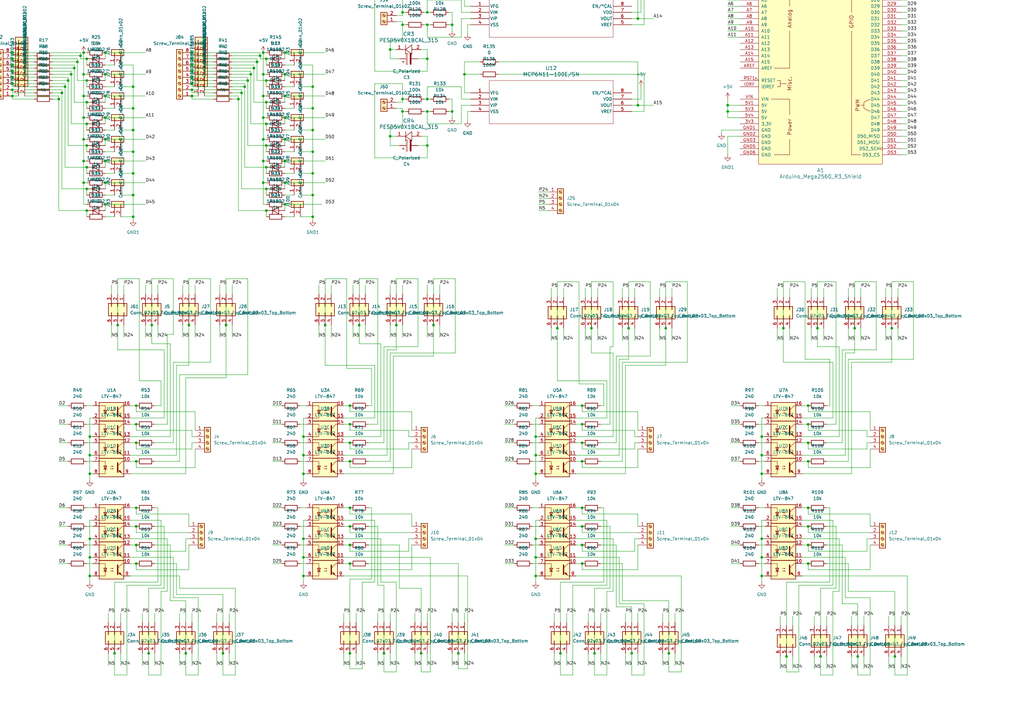
<source format=kicad_sch>
(kicad_sch (version 20230121) (generator eeschema)
  (paper "A3")
  (lib_symbols
    (symbol "Connector:Screw_Terminal_01x02" (pin_names (offset 1.016) hide)
      (property "Reference" "J" (at 0 2.54 0))
      (property "Value" "Screw_Terminal_01x02" (at 0 -5.08 0))
      (symbol "Screw_Terminal_01x02_1_1"
        (pin passive line (at -5.08 0 0) (length 3.81) (name "Pin_1") (number "1"))
        (pin passive line (at -5.08 -2.54 0) (length 3.81) (name "Pin_2") (number "2"))
      )
    )
    (symbol "Connector:Screw_Terminal_01x04" (pin_names (offset 1.016) hide)
      (property "Reference" "J" (at 0 5.08 0))
      (property "Value" "Screw_Terminal_01x04" (at 0 -7.62 0))
      (symbol "Screw_Terminal_01x04_1_1"
        (pin passive line (at -5.08 2.54 0) (length 3.81) (name "Pin_1") (number "1"))
        (pin passive line (at -5.08 0 0) (length 3.81) (name "Pin_2") (number "2"))
        (pin passive line (at -5.08 -2.54 0) (length 3.81) (name "Pin_3") (number "3"))
        (pin passive line (at -5.08 -5.08 0) (length 3.81) (name "Pin_4") (number "4"))
      )
    )
    (symbol "Connector:Screw_Terminal_01x08" (pin_names (offset 1.016) hide)
      (property "Reference" "J" (at 0 10.16 0))
      (property "Value" "Screw_Terminal_01x08" (at 0 -12.7 0))
      (symbol "Screw_Terminal_01x08_1_1"
        (pin passive line (at -5.08 7.62 0) (length 3.81) (name "Pin_1") (number "1"))
        (pin passive line (at -5.08 5.08 0) (length 3.81) (name "Pin_2") (number "2"))
        (pin passive line (at -5.08 2.54 0) (length 3.81) (name "Pin_3") (number "3"))
        (pin passive line (at -5.08 0 0) (length 3.81) (name "Pin_4") (number "4"))
        (pin passive line (at -5.08 -2.54 0) (length 3.81) (name "Pin_5") (number "5"))
        (pin passive line (at -5.08 -5.08 0) (length 3.81) (name "Pin_6") (number "6"))
        (pin passive line (at -5.08 -7.62 0) (length 3.81) (name "Pin_7") (number "7"))
        (pin passive line (at -5.08 -10.16 0) (length 3.81) (name "Pin_8") (number "8"))
      )
    )
    (symbol "Connector_Generic:Conn_01x02" (pin_names (offset 1.016) hide)
      (property "Reference" "J" (at 0 2.54 0))
      (property "Value" "Conn_01x02" (at 0 -5.08 0))
      (symbol "Conn_01x02_1_1"
        (pin passive line (at -5.08 0 0) (length 3.81) (name "Pin_1") (number "1"))
        (pin passive line (at -5.08 -2.54 0) (length 3.81) (name "Pin_2") (number "2"))
      )
    )
    (symbol "Connector_Generic:Conn_02x03_Top_Bottom" (pin_names (offset 1.016) hide)
      (property "Reference" "J" (at 1.27 5.08 0))
      (property "Value" "Conn_02x03_Top_Bottom" (at 1.27 -5.08 0))
      (symbol "Conn_02x03_Top_Bottom_1_1"
        (pin passive line (at -5.08 2.54 0) (length 3.81) (name "Pin_1") (number "1"))
        (pin passive line (at -5.08 0 0) (length 3.81) (name "Pin_2") (number "2"))
        (pin passive line (at -5.08 -2.54 0) (length 3.81) (name "Pin_3") (number "3"))
        (pin passive line (at 7.62 2.54 180) (length 3.81) (name "Pin_4") (number "4"))
        (pin passive line (at 7.62 0 180) (length 3.81) (name "Pin_5") (number "5"))
        (pin passive line (at 7.62 -2.54 180) (length 3.81) (name "Pin_6") (number "6"))
      )
    )
    (symbol "Device:C_Polarized" (pin_numbers hide) (pin_names (offset 0.254))
      (property "Reference" "C" (at 0.635 2.54 0))
      (property "Value" "C_Polarized" (at 0.635 -2.54 0))
      (symbol "C_Polarized_1_1"
        (pin passive line (at 0 3.81 270) (length 2.794) (name "~") (number "1"))
        (pin passive line (at 0 -3.81 90) (length 2.794) (name "~") (number "2"))
      )
    )
    (symbol "Device:R" (pin_numbers hide) (pin_names (offset 0))
      (property "Reference" "R" (at 2.032 0 90))
      (property "Value" "R" (at 0 0 90))
      (symbol "R_1_1"
        (pin passive line (at 0 3.81 270) (length 1.27) (name "~") (number "1"))
        (pin passive line (at 0 -3.81 90) (length 1.27) (name "~") (number "2"))
      )
    )
    (symbol "Diode:1N4002" (pin_numbers hide) (pin_names hide)
      (property "Reference" "D" (at 0 2.54 0))
      (property "Value" "1N4002" (at 0 -2.54 0))
      (symbol "1N4002_1_1"
        (pin passive line (at -3.81 0 0) (length 2.54) (name "K") (number "1"))
        (pin passive line (at 3.81 0 180) (length 2.54) (name "A") (number "2"))
      )
    )
    (symbol "Isolator:LTV-847" (pin_names (offset 1.016))
      (property "Reference" "U" (at -5.08 5.08 0))
      (property "Value" "LTV-847" (at 0 5.08 0))
      (symbol "LTV-847_1_1"
        (pin passive line (at -7.62 2.54 0) (length 2.54) (name "~") (number "1"))
        (pin passive line (at 7.62 -2.54 180) (length 2.54) (name "~") (number "15"))
        (pin passive line (at 7.62 2.54 180) (length 2.54) (name "~") (number "16"))
        (pin passive line (at -7.62 -2.54 0) (length 2.54) (name "~") (number "2"))
      )
      (symbol "LTV-847_2_1"
        (pin passive line (at 7.62 -2.54 180) (length 2.54) (name "~") (number "13"))
        (pin passive line (at 7.62 2.54 180) (length 2.54) (name "~") (number "14"))
        (pin passive line (at -7.62 2.54 0) (length 2.54) (name "~") (number "3"))
        (pin passive line (at -7.62 -2.54 0) (length 2.54) (name "~") (number "4"))
      )
      (symbol "LTV-847_3_1"
        (pin passive line (at 7.62 -2.54 180) (length 2.54) (name "~") (number "11"))
        (pin passive line (at 7.62 2.54 180) (length 2.54) (name "~") (number "12"))
        (pin passive line (at -7.62 2.54 0) (length 2.54) (name "~") (number "5"))
        (pin passive line (at -7.62 -2.54 0) (length 2.54) (name "~") (number "6"))
      )
      (symbol "LTV-847_4_1"
        (pin passive line (at 7.62 2.54 180) (length 2.54) (name "~") (number "10"))
        (pin passive line (at -7.62 2.54 0) (length 2.54) (name "~") (number "7"))
        (pin passive line (at -7.62 -2.54 0) (length 2.54) (name "~") (number "8"))
        (pin passive line (at 7.62 -2.54 180) (length 2.54) (name "~") (number "9"))
      )
    )
    (symbol "MCP6N11:MCP6N11-100E_SN" (pin_names (offset 0.254))
      (property "Reference" "U" (at 33.02 10.16 0))
      (property "Value" "MCP6N11-100E/SN" (at 33.02 7.62 0))
      (symbol "MCP6N11-100E_SN_0_1"
        (pin input line (at 0 0 0) (length 7.62) (name "VFG") (number "1"))
        (pin input line (at 0 -2.54 0) (length 7.62) (name "VIM") (number "2"))
        (pin input line (at 0 -5.08 0) (length 7.62) (name "VIP") (number "3"))
        (pin power_in line (at 0 -7.62 0) (length 7.62) (name "VSS") (number "4"))
        (pin input line (at 66.04 -7.62 180) (length 7.62) (name "VREF") (number "5"))
        (pin output line (at 66.04 -5.08 180) (length 7.62) (name "VOUT") (number "6"))
        (pin power_in line (at 66.04 -2.54 180) (length 7.62) (name "VDD") (number "7"))
        (pin bidirectional line (at 66.04 0 180) (length 7.62) (name "EN/*CAL") (number "8"))
      )
    )
    (symbol "PCM_arduino-library:Arduino_Mega2560_R3_Shield" (pin_names (offset 1.016))
      (property "Reference" "A" (at 0 -62.23 0))
      (property "Value" "Arduino_Mega2560_R3_Shield" (at 0 -66.04 0))
      (symbol "Arduino_Mega2560_R3_Shield_0_0"
        (text "Analog" (at -12.7 1.27 900) (effects (font (size 1.524 1.524))))
        (text "I²C" (at -12.7 30.48 900) (effects (font (size 1.524 1.524))))
        (text "Misc." (at -12.7 -25.4 900) (effects (font (size 1.524 1.524))))
        (text "Power" (at -12.7 -43.18 900) (effects (font (size 1.524 1.524))))
        (text "PWM" (at 15.24 -34.29 900) (effects (font (size 1.524 1.524))))
        (text "PWM" (at 15.24 40.64 900) (effects (font (size 1.524 1.524))))
        (text "Serial" (at -12.7 45.72 900) (effects (font (size 1.524 1.524))))
        (text "SPI" (at 0 45.72 0) (effects (font (size 1.524 1.524))))
      )
      (symbol "Arduino_Mega2560_R3_Shield_1_0"
        (text "GPIO" (at 12.7 0 900) (effects (font (size 1.524 1.524))))
      )
      (symbol "Arduino_Mega2560_R3_Shield_1_1"
        (pin power_out line (at -33.02 -41.91 0) (length 7.62) (name "3.3V") (number "3V3"))
        (pin power_in line (at -33.02 -34.29 0) (length 7.62) (name "5V") (number "5V1"))
        (pin power_in line (at 3.81 66.04 270) (length 7.62) (name "SPI_5V") (number "5V2"))
        (pin power_in line (at -33.02 -36.83 0) (length 7.62) (name "5V") (number "5V3"))
        (pin power_in line (at -33.02 -39.37 0) (length 7.62) (name "5V") (number "5V4"))
        (pin bidirectional line (at -33.02 21.59 0) (length 7.62) (name "A0") (number "A0"))
        (pin bidirectional line (at -33.02 19.05 0) (length 7.62) (name "A1") (number "A1"))
        (pin bidirectional line (at -33.02 -3.81 0) (length 7.62) (name "A10") (number "A10"))
        (pin bidirectional line (at -33.02 -6.35 0) (length 7.62) (name "A11") (number "A11"))
        (pin bidirectional line (at -33.02 -8.89 0) (length 7.62) (name "A12") (number "A12"))
        (pin bidirectional line (at -33.02 -11.43 0) (length 7.62) (name "A13") (number "A13"))
        (pin bidirectional line (at -33.02 -13.97 0) (length 7.62) (name "A14") (number "A14"))
        (pin bidirectional line (at -33.02 -16.51 0) (length 7.62) (name "A15") (number "A15"))
        (pin bidirectional line (at -33.02 16.51 0) (length 7.62) (name "A2") (number "A2"))
        (pin bidirectional line (at -33.02 13.97 0) (length 7.62) (name "A3") (number "A3"))
        (pin bidirectional line (at -33.02 11.43 0) (length 7.62) (name "A4") (number "A4"))
        (pin bidirectional line (at -33.02 8.89 0) (length 7.62) (name "A5") (number "A5"))
        (pin bidirectional line (at -33.02 6.35 0) (length 7.62) (name "A6") (number "A6"))
        (pin bidirectional line (at -33.02 3.81 0) (length 7.62) (name "A7") (number "A7"))
        (pin bidirectional line (at -33.02 1.27 0) (length 7.62) (name "A8") (number "A8"))
        (pin bidirectional line (at -33.02 -1.27 0) (length 7.62) (name "A9") (number "A9"))
        (pin input line (at -33.02 -19.05 0) (length 7.62) (name "AREF") (number "AREF"))
        (pin bidirectional line (at -33.02 54.61 0) (length 7.62) (name "D0/RX0") (number "D0"))
        (pin bidirectional line (at -33.02 52.07 0) (length 7.62) (name "D1/TX0") (number "D1"))
        (pin bidirectional line (at 33.02 34.29 180) (length 7.62) (name "D10") (number "D10"))
        (pin bidirectional line (at 33.02 31.75 180) (length 7.62) (name "D11") (number "D11"))
        (pin bidirectional line (at 33.02 29.21 180) (length 7.62) (name "D12") (number "D12"))
        (pin bidirectional line (at 33.02 26.67 180) (length 7.62) (name "D13") (number "D13"))
        (pin bidirectional line (at -33.02 36.83 0) (length 7.62) (name "D14/TX3") (number "D14"))
        (pin bidirectional line (at -33.02 39.37 0) (length 7.62) (name "D15/RX3") (number "D15"))
        (pin bidirectional line (at -33.02 41.91 0) (length 7.62) (name "D16/TX2") (number "D16"))
        (pin bidirectional line (at -33.02 44.45 0) (length 7.62) (name "D17/RX2") (number "D17"))
        (pin bidirectional line (at -33.02 46.99 0) (length 7.62) (name "D18/TX1") (number "D18"))
        (pin bidirectional line (at -33.02 49.53 0) (length 7.62) (name "D19/RX1") (number "D19"))
        (pin bidirectional line (at 33.02 54.61 180) (length 7.62) (name "D2_INT0") (number "D2"))
        (pin bidirectional line (at -33.02 34.29 0) (length 7.62) (name "D20/SDA") (number "D20"))
        (pin bidirectional clock (at -33.02 31.75 0) (length 7.62) (name "D21/SCL") (number "D21"))
        (pin bidirectional line (at 33.02 24.13 180) (length 7.62) (name "D22") (number "D22"))
        (pin bidirectional line (at 33.02 21.59 180) (length 7.62) (name "D23") (number "D23"))
        (pin bidirectional line (at 33.02 19.05 180) (length 7.62) (name "D24") (number "D24"))
        (pin bidirectional line (at 33.02 16.51 180) (length 7.62) (name "D25") (number "D25"))
        (pin bidirectional line (at 33.02 13.97 180) (length 7.62) (name "D26") (number "D26"))
        (pin bidirectional line (at 33.02 11.43 180) (length 7.62) (name "D27") (number "D27"))
        (pin bidirectional line (at 33.02 8.89 180) (length 7.62) (name "D28") (number "D28"))
        (pin bidirectional line (at 33.02 6.35 180) (length 7.62) (name "D29") (number "D29"))
        (pin bidirectional line (at 33.02 52.07 180) (length 7.62) (name "D3_INT1") (number "D3"))
        (pin bidirectional line (at 33.02 3.81 180) (length 7.62) (name "D30") (number "D30"))
        (pin bidirectional line (at 33.02 1.27 180) (length 7.62) (name "D31") (number "D31"))
        (pin bidirectional line (at 33.02 -1.27 180) (length 7.62) (name "D32") (number "D32"))
        (pin bidirectional line (at 33.02 -3.81 180) (length 7.62) (name "D33") (number "D33"))
        (pin bidirectional line (at 33.02 -6.35 180) (length 7.62) (name "D34") (number "D34"))
        (pin bidirectional line (at 33.02 -8.89 180) (length 7.62) (name "D35") (number "D35"))
        (pin bidirectional line (at 33.02 -11.43 180) (length 7.62) (name "D36") (number "D36"))
        (pin bidirectional line (at 33.02 -13.97 180) (length 7.62) (name "D37") (number "D37"))
        (pin bidirectional line (at 33.02 -16.51 180) (length 7.62) (name "D38") (number "D38"))
        (pin bidirectional line (at 33.02 -19.05 180) (length 7.62) (name "D39") (number "D39"))
        (pin bidirectional line (at 33.02 49.53 180) (length 7.62) (name "D4") (number "D4"))
        (pin bidirectional line (at 33.02 -21.59 180) (length 7.62) (name "D40") (number "D40"))
        (pin bidirectional line (at 33.02 -24.13 180) (length 7.62) (name "D41") (number "D41"))
        (pin bidirectional line (at 33.02 -26.67 180) (length 7.62) (name "D42") (number "D42"))
        (pin bidirectional line (at 33.02 -29.21 180) (length 7.62) (name "D43") (number "D43"))
        (pin bidirectional line (at 33.02 -31.75 180) (length 7.62) (name "D44") (number "D44"))
        (pin bidirectional line (at 33.02 -34.29 180) (length 7.62) (name "D45") (number "D45"))
        (pin bidirectional line (at 33.02 -36.83 180) (length 7.62) (name "D46") (number "D46"))
        (pin bidirectional line (at 33.02 -39.37 180) (length 7.62) (name "D47") (number "D47"))
        (pin bidirectional line (at 33.02 -41.91 180) (length 7.62) (name "D48") (number "D48"))
        (pin bidirectional line (at 33.02 -44.45 180) (length 7.62) (name "D49") (number "D49"))
        (pin bidirectional line (at 33.02 46.99 180) (length 7.62) (name "D5") (number "D5"))
        (pin bidirectional line (at 33.02 -46.99 180) (length 7.62) (name "D50_MISO") (number "D50"))
        (pin bidirectional line (at 33.02 -49.53 180) (length 7.62) (name "D51_MOSI") (number "D51"))
        (pin bidirectional clock (at 33.02 -52.07 180) (length 7.62) (name "D52_SCK") (number "D52"))
        (pin bidirectional line (at 33.02 -54.61 180) (length 7.62) (name "D53_CS") (number "D53"))
        (pin bidirectional line (at 33.02 44.45 180) (length 7.62) (name "D6") (number "D6"))
        (pin bidirectional line (at 33.02 41.91 180) (length 7.62) (name "D7") (number "D7"))
        (pin bidirectional line (at 33.02 39.37 180) (length 7.62) (name "D8") (number "D8"))
        (pin bidirectional line (at 33.02 36.83 180) (length 7.62) (name "D9") (number "D9"))
        (pin power_in line (at -33.02 -44.45 0) (length 7.62) (name "GND") (number "GND1"))
        (pin power_in line (at -33.02 -46.99 0) (length 7.62) (name "GND") (number "GND2"))
        (pin power_in line (at -33.02 -49.53 0) (length 7.62) (name "GND") (number "GND3"))
        (pin power_in line (at 6.35 66.04 270) (length 7.62) (name "SPI_GND") (number "GND4"))
        (pin power_in line (at -33.02 -52.07 0) (length 7.62) (name "GND") (number "GND5"))
        (pin power_in line (at -33.02 -54.61 0) (length 7.62) (name "GND") (number "GND6"))
        (pin output line (at -33.02 -26.67 0) (length 7.62) (name "IOREF") (number "IORF"))
        (pin input line (at -6.35 66.04 270) (length 7.62) (name "SPI_MISO") (number "MISO"))
        (pin output line (at -3.81 66.04 270) (length 7.62) (name "SPI_MOSI") (number "MOSI"))
        (pin open_collector input_low (at -33.02 -24.13 0) (length 7.62) (name "RESET") (number "RST1"))
        (pin open_collector input_low (at 1.27 66.04 270) (length 7.62) (name "SPI_RESET") (number "RST2"))
        (pin output clock (at -1.27 66.04 270) (length 7.62) (name "SPI_SCK") (number "SCK"))
        (pin bidirectional clock (at -33.02 26.67 0) (length 7.62) (name "SCL") (number "SCL"))
        (pin bidirectional line (at -33.02 29.21 0) (length 7.62) (name "SDA") (number "SDA"))
        (pin power_in line (at -33.02 -31.75 0) (length 7.62) (name "VIN") (number "VIN"))
      )
    )
    (symbol "PESD5V0X1BCAL_315:PESD5V0X1BCAL_315" (pin_names (offset 0.254))
      (property "Reference" "CR" (at 5.08 4.445 0))
      (property "Value" "PESD5V0X1BCAL_315" (at 5.08 -3.81 0))
      (symbol "PESD5V0X1BCAL_315_1_1"
        (pin unspecified line (at 10.16 0 180) (length 2.54) (name "") (number "1"))
        (pin unspecified line (at 0 0 0) (length 2.54) (name "") (number "2"))
      )
      (symbol "PESD5V0X1BCAL_315_1_2"
        (pin unspecified line (at 0 10.16 270) (length 2.54) (name "") (number "1"))
        (pin unspecified line (at 0 0 90) (length 2.54) (name "") (number "2"))
      )
    )
    (symbol "power:+5V" (power) (pin_names (offset 0))
      (property "Value" "+5V" (at 0 3.556 0))
      (symbol "+5V_1_1"
        (pin power_in line (at 0 0 90) (length 0) hide (name "+5V") (number "1"))
      )
    )
    (symbol "power:GND" (power) (pin_names (offset 0))
      (property "Value" "GND" (at 0 -3.81 0))
      (symbol "GND_1_1"
        (pin power_in line (at 0 0 270) (length 0) hide (name "GND") (number "1"))
      )
    )
    (symbol "power:GND1" (power) (pin_names (offset 0))
      (property "Value" "GND1" (at 0 -3.81 0))
      (symbol "GND1_1_1"
        (pin power_in line (at 0 0 270) (length 0) hide (name "GND1") (number "1"))
      )
    )
  )
  (junction (at 35.56 24.13))
  (junction (at 54.61 44.45))
  (junction (at -16.51 53.34))
  (junction (at 100.33 35.56))
  (junction (at 35.56 77.47))
  (junction (at 128.27 71.12))
  (junction (at 55.88 189.23))
  (junction (at 228.6 134.62))
  (junction (at 143.51 223.52))
  (junction (at 298.45 43.18))
  (junction (at 175.26 -25.4))
  (junction (at 219.71 179.07))
  (junction (at 177.8 133.35))
  (junction (at 321.31 134.62))
  (junction (at 55.88 231.14))
  (junction (at 43.18 74.93))
  (junction (at 238.76 231.14))
  (junction (at 124.46 220.98))
  (junction (at 331.47 208.28))
  (junction (at -36.83 66.04))
  (junction (at 35.56 41.91))
  (junction (at 43.18 21.59))
  (junction (at 133.35 133.35))
  (junction (at 54.61 35.56))
  (junction (at 143.51 267.97))
  (junction (at 312.42 186.69))
  (junction (at 36.83 220.98))
  (junction (at -66.04 26.67))
  (junction (at 5.08 34.29))
  (junction (at 238.76 215.9))
  (junction (at 312.42 179.07))
  (junction (at 312.42 236.22))
  (junction (at 331.47 173.99))
  (junction (at 54.61 62.23))
  (junction (at 99.06 38.1))
  (junction (at 5.08 29.21))
  (junction (at 160.02 -15.24))
  (junction (at 128.27 44.45))
  (junction (at 78.74 29.21))
  (junction (at 25.4 38.1))
  (junction (at 5.08 39.37))
  (junction (at 312.42 228.6))
  (junction (at 128.27 35.56))
  (junction (at 143.51 166.37))
  (junction (at 54.61 71.12))
  (junction (at 165.1 40.64))
  (junction (at 78.74 26.67))
  (junction (at 238.76 189.23))
  (junction (at 35.56 33.02))
  (junction (at 190.5 -76.2))
  (junction (at 43.18 30.48))
  (junction (at 109.22 41.91))
  (junction (at 27.94 33.02))
  (junction (at 190.5 -40.64))
  (junction (at 187.96 267.97))
  (junction (at 116.84 30.48))
  (junction (at 165.1 -66.04))
  (junction (at 76.2 267.97))
  (junction (at 143.51 215.9))
  (junction (at 175.26 45.72))
  (junction (at 175.26 24.13))
  (junction (at 36.83 194.31))
  (junction (at 54.61 80.01))
  (junction (at 185.42 10.16))
  (junction (at 107.95 48.26))
  (junction (at -66.04 34.29))
  (junction (at 107.95 39.37))
  (junction (at 105.41 25.4))
  (junction (at 261.62 7.62))
  (junction (at 185.42 45.72))
  (junction (at 175.26 5.08))
  (junction (at 36.83 186.69))
  (junction (at -35.56 24.13))
  (junction (at 238.76 223.52))
  (junction (at 124.46 179.07))
  (junction (at 261.62 43.18))
  (junction (at 331.47 231.14))
  (junction (at -66.04 21.59))
  (junction (at 43.18 48.26))
  (junction (at 34.29 21.59))
  (junction (at 128.27 80.01))
  (junction (at -41.91 30.48))
  (junction (at 238.76 173.99))
  (junction (at -27.94 48.26))
  (junction (at 54.61 53.34))
  (junction (at -27.94 39.37))
  (junction (at 78.74 36.83))
  (junction (at 124.46 236.22))
  (junction (at 109.22 68.58))
  (junction (at -35.56 41.91))
  (junction (at 34.29 30.48))
  (junction (at 5.08 24.13))
  (junction (at 46.99 267.97))
  (junction (at 109.22 33.02))
  (junction (at -66.04 24.13))
  (junction (at 274.32 267.97))
  (junction (at 30.48 27.94))
  (junction (at 219.71 236.22))
  (junction (at -35.56 86.36))
  (junction (at 365.76 134.62))
  (junction (at 34.29 57.15))
  (junction (at 78.74 39.37))
  (junction (at 261.62 -27.94))
  (junction (at 43.18 66.04))
  (junction (at 238.76 208.28))
  (junction (at -16.51 44.45))
  (junction (at 33.02 22.86))
  (junction (at 34.29 39.37))
  (junction (at 35.56 68.58))
  (junction (at 128.27 53.34))
  (junction (at 78.74 34.29))
  (junction (at 36.83 179.07))
  (junction (at 175.26 59.69))
  (junction (at 331.47 223.52))
  (junction (at 109.22 77.47))
  (junction (at 109.22 24.13))
  (junction (at 175.26 -46.99))
  (junction (at 78.74 24.13))
  (junction (at -45.72 38.1))
  (junction (at 175.26 -11.43))
  (junction (at 331.47 215.9))
  (junction (at -16.51 62.23))
  (junction (at -40.64 27.94))
  (junction (at 335.28 134.62))
  (junction (at 92.71 133.35))
  (junction (at 43.18 57.15))
  (junction (at 147.32 133.35))
  (junction (at 55.88 208.28))
  (junction (at 5.08 31.75))
  (junction (at 259.08 267.97))
  (junction (at 116.84 21.59))
  (junction (at 109.22 50.8))
  (junction (at 243.84 267.97))
  (junction (at -36.83 30.48))
  (junction (at 109.22 86.36))
  (junction (at 128.27 88.9))
  (junction (at 107.95 66.04))
  (junction (at 116.84 48.26))
  (junction (at 160.02 20.32))
  (junction (at 5.08 36.83))
  (junction (at 34.29 74.93))
  (junction (at 172.72 267.97))
  (junction (at 336.55 269.24))
  (junction (at 109.22 59.69))
  (junction (at -36.83 74.93))
  (junction (at 48.26 133.35))
  (junction (at -36.83 21.59))
  (junction (at 165.1 -30.48))
  (junction (at 102.87 30.48))
  (junction (at 35.56 59.69))
  (junction (at -27.94 21.59))
  (junction (at 26.67 35.56))
  (junction (at 367.03 269.24))
  (junction (at 175.26 -60.96))
  (junction (at 238.76 166.37))
  (junction (at 116.84 83.82))
  (junction (at 351.79 269.24))
  (junction (at 55.88 223.52))
  (junction (at 124.46 194.31))
  (junction (at -66.04 36.83))
  (junction (at 331.47 166.37))
  (junction (at 116.84 74.93))
  (junction (at -44.45 35.56))
  (junction (at 54.61 88.9))
  (junction (at 175.26 10.16))
  (junction (at 34.29 48.26))
  (junction (at 116.84 57.15))
  (junction (at 261.62 -63.5))
  (junction (at 162.56 133.35))
  (junction (at 350.52 134.62))
  (junction (at 165.1 10.16))
  (junction (at 185.42 -25.4))
  (junction (at 107.95 57.15))
  (junction (at 78.74 31.75))
  (junction (at 298.45 45.72))
  (junction (at 157.48 267.97))
  (junction (at 143.51 173.99))
  (junction (at -46.99 40.64))
  (junction (at 97.79 40.64))
  (junction (at -27.94 30.48))
  (junction (at -66.04 39.37))
  (junction (at 35.56 50.8))
  (junction (at 165.1 5.08))
  (junction (at -36.83 57.15))
  (junction (at -66.04 31.75))
  (junction (at 190.5 30.48))
  (junction (at -39.37 25.4))
  (junction (at -27.94 57.15))
  (junction (at 160.02 55.88))
  (junction (at 24.13 40.64))
  (junction (at 35.56 86.36))
  (junction (at -36.83 39.37))
  (junction (at 55.88 166.37))
  (junction (at -16.51 35.56))
  (junction (at 219.71 220.98))
  (junction (at 124.46 228.6))
  (junction (at -16.51 71.12))
  (junction (at 101.6 33.02))
  (junction (at 238.76 181.61))
  (junction (at 190.5 -5.08))
  (junction (at 36.83 228.6))
  (junction (at 312.42 194.31))
  (junction (at 62.23 133.35))
  (junction (at -35.56 59.69))
  (junction (at 43.18 39.37))
  (junction (at 175.26 -30.48))
  (junction (at -27.94 83.82))
  (junction (at 185.42 -60.96))
  (junction (at 165.1 45.72))
  (junction (at -43.18 33.02))
  (junction (at 331.47 189.23))
  (junction (at 219.71 228.6))
  (junction (at 175.26 -66.04))
  (junction (at 31.75 25.4))
  (junction (at 116.84 66.04))
  (junction (at 273.05 134.62))
  (junction (at 5.08 21.59))
  (junction (at 60.96 267.97))
  (junction (at 331.47 181.61))
  (junction (at 160.02 -50.8))
  (junction (at -35.56 33.02))
  (junction (at 322.58 269.24))
  (junction (at 165.1 -60.96))
  (junction (at 104.14 27.94))
  (junction (at 78.74 21.59))
  (junction (at -35.56 68.58))
  (junction (at 91.44 267.97))
  (junction (at 143.51 189.23))
  (junction (at 55.88 181.61))
  (junction (at 143.51 208.28))
  (junction (at 107.95 21.59))
  (junction (at -38.1 22.86))
  (junction (at 257.81 134.62))
  (junction (at 143.51 231.14))
  (junction (at 128.27 62.23))
  (junction (at 77.47 133.35))
  (junction (at 5.08 26.67))
  (junction (at 312.42 220.98))
  (junction (at 219.71 194.31))
  (junction (at 36.83 236.22))
  (junction (at 219.71 186.69))
  (junction (at -36.83 48.26))
  (junction (at -35.56 50.8))
  (junction (at 165.1 -25.4))
  (junction (at 242.57 134.62))
  (junction (at 175.26 40.64))
  (junction (at 229.87 267.97))
  (junction (at 143.51 181.61))
  (junction (at -16.51 80.01))
  (junction (at 43.18 83.82))
  (junction (at 107.95 30.48))
  (junction (at 29.21 30.48))
  (junction (at -16.51 88.9))
  (junction (at -35.56 77.47))
  (junction (at 124.46 186.69))
  (junction (at 34.29 66.04))
  (junction (at -27.94 74.93))
  (junction (at 107.95 74.93))
  (junction (at 55.88 215.9))
  (junction (at 55.88 173.99))
  (junction (at -27.94 66.04))
  (junction (at 116.84 39.37))
  (junction (at 106.68 22.86))
  (junction (at -66.04 29.21))
  (wire (pts (xy 259.08 248.92) (xy 252.73 248.92)))
  (wire (pts (xy 166.37 -25.4) (xy 165.1 -25.4)))
  (wire (pts (xy -57.15 38.1) (xy -66.04 38.1)))
  (wire (pts (xy 240.03 118.11) (xy 240.03 121.92)))
  (wire (pts (xy 71.12 245.11) (xy 71.12 228.6)))
  (wire (pts (xy 262.89 40.64) (xy 259.08 40.64)))
  (wire (pts (xy 77.47 114.3) (xy 86.36 114.3)))
  (wire (pts (xy 43.18 71.12) (xy 46.99 71.12)))
  (wire (pts (xy 78.74 39.37) (xy 81.28 39.37)))
  (wire (pts (xy 160.02 -11.43) (xy 163.83 -11.43)))
  (wire (pts (xy 318.77 118.11) (xy 318.77 121.92)))
  (wire (pts (xy -66.04 21.59) (xy -66.04 22.86)))
  (wire (pts (xy -41.91 30.48) (xy -41.91 50.8)))
  (wire (pts (xy 43.18 26.67) (xy 46.99 26.67)))
  (wire (pts (xy 151.13 166.37) (xy 152.4 166.37)))
  (wire (pts (xy -27.94 66.04) (xy -27.94 68.58)))
  (wire (pts (xy 193.04 7.62) (xy 189.23 7.62)))
  (wire (pts (xy 151.13 189.23) (xy 160.02 189.23)))
  (wire (pts (xy 54.61 80.01) (xy 54.61 88.9)))
  (wire (pts (xy 295.91 -35.56) (xy 303.53 -35.56)))
  (wire (pts (xy 21.59 33.02) (xy 27.94 33.02)))
  (wire (pts (xy 69.85 246.38) (xy 69.85 223.52)))
  (wire (pts (xy 77.47 210.82) (xy 77.47 215.9)))
  (wire (pts (xy 116.84 26.67) (xy 120.65 26.67)))
  (wire (pts (xy 124.46 186.69) (xy 124.46 194.31)))
  (wire (pts (xy 50.8 116.84) (xy 50.8 120.65)))
  (wire (pts (xy 273.05 149.86) (xy 256.54 149.86)))
  (wire (pts (xy 273.05 115.57) (xy 281.94 115.57)))
  (wire (pts (xy 165.1 116.84) (xy 165.1 120.65)))
  (wire (pts (xy 172.72 -50.8) (xy 175.26 -50.8)))
  (wire (pts (xy 166.37 45.72) (xy 165.1 45.72)))
  (wire (pts (xy 238.76 226.06) (xy 238.76 223.52)))
  (wire (pts (xy 97.79 40.64) (xy 97.79 86.36)))
  (wire (pts (xy 312.42 186.69) (xy 312.42 194.31)))
  (wire (pts (xy 369.57 35.56) (xy 372.11 35.56)))
  (wire (pts (xy 328.93 213.36) (xy 341.63 213.36)))
  (wire (pts (xy 242.57 121.92) (xy 242.57 115.57)))
  (wire (pts (xy 91.44 243.84) (xy 91.44 255.27)))
  (wire (pts (xy 76.2 246.38) (xy 76.2 255.27)))
  (wire (pts (xy 246.38 189.23) (xy 255.27 189.23)))
  (wire (pts (xy 90.17 133.35) (xy 90.17 138.43)))
  (wire (pts (xy 55.88 226.06) (xy 55.88 223.52)))
  (wire (pts (xy 298.45 -10.16) (xy 303.53 -10.16)))
  (wire (pts (xy 236.22 194.31) (xy 256.54 194.31)))
  (wire (pts (xy -40.64 41.91) (xy -35.56 41.91)))
  (wire (pts (xy 140.97 236.22) (xy 191.77 236.22)))
  (wire (pts (xy 133.35 120.65) (xy 133.35 114.3)))
  (wire (pts (xy 303.53 48.26) (xy 298.45 48.26)))
  (wire (pts (xy 35.56 215.9) (xy 38.1 215.9)))
  (wire (pts (xy 228.6 115.57) (xy 237.49 115.57)))
  (wire (pts (xy 36.83 186.69) (xy 38.1 186.69)))
  (wire (pts (xy 259.08 276.86) (xy 264.16 276.86)))
  (wire (pts (xy 328.93 215.9) (xy 331.47 215.9)))
  (wire (pts (xy 123.19 215.9) (xy 125.73 215.9)))
  (wire (pts (xy 193.04 -27.94) (xy 189.23 -27.94)))
  (wire (pts (xy 299.72 208.28) (xy 303.53 208.28)))
  (wire (pts (xy 238.76 168.91) (xy 238.76 166.37)))
  (wire (pts (xy 321.31 148.59) (xy 341.63 148.59)))
  (wire (pts (xy -27.94 39.37) (xy -27.94 41.91)))
  (wire (pts (xy 312.42 236.22) (xy 313.69 236.22)))
  (wire (pts (xy 220.98 213.36) (xy 219.71 213.36)))
  (wire (pts (xy 252.73 146.05) (xy 252.73 181.61)))
  (wire (pts (xy 160.02 144.78) (xy 160.02 189.23)))
  (wire (pts (xy 238.76 191.77) (xy 238.76 189.23)))
  (wire (pts (xy 60.96 257.81) (xy 60.96 267.97)))
  (wire (pts (xy 270.51 118.11) (xy 270.51 121.92)))
  (wire (pts (xy 173.99 10.16) (xy 175.26 10.16)))
  (wire (pts (xy 342.9 215.9) (xy 342.9 241.3)))
  (wire (pts (xy 339.09 189.23) (xy 347.98 189.23)))
  (wire (pts (xy 236.22 189.23) (xy 238.76 189.23)))
  (wire (pts (xy 143.51 257.81) (xy 143.51 267.97)))
  (wire (pts (xy 55.88 168.91) (xy 80.01 168.91)))
  (wire (pts (xy 156.21 140.97) (xy 156.21 179.07)))
  (wire (pts (xy 171.45 114.3) (xy 171.45 142.24)))
  (wire (pts (xy 91.44 267.97) (xy 91.44 276.86)))
  (wire (pts (xy 260.35 220.98) (xy 260.35 226.06)))
  (wire (pts (xy 116.84 30.48) (xy 116.84 33.02)))
  (wire (pts (xy -21.59 62.23) (xy -16.51 62.23)))
  (wire (pts (xy -57.15 33.02) (xy -66.04 33.02)))
  (wire (pts (xy 43.18 44.45) (xy 46.99 44.45)))
  (wire (pts (xy 25.4 77.47) (xy 35.56 77.47)))
  (wire (pts (xy 10.16 26.67) (xy 30.48 26.67)))
  (wire (pts (xy 313.69 213.36) (xy 312.42 213.36)))
  (wire (pts (xy 185.42 40.64) (xy 185.42 45.72)))
  (wire (pts (xy 73.66 267.97) (xy 73.66 273.05)))
  (wire (pts (xy 95.25 25.4) (xy 105.41 25.4)))
  (wire (pts (xy -36.83 66.04) (xy -36.83 57.15)))
  (wire (pts (xy 189.23 35.56) (xy 175.26 35.56)))
  (wire (pts (xy 35.56 181.61) (xy 38.1 181.61)))
  (wire (pts (xy 35.56 231.14) (xy 38.1 231.14)))
  (wire (pts (xy 116.84 48.26) (xy 133.35 48.26)))
  (wire (pts (xy 153.67 149.86) (xy 153.67 171.45)))
  (wire (pts (xy 369.57 45.72) (xy 372.11 45.72)))
  (wire (pts (xy 298.45 12.7) (xy 303.53 12.7)))
  (wire (pts (xy -35.56 48.26) (xy -36.83 48.26)))
  (wire (pts (xy -35.56 68.58) (xy -35.56 71.12)))
  (wire (pts (xy 66.04 276.86) (xy 66.04 242.57)))
  (wire (pts (xy 177.8 123.19) (xy 177.8 133.35)))
  (wire (pts (xy 175.26 15.24) (xy 175.26 10.16)))
  (wire (pts (xy 261.62 181.61) (xy 260.35 181.61)))
  (wire (pts (xy 261.62 -10.16) (xy 261.62 7.62)))
  (wire (pts (xy 43.18 66.04) (xy 43.18 68.58)))
  (wire (pts (xy 191.77 45.72) (xy 193.04 45.72)))
  (wire (pts (xy 369.57 10.16) (xy 372.11 10.16)))
  (wire (pts (xy 5.08 21.59) (xy 7.62 21.59)))
  (wire (pts (xy 140.97 267.97) (xy 140.97 273.05)))
  (wire (pts (xy 172.72 267.97) (xy 172.72 275.59)))
  (wire (pts (xy 144.78 133.35) (xy 144.78 138.43)))
  (wire (pts (xy 87.63 38.1) (xy 78.74 38.1)))
  (wire (pts (xy 328.93 166.37) (xy 331.47 166.37)))
  (wire (pts (xy 63.5 173.99) (xy 68.58 173.99)))
  (wire (pts (xy 128.27 53.34) (xy 128.27 62.23)))
  (wire (pts (xy 128.27 88.9) (xy 128.27 90.17)))
  (wire (pts (xy 55.88 184.15) (xy 78.74 184.15)))
  (wire (pts (xy 191.77 -21.59) (xy 191.77 -25.4)))
  (wire (pts (xy 186.69 114.3) (xy 186.69 144.78)))
  (wire (pts (xy 196.85 -76.2) (xy 190.5 -76.2)))
  (wire (pts (xy 143.51 176.53) (xy 143.51 173.99)))
  (wire (pts (xy 261.62 -45.72) (xy 261.62 -27.94)))
  (wire (pts (xy 101.6 31.75) (xy 101.6 33.02)))
  (wire (pts (xy 260.35 118.11) (xy 260.35 121.92)))
  (wire (pts (xy 147.32 120.65) (xy 147.32 114.3)))
  (wire (pts (xy 156.21 238.76) (xy 156.21 220.98)))
  (wire (pts (xy 196.85 -81.28) (xy 190.5 -81.28)))
  (wire (pts (xy 298.45 5.08) (xy 303.53 5.08)))
  (wire (pts (xy 311.15 208.28) (xy 313.69 208.28)))
  (wire (pts (xy 219.71 213.36) (xy 219.71 220.98)))
  (wire (pts (xy 331.47 210.82) (xy 356.87 210.82)))
  (wire (pts (xy 43.18 39.37) (xy 43.18 41.91)))
  (wire (pts (xy 193.04 43.18) (xy 189.23 43.18)))
  (wire (pts (xy 157.48 257.81) (xy 157.48 267.97)))
  (wire (pts (xy 124.46 171.45) (xy 124.46 179.07)))
  (wire (pts (xy 109.22 50.8) (xy 109.22 53.34)))
  (wire (pts (xy 331.47 176.53) (xy 331.47 173.99)))
  (wire (pts (xy 35.56 50.8) (xy 35.56 53.34)))
  (wire (pts (xy 13.97 35.56) (xy 5.08 35.56)))
  (wire (pts (xy -60.96 29.21) (xy -41.91 29.21)))
  (wire (pts (xy 354.33 269.24) (xy 354.33 274.32)))
  (wire (pts (xy -66.04 29.21) (xy -66.04 30.48)))
  (wire (pts (xy 187.96 274.32) (xy 191.77 274.32)))
  (wire (pts (xy -45.72 36.83) (xy -45.72 38.1)))
  (wire (pts (xy 322.58 259.08) (xy 322.58 269.24)))
  (wire (pts (xy 328.93 223.52) (xy 331.47 223.52)))
  (wire (pts (xy 234.95 276.86) (xy 234.95 240.03)))
  (wire (pts (xy 170.18 267.97) (xy 170.18 273.05)))
  (wire (pts (xy 247.65 208.28) (xy 247.65 238.76)))
  (wire (pts (xy 157.48 275.59) (xy 162.56 275.59)))
  (wire (pts (xy 36.83 220.98) (xy 36.83 228.6)))
  (wire (pts (xy 331.47 218.44) (xy 356.87 218.44)))
  (wire (pts (xy 247.65 157.48) (xy 247.65 166.37)))
  (wire (pts (xy 242.57 115.57) (xy 251.46 115.57)))
  (wire (pts (xy 160.02 55.88) (xy 160.02 59.69)))
  (wire (pts (xy 160.02 116.84) (xy 160.02 120.65)))
  (wire (pts (xy 312.42 220.98) (xy 312.42 228.6)))
  (wire (pts (xy 219.71 236.22) (xy 220.98 236.22)))
  (wire (pts (xy 185.42 -66.04) (xy 185.42 -60.96)))
  (wire (pts (xy 219.71 228.6) (xy 219.71 236.22)))
  (wire (pts (xy 81.28 245.11) (xy 71.12 245.11)))
  (wire (pts (xy 274.32 246.38) (xy 255.27 246.38)))
  (wire (pts (xy 116.84 35.56) (xy 120.65 35.56)))
  (wire (pts (xy 116.84 44.45) (xy 120.65 44.45)))
  (wire (pts (xy 363.22 134.62) (xy 363.22 139.7)))
  (wire (pts (xy 116.84 21.59) (xy 116.84 24.13)))
  (wire (pts (xy 311.15 231.14) (xy 313.69 231.14)))
  (wire (pts (xy 255.27 148.59) (xy 255.27 189.23)))
  (wire (pts (xy 80.01 133.35) (xy 80.01 138.43)))
  (wire (pts (xy 78.74 29.21) (xy 78.74 30.48)))
  (wire (pts (xy 312.42 179.07) (xy 313.69 179.07)))
  (wire (pts (xy 369.57 -30.48) (xy 372.11 -30.48)))
  (wire (pts (xy 276.86 267.97) (xy 276.86 273.05)))
  (wire (pts (xy 190.5 -76.2) (xy 190.5 -68.58)))
  (wire (pts (xy -40.64 26.67) (xy -40.64 27.94)))
  (wire (pts (xy 264.16 -5.08) (xy 264.16 10.16)))
  (wire (pts (xy 149.86 116.84) (xy 149.86 120.65)))
  (wire (pts (xy 26.67 68.58) (xy 35.56 68.58)))
  (wire (pts (xy 165.1 52.07) (xy 160.02 52.07)))
  (wire (pts (xy 80.01 179.07) (xy 78.74 179.07)))
  (wire (pts (xy -66.04 29.21) (xy -63.5 29.21)))
  (wire (pts (xy 298.45 48.26) (xy 298.45 45.72)))
  (wire (pts (xy 77.47 133.35) (xy 77.47 149.86)))
  (wire (pts (xy 369.57 12.7) (xy 372.11 12.7)))
  (wire (pts (xy 111.76 231.14) (xy 115.57 231.14)))
  (wire (pts (xy 24.13 86.36) (xy 35.56 86.36)))
  (wire (pts (xy 252.73 223.52) (xy 252.73 248.92)))
  (wire (pts (xy 116.84 57.15) (xy 116.84 59.69)))
  (wire (pts (xy 128.27 62.23) (xy 128.27 71.12)))
  (wire (pts (xy 369.57 -7.62) (xy 372.11 -7.62)))
  (wire (pts (xy 238.76 226.06) (xy 260.35 226.06)))
  (wire (pts (xy 35.56 48.26) (xy 34.29 48.26)))
  (wire (pts (xy 351.79 269.24) (xy 351.79 276.86)))
  (wire (pts (xy 68.58 137.16) (xy 68.58 173.99)))
  (wire (pts (xy 185.42 5.08) (xy 185.42 10.16)))
  (wire (pts (xy -36.83 48.26) (xy -36.83 39.37)))
  (wire (pts (xy 83.82 21.59) (xy 106.68 21.59)))
  (wire (pts (xy -41.91 29.21) (xy -41.91 30.48)))
  (wire (pts (xy -27.94 21.59) (xy -27.94 24.13)))
  (wire (pts (xy 135.89 133.35) (xy 135.89 138.43)))
  (wire (pts (xy 123.19 44.45) (xy 128.27 44.45)))
  (wire (pts (xy 35.56 68.58) (xy 35.56 71.12)))
  (wire (pts (xy 123.19 71.12) (xy 128.27 71.12)))
  (wire (pts (xy 123.19 231.14) (xy 125.73 231.14)))
  (wire (pts (xy 105.41 33.02) (xy 109.22 33.02)))
  (wire (pts (xy 59.69 133.35) (xy 59.69 138.43)))
  (wire (pts (xy 35.56 77.47) (xy 35.56 80.01)))
  (wire (pts (xy 189.23 -20.32) (xy 175.26 -20.32)))
  (wire (pts (xy 369.57 5.08) (xy 372.11 5.08)))
  (wire (pts (xy 35.56 189.23) (xy 38.1 189.23)))
  (wire (pts (xy 74.93 116.84) (xy 74.93 120.65)))
  (wire (pts (xy 147.32 114.3) (xy 154.94 114.3)))
  (wire (pts (xy 299.72 215.9) (xy 303.53 215.9)))
  (wire (pts (xy 295.91 -33.02) (xy 303.53 -33.02)))
  (wire (pts (xy 189.23 15.24) (xy 175.26 15.24)))
  (wire (pts (xy 160.02 251.46) (xy 160.02 255.27)))
  (wire (pts (xy 116.84 80.01) (xy 120.65 80.01)))
  (wire (pts (xy 255.27 134.62) (xy 255.27 139.7)))
  (wire (pts (xy 328.93 228.6) (xy 346.71 228.6)))
  (wire (pts (xy -44.45 68.58) (xy -35.56 68.58)))
  (wire (pts (xy 53.34 166.37) (xy 55.88 166.37)))
  (wire (pts (xy 64.77 116.84) (xy 64.77 120.65)))
  (wire (pts (xy -27.94 35.56) (xy -24.13 35.56)))
  (wire (pts (xy 251.46 115.57) (xy 251.46 142.24)))
  (wire (pts (xy 229.87 238.76) (xy 229.87 255.27)))
  (wire (pts (xy 55.88 233.68) (xy 55.88 231.14)))
  (wire (pts (xy 341.63 240.03) (xy 341.63 213.36)))
  (wire (pts (xy 236.22 236.22) (xy 279.4 236.22)))
  (wire (pts (xy 46.99 238.76) (xy 46.99 255.27)))
  (wire (pts (xy 259.08 267.97) (xy 259.08 276.86)))
  (wire (pts (xy 24.13 208.28) (xy 27.94 208.28)))
  (wire (pts (xy 190.5 25.4) (xy 190.5 30.48)))
  (wire (pts (xy 54.61 62.23) (xy 54.61 71.12)))
  (wire (pts (xy 369.57 53.34) (xy 372.11 53.34)))
  (wire (pts (xy 298.45 -5.08) (xy 303.53 -5.08)))
  (wire (pts (xy 146.05 267.97) (xy 146.05 273.05)))
  (wire (pts (xy 26.67 34.29) (xy 26.67 35.56)))
  (wire (pts (xy 38.1 213.36) (xy 36.83 213.36)))
  (wire (pts (xy 311.15 189.23) (xy 313.69 189.23)))
  (wire (pts (xy 78.74 181.61) (xy 78.74 184.15)))
  (wire (pts (xy 53.34 186.69) (xy 72.39 186.69)))
  (wire (pts (xy 184.15 40.64) (xy 185.42 40.64)))
  (wire (pts (xy 165.1 5.08) (xy 166.37 5.08)))
  (wire (pts (xy 53.34 208.28) (xy 55.88 208.28)))
  (wire (pts (xy -66.04 39.37) (xy -63.5 39.37)))
  (wire (pts (xy 154.94 251.46) (xy 154.94 255.27)))
  (wire (pts (xy 158.75 143.51) (xy 158.75 186.69)))
  (wire (pts (xy 220.98 81.28) (xy 224.79 81.28)))
  (wire (pts (xy 78.74 267.97) (xy 78.74 273.05)))
  (wire (pts (xy 175.26 20.32) (xy 175.26 24.13)))
  (wire (pts (xy 257.81 147.32) (xy 254 147.32)))
  (wire (pts (xy -27.94 48.26) (xy -12.7 48.26)))
  (wire (pts (xy 346.71 144.78) (xy 346.71 186.69)))
  (wire (pts (xy 125.73 171.45) (xy 124.46 171.45)))
  (wire (pts (xy 111.76 166.37) (xy 115.57 166.37)))
  (wire (pts (xy 165.1 8.89) (xy 165.1 10.16)))
  (wire (pts (xy 162.56 133.35) (xy 162.56 143.51)))
  (wire (pts (xy 262.89 -71.12) (xy 262.89 -66.04)))
  (wire (pts (xy 238.76 184.15) (xy 260.35 184.15)))
  (wire (pts (xy 219.71 194.31) (xy 219.71 196.85)))
  (wire (pts (xy 165.1 -26.67) (xy 162.56 -26.67)))
  (wire (pts (xy 298.45 7.62) (xy 303.53 7.62)))
  (wire (pts (xy 190.5 -81.28) (xy 190.5 -76.2)))
  (wire (pts (xy 29.21 30.48) (xy 29.21 50.8)))
  (wire (pts (xy 339.09 215.9) (xy 342.9 215.9)))
  (wire (pts (xy 160.02 24.13) (xy 163.83 24.13)))
  (wire (pts (xy 347.98 242.57) (xy 347.98 231.14)))
  (wire (pts (xy 165.1 -62.23) (xy 162.56 -62.23)))
  (wire (pts (xy 87.63 33.02) (xy 78.74 33.02)))
  (wire (pts (xy 95.25 116.84) (xy 95.25 120.65)))
  (wire (pts (xy 140.97 189.23) (xy 143.51 189.23)))
  (wire (pts (xy 321.31 134.62) (xy 321.31 148.59)))
  (wire (pts (xy 196.85 25.4) (xy 190.5 25.4)))
  (wire (pts (xy 104.14 41.91) (xy 109.22 41.91)))
  (wire (pts (xy 91.44 276.86) (xy 96.52 276.86)))
  (wire (pts (xy 339.09 231.14) (xy 347.98 231.14)))
  (wire (pts (xy 91.44 257.81) (xy 91.44 267.97)))
  (wire (pts (xy 160.02 -50.8) (xy 160.02 -46.99)))
  (wire (pts (xy 123.19 62.23) (xy 128.27 62.23)))
  (wire (pts (xy 189.23 43.18) (xy 189.23 50.8)))
  (wire (pts (xy 109.22 57.15) (xy 107.95 57.15)))
  (wire (pts (xy 350.52 115.57) (xy 359.41 115.57)))
  (wire (pts (xy 349.25 252.73) (xy 349.25 256.54)))
  (wire (pts (xy 173.99 -60.96) (xy 175.26 -60.96)))
  (wire (pts (xy 261.62 184.15) (xy 261.62 191.77)))
  (wire (pts (xy 34.29 83.82) (xy 34.29 74.93)))
  (wire (pts (xy 10.16 39.37) (xy 24.13 39.37)))
  (wire (pts (xy 238.76 218.44) (xy 238.76 215.9)))
  (wire (pts (xy 339.09 208.28) (xy 340.36 208.28)))
  (wire (pts (xy 64.77 238.76) (xy 64.77 208.28)))
  (wire (pts (xy 175.26 -15.24) (xy 175.26 -11.43)))
  (wire (pts (xy 140.97 166.37) (xy 143.51 166.37)))
  (wire (pts (xy 160.02 -46.99) (xy 163.83 -46.99)))
  (wire (pts (xy 143.51 210.82) (xy 168.91 210.82)))
  (wire (pts (xy 111.76 215.9) (xy 115.57 215.9)))
  (wire (pts (xy -57.15 25.4) (xy -66.04 25.4)))
  (wire (pts (xy 10.16 29.21) (xy 29.21 29.21)))
  (wire (pts (xy 191.77 10.16) (xy 193.04 10.16)))
  (wire (pts (xy -21.59 44.45) (xy -16.51 44.45)))
  (wire (pts (xy 83.82 31.75) (xy 101.6 31.75)))
  (wire (pts (xy 36.83 228.6) (xy 38.1 228.6)))
  (wire (pts (xy 234.95 240.03) (xy 248.92 240.03)))
  (wire (pts (xy -27.94 80.01) (xy -24.13 80.01)))
  (wire (pts (xy 80.01 181.61) (xy 78.74 181.61)))
  (wire (pts (xy 147.32 140.97) (xy 156.21 140.97)))
  (wire (pts (xy 5.08 39.37) (xy 5.08 40.64)))
  (wire (pts (xy 87.63 25.4) (xy 78.74 25.4)))
  (wire (pts (xy 351.79 247.65) (xy 345.44 247.65)))
  (wire (pts (xy 369.57 17.78) (xy 372.11 17.78)))
  (wire (pts (xy 259.08 -27.94) (xy 261.62 -27.94)))
  (wire (pts (xy 29.21 50.8) (xy 35.56 50.8)))
  (wire (pts (xy 219.71 186.69) (xy 220.98 186.69)))
  (wire (pts (xy 175.26 50.8) (xy 175.26 45.72)))
  (wire (pts (xy 175.26 35.56) (xy 175.26 40.64)))
  (wire (pts (xy 243.84 241.3) (xy 250.19 241.3)))
  (wire (pts (xy 191.77 274.32) (xy 191.77 236.22)))
  (wire (pts (xy 167.64 181.61) (xy 167.64 184.15)))
  (wire (pts (xy 331.47 168.91) (xy 356.87 168.91)))
  (wire (pts (xy 312.42 220.98) (xy 313.69 220.98)))
  (wire (pts (xy 323.85 134.62) (xy 323.85 139.7)))
  (wire (pts (xy 35.56 83.82) (xy 34.29 83.82)))
  (wire (pts (xy 257.81 121.92) (xy 257.81 115.57)))
  (wire (pts (xy 339.09 269.24) (xy 339.09 274.32)))
  (wire (pts (xy 369.57 15.24) (xy 372.11 15.24)))
  (wire (pts (xy 33.02 21.59) (xy 33.02 22.86)))
  (wire (pts (xy 53.34 236.22) (xy 73.66 236.22)))
  (wire (pts (xy 312.42 171.45) (xy 312.42 179.07)))
  (wire (pts (xy 107.95 83.82) (xy 107.95 74.93)))
  (wire (pts (xy 53.34 171.45) (xy 67.31 171.45)))
  (wire (pts (xy 242.57 144.78) (xy 251.46 144.78)))
  (wire (pts (xy 254 147.32) (xy 254 186.69)))
  (wire (pts (xy 24.13 39.37) (xy 24.13 40.64)))
  (wire (pts (xy -27.94 66.04) (xy -12.7 66.04)))
  (wire (pts (xy 60.96 241.3) (xy 60.96 255.27)))
  (wire (pts (xy 143.51 191.77) (xy 168.91 191.77)))
  (wire (pts (xy 331.47 233.68) (xy 331.47 231.14)))
  (wire (pts (xy 123.19 88.9) (xy 128.27 88.9)))
  (wire (pts (xy -66.04 24.13) (xy -63.5 24.13)))
  (wire (pts (xy 92.71 154.94) (xy 76.2 154.94)))
  (wire (pts (xy 219.71 220.98) (xy 220.98 220.98)))
  (wire (pts (xy 43.18 30.48) (xy 43.18 33.02)))
  (wire (pts (xy -16.51 71.12) (xy -16.51 80.01)))
  (wire (pts (xy 165.1 -54.61) (xy 160.02 -54.61)))
  (wire (pts (xy 175.26 -6.35) (xy 153.67 -6.35)))
  (wire (pts (xy 175.26 40.64) (xy 176.53 40.64)))
  (wire (pts (xy 66.04 166.37) (xy 63.5 166.37)))
  (wire (pts (xy 347.98 134.62) (xy 347.98 139.7)))
  (wire (pts (xy 87.63 22.86) (xy 78.74 22.86)))
  (wire (pts (xy 189.23 -27.94) (xy 189.23 -20.32)))
  (wire (pts (xy 365.76 134.62) (xy 365.76 148.59)))
  (wire (pts (xy 49.53 26.67) (xy 54.61 26.67)))
  (wire (pts (xy 36.83 179.07) (xy 36.83 186.69)))
  (wire (pts (xy 238.76 191.77) (xy 261.62 191.77)))
  (wire (pts (xy 53.34 215.9) (xy 55.88 215.9)))
  (wire (pts (xy 140.97 186.69) (xy 158.75 186.69)))
  (wire (pts (xy 321.31 115.57) (xy 330.2 115.57)))
  (wire (pts (xy 165.1 -19.05) (xy 160.02 -19.05)))
  (wire (pts (xy 312.42 179.07) (xy 312.42 186.69)))
  (wire (pts (xy 190.5 38.1) (xy 193.04 38.1)))
  (wire (pts (xy 246.38 251.46) (xy 246.38 255.27)))
  (wire (pts (xy 21.59 30.48) (xy 29.21 30.48)))
  (wire (pts (xy -46.99 86.36) (xy -35.56 86.36)))
  (wire (pts (xy 35.56 66.04) (xy 34.29 66.04)))
  (wire (pts (xy 180.34 133.35) (xy 180.34 138.43)))
  (wire (pts (xy 238.76 210.82) (xy 238.76 208.28)))
  (wire (pts (xy 350.52 121.92) (xy 350.52 115.57)))
  (wire (pts (xy 246.38 223.52) (xy 252.73 223.52)))
  (wire (pts (xy 116.84 48.26) (xy 116.84 50.8)))
  (wire (pts (xy 157.48 240.03) (xy 157.48 255.27)))
  (wire (pts (xy 218.44 208.28) (xy 220.98 208.28)))
  (wire (pts (xy 153.67 238.76) (xy 153.67 213.36)))
  (wire (pts (xy 256.54 267.97) (xy 256.54 273.05)))
  (wire (pts (xy 133.35 123.19) (xy 133.35 133.35)))
  (wire (pts (xy 218.44 189.23) (xy 220.98 189.23)))
  (wire (pts (xy 128.27 26.67) (xy 128.27 35.56)))
  (wire (pts (xy -44.45 34.29) (xy -44.45 35.56)))
  (wire (pts (xy 53.34 194.31) (xy 76.2 194.31)))
  (wire (pts (xy 36.83 220.98) (xy 38.1 220.98)))
  (wire (pts (xy 236.22 173.99) (xy 238.76 173.99)))
  (wire (pts (xy 175.26 -11.43) (xy 175.26 -6.35)))
  (wire (pts (xy 78.74 29.21) (xy 81.28 29.21)))
  (wire (pts (xy 25.4 38.1) (xy 25.4 77.47)))
  (wire (pts (xy -35.56 86.36) (xy -35.56 88.9)))
  (wire (pts (xy 173.99 5.08) (xy 175.26 5.08)))
  (wire (pts (xy 162.56 114.3) (xy 171.45 114.3)))
  (wire (pts (xy 318.77 134.62) (xy 318.77 139.7)))
  (wire (pts (xy 43.18 21.59) (xy 59.69 21.59)))
  (wire (pts (xy -57.15 30.48) (xy -66.04 30.48)))
  (wire (pts (xy 173.99 45.72) (xy 175.26 45.72)))
  (wire (pts (xy 331.47 184.15) (xy 355.6 184.15)))
  (wire (pts (xy 48.26 123.19) (xy 48.26 133.35)))
  (wire (pts (xy 153.67 -72.39) (xy 165.1 -72.39)))
  (wire (pts (xy 298.45 0) (xy 303.53 0)))
  (wire (pts (xy 177.8 146.05) (xy 161.29 146.05)))
  (wire (pts (xy 34.29 74.93) (xy 34.29 66.04)))
  (wire (pts (xy 153.67 -6.35) (xy 153.67 -36.83)))
  (wire (pts (xy 175.26 -46.99) (xy 175.26 -41.91)))
  (wire (pts (xy 264.16 276.86) (xy 264.16 247.65)))
  (wire (pts (xy 243.84 276.86) (xy 248.92 276.86)))
  (wire (pts (xy 328.93 220.98) (xy 344.17 220.98)))
  (wire (pts (xy -66.04 26.67) (xy -66.04 27.94)))
  (wire (pts (xy 295.91 -25.4) (xy 303.53 -25.4)))
  (wire (pts (xy 34.29 21.59) (xy 35.56 21.59)))
  (wire (pts (xy 339.09 166.37) (xy 340.36 166.37)))
  (wire (pts (xy 173.99 -66.04) (xy 175.26 -66.04)))
  (wire (pts (xy 102.87 29.21) (xy 102.87 30.48)))
  (wire (pts (xy 5.08 26.67) (xy 5.08 27.94)))
  (wire (pts (xy 369.57 -12.7) (xy 372.11 -12.7)))
  (wire (pts (xy -60.96 26.67) (xy -40.64 26.67)))
  (wire (pts (xy 101.6 114.3) (xy 101.6 153.67)))
  (wire (pts (xy 151.13 215.9) (xy 154.94 215.9)))
  (wire (pts (xy 107.95 48.26) (xy 107.95 39.37)))
  (wire (pts (xy 313.69 171.45) (xy 312.42 171.45)))
  (wire (pts (xy 190.5 -45.72) (xy 190.5 -40.64)))
  (wire (pts (xy 74.93 133.35) (xy 74.93 138.43)))
  (wire (pts (xy 189.23 5.08) (xy 189.23 0)))
  (wire (pts (xy 143.51 184.15) (xy 143.51 181.61)))
  (wire (pts (xy 13.97 30.48) (xy 5.08 30.48)))
  (wire (pts (xy 165.1 -1.27) (xy 165.1 5.08)))
  (wire (pts (xy -60.96 21.59) (xy -38.1 21.59)))
  (wire (pts (xy 261.62 215.9) (xy 261.62 210.82)))
  (wire (pts (xy 27.94 59.69) (xy 35.56 59.69)))
  (wire (pts (xy 66.04 242.57) (xy 68.58 242.57)))
  (wire (pts (xy -35.56 74.93) (xy -36.83 74.93)))
  (wire (pts (xy 95.25 33.02) (xy 101.6 33.02)))
  (wire (pts (xy 172.72 55.88) (xy 175.26 55.88)))
  (wire (pts (xy 171.45 24.13) (xy 175.26 24.13)))
  (wire (pts (xy 36.83 179.07) (xy 38.1 179.07)))
  (wire (pts (xy 312.42 194.31) (xy 312.42 196.85)))
  (wire (pts (xy 369.57 20.32) (xy 372.11 20.32)))
  (wire (pts (xy 116.84 66.04) (xy 133.35 66.04)))
  (wire (pts (xy 204.47 -45.72) (xy 261.62 -45.72)))
  (wire (pts (xy 96.52 276.86) (xy 96.52 241.3)))
  (wire (pts (xy 193.04 -63.5) (xy 189.23 -63.5)))
  (wire (pts (xy 54.61 26.67) (xy 54.61 35.56)))
  (wire (pts (xy 189.23 -30.48) (xy 189.23 -35.56)))
  (wire (pts (xy 78.74 24.13) (xy 78.74 25.4)))
  (wire (pts (xy 369.57 -10.16) (xy 372.11 -10.16)))
  (wire (pts (xy 34.29 57.15) (xy 34.29 48.26)))
  (wire (pts (xy 151.13 223.52) (xy 163.83 223.52)))
  (wire (pts (xy 133.35 114.3) (xy 142.24 114.3)))
  (wire (pts (xy 59.69 116.84) (xy 59.69 120.65)))
  (wire (pts (xy 175.26 -71.12) (xy 175.26 -66.04)))
  (wire (pts (xy 367.03 259.08) (xy 367.03 269.24)))
  (wire (pts (xy 143.51 184.15) (xy 167.64 184.15)))
  (wire (pts (xy 35.56 30.48) (xy 34.29 30.48)))
  (wire (pts (xy 46.99 238.76) (xy 64.77 238.76)))
  (wire (pts (xy 369.57 -15.24) (xy 372.11 -15.24)))
  (wire (pts (xy 5.08 36.83) (xy 5.08 38.1)))
  (wire (pts (xy 259.08 7.62) (xy 261.62 7.62)))
  (wire (pts (xy 356.87 223.52) (xy 356.87 233.68)))
  (wire (pts (xy 175.26 29.21) (xy 153.67 29.21)))
  (wire (pts (xy 24.13 166.37) (xy 27.94 166.37)))
  (wire (pts (xy 76.2 276.86) (xy 81.28 276.86)))
  (wire (pts (xy 175.26 116.84) (xy 175.26 120.65)))
  (wire (pts (xy 175.26 267.97) (xy 175.26 273.05)))
  (wire (pts (xy 171.45 59.69) (xy 175.26 59.69)))
  (wire (pts (xy 95.25 38.1) (xy 99.06 38.1)))
  (wire (pts (xy 35.56 223.52) (xy 38.1 223.52)))
  (wire (pts (xy 175.26 -60.96) (xy 176.53 -60.96)))
  (wire (pts (xy 53.34 179.07) (xy 69.85 179.07)))
  (wire (pts (xy -21.59 26.67) (xy -16.51 26.67)))
  (wire (pts (xy 298.45 63.5) (xy 298.45 55.88)))
  (wire (pts (xy 369.57 -33.02) (xy 372.11 -33.02)))
  (wire (pts (xy 53.34 189.23) (xy 55.88 189.23)))
  (wire (pts (xy 191.77 -60.96) (xy 193.04 -60.96)))
  (wire (pts (xy 111.76 181.61) (xy 115.57 181.61)))
  (wire (pts (xy 246.38 166.37) (xy 247.65 166.37)))
  (wire (pts (xy 52.07 240.03) (xy 66.04 240.03)))
  (wire (pts (xy 43.18 39.37) (xy 59.69 39.37)))
  (wire (pts (xy 236.22 215.9) (xy 238.76 215.9)))
  (wire (pts (xy 367.03 269.24) (xy 367.03 276.86)))
  (wire (pts (xy 86.36 114.3) (xy 86.36 148.59)))
  (wire (pts (xy -27.94 74.93) (xy -27.94 77.47)))
  (wire (pts (xy 189.23 -55.88) (xy 175.26 -55.88)))
  (wire (pts (xy 106.68 22.86) (xy 106.68 24.13)))
  (wire (pts (xy 219.71 179.07) (xy 220.98 179.07)))
  (wire (pts (xy 328.93 208.28) (xy 331.47 208.28)))
  (wire (pts (xy 218.44 223.52) (xy 220.98 223.52)))
  (wire (pts (xy 5.08 31.75) (xy 7.62 31.75)))
  (wire (pts (xy 143.51 210.82) (xy 143.51 208.28)))
  (wire (pts (xy -57.15 27.94) (xy -66.04 27.94)))
  (wire (pts (xy 189.23 40.64) (xy 189.23 35.56)))
  (wire (pts (xy 109.22 24.13) (xy 109.22 26.67)))
  (wire (pts (xy 143.51 237.49) (xy 143.51 255.27)))
  (wire (pts (xy 36.83 228.6) (xy 36.83 236.22)))
  (wire (pts (xy 5.08 31.75) (xy 5.08 33.02)))
  (wire (pts (xy 109.22 77.47) (xy 109.22 80.01)))
  (wire (pts (xy 236.22 166.37) (xy 238.76 166.37)))
  (wire (pts (xy 63.5 231.14) (xy 72.39 231.14)))
  (wire (pts (xy 116.84 62.23) (xy 120.65 62.23)))
  (wire (pts (xy 48.26 120.65) (xy 48.26 114.3)))
  (wire (pts (xy 175.26 -20.32) (xy 175.26 -25.4)))
  (wire (pts (xy 21.59 40.64) (xy 24.13 40.64)))
  (wire (pts (xy 100.33 35.56) (xy 100.33 68.58)))
  (wire (pts (xy 43.18 48.26) (xy 59.69 48.26)))
  (wire (pts (xy 274.32 275.59) (xy 279.4 275.59)))
  (wire (pts (xy 193.04 40.64) (xy 189.23 40.64)))
  (wire (pts (xy 147.32 133.35) (xy 147.32 140.97)))
  (wire (pts (xy 35.56 39.37) (xy 34.29 39.37)))
  (wire (pts (xy 13.97 22.86) (xy 5.08 22.86)))
  (wire (pts (xy 130.81 116.84) (xy 130.81 120.65)))
  (wire (pts (xy 369.57 -40.64) (xy 372.11 -40.64)))
  (wire (pts (xy 168.91 184.15) (xy 168.91 191.77)))
  (wire (pts (xy 369.57 25.4) (xy 372.11 25.4)))
  (wire (pts (xy 88.9 251.46) (xy 88.9 255.27)))
  (wire (pts (xy 331.47 191.77) (xy 356.87 191.77)))
  (wire (pts (xy 168.91 220.98) (xy 167.64 220.98)))
  (wire (pts (xy -43.18 59.69) (xy -35.56 59.69)))
  (wire (pts (xy 36.83 194.31) (xy 36.83 196.85)))
  (wire (pts (xy -35.56 24.13) (xy -35.56 26.67)))
  (wire (pts (xy 274.32 267.97) (xy 274.32 275.59)))
  (wire (pts (xy 168.91 215.9) (xy 168.91 210.82)))
  (wire (pts (xy 261.62 -27.94) (xy 267.97 -27.94)))
  (wire (pts (xy 298.45 10.16) (xy 303.53 10.16)))
  (wire (pts (xy 335.28 115.57) (xy 342.9 115.57)))
  (wire (pts (xy 173.99 40.64) (xy 175.26 40.64)))
  (wire (pts (xy 165.1 -66.04) (xy 166.37 -66.04)))
  (wire (pts (xy 228.6 134.62) (xy 228.6 156.21)))
  (wire (pts (xy 35.56 208.28) (xy 38.1 208.28)))
  (wire (pts (xy 219.71 179.07) (xy 219.71 186.69)))
  (wire (pts (xy 251.46 220.98) (xy 251.46 242.57)))
  (wire (pts (xy 369.57 -17.78) (xy 372.11 -17.78)))
  (wire (pts (xy 261.62 25.4) (xy 261.62 43.18)))
  (wire (pts (xy 207.01 166.37) (xy 210.82 166.37)))
  (wire (pts (xy 54.61 71.12) (xy 54.61 80.01)))
  (wire (pts (xy 359.41 143.51) (xy 345.44 143.51)))
  (wire (pts (xy 43.18 48.26) (xy 43.18 50.8)))
  (wire (pts (xy 256.54 251.46) (xy 256.54 255.27)))
  (wire (pts (xy 143.51 274.32) (xy 148.59 274.32)))
  (wire (pts (xy 49.53 80.01) (xy 54.61 80.01)))
  (wire (pts (xy 369.57 -22.86) (xy 372.11 -22.86)))
  (wire (pts (xy 298.45 45.72) (xy 298.45 43.18)))
  (wire (pts (xy 151.13 181.61) (xy 157.48 181.61)))
  (wire (pts (xy 229.87 276.86) (xy 234.95 276.86)))
  (wire (pts (xy 165.1 44.45) (xy 165.1 45.72)))
  (wire (pts (xy 57.15 156.21) (xy 66.04 156.21)))
  (wire (pts (xy 172.72 275.59) (xy 176.53 275.59)))
  (wire (pts (xy 151.13 208.28) (xy 152.4 208.28)))
  (wire (pts (xy 99.06 38.1) (xy 99.06 77.47)))
  (wire (pts (xy 128.27 71.12) (xy 128.27 80.01)))
  (wire (pts (xy 153.67 -41.91) (xy 153.67 -72.39)))
  (wire (pts (xy 331.47 233.68) (xy 356.87 233.68)))
  (wire (pts (xy 339.09 223.52) (xy 345.44 223.52)))
  (wire (pts (xy -35.56 57.15) (xy -36.83 57.15)))
  (wire (pts (xy 189.23 50.8) (xy 175.26 50.8)))
  (wire (pts (xy 43.18 80.01) (xy 46.99 80.01)))
  (wire (pts (xy 88.9 267.97) (xy 88.9 273.05)))
  (wire (pts (xy 78.74 26.67) (xy 81.28 26.67)))
  (wire (pts (xy 93.98 267.97) (xy 93.98 273.05)))
  (wire (pts (xy 66.04 240.03) (xy 66.04 213.36)))
  (wire (pts (xy 78.74 34.29) (xy 78.74 35.56)))
  (wire (pts (xy -27.94 62.23) (xy -24.13 62.23)))
  (wire (pts (xy 160.02 267.97) (xy 160.02 273.05)))
  (wire (pts (xy 190.5 267.97) (xy 190.5 273.05)))
  (wire (pts (xy -27.94 88.9) (xy -24.13 88.9)))
  (wire (pts (xy 27.94 31.75) (xy 27.94 33.02)))
  (wire (pts (xy 143.51 191.77) (xy 143.51 189.23)))
  (wire (pts (xy 109.22 48.26) (xy 107.95 48.26)))
  (wire (pts (xy 143.51 218.44) (xy 143.51 215.9)))
  (wire (pts (xy 175.26 64.77) (xy 153.67 64.77)))
  (wire (pts (xy 101.6 33.02) (xy 101.6 59.69)))
  (wire (pts (xy 264.16 -40.64) (xy 264.16 -25.4)))
  (wire (pts (xy 35.56 86.36) (xy 35.56 88.9)))
  (wire (pts (xy 67.31 241.3) (xy 67.31 215.9)))
  (wire (pts (xy 184.15 -25.4) (xy 185.42 -25.4)))
  (wire (pts (xy 72.39 243.84) (xy 72.39 231.14)))
  (wire (pts (xy 237.49 157.48) (xy 247.65 157.48)))
  (wire (pts (xy 29.21 29.21) (xy 29.21 30.48)))
  (wire (pts (xy 55.88 184.15) (xy 55.88 181.61)))
  (wire (pts (xy 243.84 257.81) (xy 243.84 267.97)))
  (wire (pts (xy 157.48 142.24) (xy 157.48 181.61)))
  (wire (pts (xy 165.1 -25.4) (xy 165.1 -19.05)))
  (wire (pts (xy 303.53 53.34) (xy 295.91 53.34)))
  (wire (pts (xy 264.16 10.16) (xy 259.08 10.16)))
  (wire (pts (xy 92.71 123.19) (xy 92.71 133.35)))
  (wire (pts (xy 261.62 -63.5) (xy 267.97 -63.5)))
  (wire (pts (xy 229.87 238.76) (xy 247.65 238.76)))
  (wire (pts (xy 273.05 134.62) (xy 273.05 149.86)))
  (wire (pts (xy -66.04 31.75) (xy -66.04 33.02)))
  (wire (pts (xy 76.2 246.38) (xy 69.85 246.38)))
  (wire (pts (xy 54.61 44.45) (xy 54.61 53.34)))
  (wire (pts (xy 177.8 133.35) (xy 177.8 146.05)))
  (wire (pts (xy -36.83 74.93) (xy -36.83 66.04)))
  (wire (pts (xy 219.71 220.98) (xy 219.71 228.6)))
  (wire (pts (xy 78.74 21.59) (xy 81.28 21.59)))
  (wire (pts (xy 165.1 -29.21) (xy 165.1 -30.48)))
  (wire (pts (xy 36.83 186.69) (xy 36.83 194.31)))
  (wire (pts (xy 160.02 -15.24) (xy 160.02 -11.43)))
  (wire (pts (xy 173.99 -30.48) (xy 175.26 -30.48)))
  (wire (pts (xy 236.22 213.36) (xy 248.92 213.36)))
  (wire (pts (xy 229.87 257.81) (xy 229.87 267.97)))
  (wire (pts (xy -43.18 33.02) (xy -43.18 59.69)))
  (wire (pts (xy 143.51 168.91) (xy 143.51 166.37)))
  (wire (pts (xy 175.26 55.88) (xy 175.26 59.69)))
  (wire (pts (xy -27.94 71.12) (xy -24.13 71.12)))
  (wire (pts (xy 54.61 53.34) (xy 54.61 62.23)))
  (wire (pts (xy 157.48 267.97) (xy 157.48 275.59)))
  (wire (pts (xy 71.12 137.16) (xy 68.58 137.16)))
  (wire (pts (xy 140.97 213.36) (xy 153.67 213.36)))
  (wire (pts (xy -35.56 59.69) (xy -35.56 62.23)))
  (wire (pts (xy 50.8 133.35) (xy 50.8 138.43)))
  (wire (pts (xy 193.04 -30.48) (xy 189.23 -30.48)))
  (wire (pts (xy 340.36 147.32) (xy 340.36 166.37)))
  (wire (pts (xy 13.97 27.94) (xy 5.08 27.94)))
  (wire (pts (xy 298.45 15.24) (xy 303.53 15.24)))
  (wire (pts (xy 261.62 176.53) (xy 261.62 168.91)))
  (wire (pts (xy 344.17 220.98) (xy 344.17 242.57)))
  (wire (pts (xy 328.93 194.31) (xy 349.25 194.31)))
  (wire (pts (xy 140.97 173.99) (xy 143.51 173.99)))
  (wire (pts (xy 165.1 45.72) (xy 165.1 52.07)))
  (wire (pts (xy 55.88 191.77) (xy 55.88 189.23)))
  (wire (pts (xy 299.72 189.23) (xy 303.53 189.23)))
  (wire (pts (xy 207.01 208.28) (xy 210.82 208.28)))
  (wire (pts (xy -49.53 38.1) (xy -45.72 38.1)))
  (wire (pts (xy 355.6 179.07) (xy 355.6 176.53)))
  (wire (pts (xy 369.57 58.42) (xy 372.11 58.42)))
  (wire (pts (xy -39.37 25.4) (xy -39.37 33.02)))
  (wire (pts (xy 116.84 21.59) (xy 133.35 21.59)))
  (wire (pts (xy 325.12 252.73) (xy 325.12 256.54)))
  (wire (pts (xy 165.1 40.64) (xy 166.37 40.64)))
  (wire (pts (xy 298.45 40.64) (xy 298.45 43.18)))
  (wire (pts (xy 168.91 223.52) (xy 168.91 233.68)))
  (wire (pts (xy 196.85 -40.64) (xy 190.5 -40.64)))
  (wire (pts (xy 100.33 34.29) (xy 100.33 35.56)))
  (wire (pts (xy 124.46 228.6) (xy 125.73 228.6)))
  (wire (pts (xy 353.06 118.11) (xy 353.06 121.92)))
  (wire (pts (xy 266.7 146.05) (xy 252.73 146.05)))
  (wire (pts (xy 142.24 151.13) (xy 152.4 151.13)))
  (wire (pts (xy 165.1 41.91) (xy 165.1 40.64)))
  (wire (pts (xy 166.37 -60.96) (xy 165.1 -60.96)))
  (wire (pts (xy 80.01 184.15) (xy 80.01 191.77)))
  (wire (pts (xy 124.46 220.98) (xy 124.46 228.6)))
  (wire (pts (xy 95.25 30.48) (xy 102.87 30.48)))
  (wire (pts (xy 184.15 5.08) (xy 185.42 5.08)))
  (wire (pts (xy 106.68 24.13) (xy 109.22 24.13)))
  (wire (pts (xy 180.34 116.84) (xy 180.34 120.65)))
  (wire (pts (xy 275.59 134.62) (xy 275.59 139.7)))
  (wire (pts (xy 207.01 223.52) (xy 210.82 223.52)))
  (wire (pts (xy 193.04 5.08) (xy 189.23 5.08)))
  (wire (pts (xy 189.23 -66.04) (xy 189.23 -71.12)))
  (wire (pts (xy 154.94 240.03) (xy 154.94 215.9)))
  (wire (pts (xy 191.77 -25.4) (xy 193.04 -25.4)))
  (wire (pts (xy 162.56 -29.21) (xy 165.1 -29.21)))
  (wire (pts (xy 124.46 179.07) (xy 124.46 186.69)))
  (wire (pts (xy 219.71 236.22) (xy 219.71 238.76)))
  (wire (pts (xy 363.22 118.11) (xy 363.22 121.92)))
  (wire (pts (xy 24.13 215.9) (xy 27.94 215.9)))
  (wire (pts (xy 175.26 -41.91) (xy 153.67 -41.91)))
  (wire (pts (xy 336.55 276.86) (xy 341.63 276.86)))
  (wire (pts (xy 245.11 118.11) (xy 245.11 121.92)))
  (wire (pts (xy 321.31 124.46) (xy 321.31 134.62)))
  (wire (pts (xy -35.56 39.37) (xy -36.83 39.37)))
  (wire (pts (xy 264.16 -25.4) (xy 259.08 -25.4)))
  (wire (pts (xy 45.72 116.84) (xy 45.72 120.65)))
  (wire (pts (xy 328.93 181.61) (xy 331.47 181.61)))
  (wire (pts (xy 340.36 238.76) (xy 340.36 208.28)))
  (wire (pts (xy 204.47 -40.64) (xy 264.16 -40.64)))
  (wire (pts (xy 204.47 30.48) (xy 264.16 30.48)))
  (wire (pts (xy 87.63 35.56) (xy 78.74 35.56)))
  (wire (pts (xy 43.18 83.82) (xy 59.69 83.82)))
  (wire (pts (xy 351.79 276.86) (xy 356.87 276.86)))
  (wire (pts (xy 299.72 173.99) (xy 303.53 173.99)))
  (wire (pts (xy 345.44 143.51) (xy 345.44 181.61)))
  (wire (pts (xy 189.23 -63.5) (xy 189.23 -55.88)))
  (wire (pts (xy 99.06 36.83) (xy 99.06 38.1)))
  (wire (pts (xy 165.1 -60.96) (xy 165.1 -54.61)))
  (wire (pts (xy 165.1 34.29) (xy 165.1 40.64)))
  (wire (pts (xy 299.72 223.52) (xy 303.53 223.52)))
  (wire (pts (xy 368.3 118.11) (xy 368.3 121.92)))
  (wire (pts (xy 116.84 39.37) (xy 133.35 39.37)))
  (wire (pts (xy 298.45 -7.62) (xy 303.53 -7.62)))
  (wire (pts (xy 162.56 123.19) (xy 162.56 133.35)))
  (wire (pts (xy 140.97 181.61) (xy 143.51 181.61)))
  (wire (pts (xy -60.96 36.83) (xy -45.72 36.83)))
  (wire (pts (xy 161.29 146.05) (xy 161.29 194.31)))
  (wire (pts (xy 46.99 257.81) (xy 46.99 267.97)))
  (wire (pts (xy 218.44 173.99) (xy 220.98 173.99)))
  (wire (pts (xy 312.42 213.36) (xy 312.42 220.98)))
  (wire (pts (xy 299.72 166.37) (xy 303.53 166.37)))
  (wire (pts (xy 175.26 45.72) (xy 176.53 45.72)))
  (wire (pts (xy -49.53 40.64) (xy -46.99 40.64)))
  (wire (pts (xy 323.85 118.11) (xy 323.85 121.92)))
  (wire (pts (xy 13.97 40.64) (xy 5.08 40.64)))
  (wire (pts (xy 331.47 210.82) (xy 331.47 208.28)))
  (wire (pts (xy 34.29 21.59) (xy 34.29 30.48)))
  (wire (pts (xy 220.98 78.74) (xy 224.79 78.74)))
  (wire (pts (xy 92.71 133.35) (xy 92.71 154.94)))
  (wire (pts (xy 148.59 274.32) (xy 148.59 238.76)))
  (wire (pts (xy 219.71 228.6) (xy 220.98 228.6)))
  (wire (pts (xy 43.18 83.82) (xy 43.18 86.36)))
  (wire (pts (xy 328.93 189.23) (xy 331.47 189.23)))
  (wire (pts (xy -60.96 24.13) (xy -39.37 24.13)))
  (wire (pts (xy 116.84 88.9) (xy 120.65 88.9)))
  (wire (pts (xy 262.89 -30.48) (xy 259.08 -30.48)))
  (wire (pts (xy 275.59 118.11) (xy 275.59 121.92)))
  (wire (pts (xy 43.18 53.34) (xy 46.99 53.34)))
  (wire (pts (xy 168.91 181.61) (xy 167.64 181.61)))
  (wire (pts (xy 43.18 66.04) (xy 59.69 66.04)))
  (wire (pts (xy 151.13 231.14) (xy 187.96 231.14)))
  (wire (pts (xy 116.84 53.34) (xy 120.65 53.34)))
  (wire (pts (xy 116.84 66.04) (xy 116.84 68.58)))
  (wire (pts (xy 190.5 -68.58) (xy 193.04 -68.58)))
  (wire (pts (xy 140.97 231.14) (xy 143.51 231.14)))
  (wire (pts (xy 257.81 134.62) (xy 257.81 147.32)))
  (wire (pts (xy -41.91 50.8) (xy -35.56 50.8)))
  (wire (pts (xy 259.08 -63.5) (xy 261.62 -63.5)))
  (wire (pts (xy 320.04 269.24) (xy 320.04 274.32)))
  (wire (pts (xy 46.99 267.97) (xy 46.99 276.86)))
  (wire (pts (xy -45.72 77.47) (xy -35.56 77.47)))
  (wire (pts (xy 356.87 245.11) (xy 346.71 245.11)))
  (wire (pts (xy 55.88 191.77) (xy 80.01 191.77)))
  (wire (pts (xy -27.94 44.45) (xy -24.13 44.45)))
  (wire (pts (xy 240.03 134.62) (xy 240.03 139.7)))
  (wire (pts (xy 83.82 34.29) (xy 100.33 34.29)))
  (wire (pts (xy 177.8 120.65) (xy 177.8 114.3)))
  (wire (pts (xy 218.44 231.14) (xy 220.98 231.14)))
  (wire (pts (xy 167.64 220.98) (xy 167.64 226.06)))
  (wire (pts (xy -27.94 39.37) (xy -12.7 39.37)))
  (wire (pts (xy 77.47 220.98) (xy 76.2 220.98)))
  (wire (pts (xy 33.02 24.13) (xy 35.56 24.13)))
  (wire (pts (xy -16.51 80.01) (xy -16.51 88.9)))
  (wire (pts (xy -16.51 53.34) (xy -16.51 62.23)))
  (wire (pts (xy -36.83 39.37) (xy -36.83 30.48)))
  (wire (pts (xy 162.56 20.32) (xy 160.02 20.32)))
  (wire (pts (xy 262.89 35.56) (xy 262.89 40.64)))
  (wire (pts (xy 36.83 194.31) (xy 38.1 194.31)))
  (wire (pts (xy 190.5 30.48) (xy 190.5 38.1)))
  (wire (pts (xy 369.57 -2.54) (xy 372.11 -2.54)))
  (wire (pts (xy 124.46 213.36) (xy 124.46 220.98)))
  (wire (pts (xy 369.57 -43.18) (xy 372.11 -43.18)))
  (wire (pts (xy 109.22 74.93) (xy 107.95 74.93)))
  (wire (pts (xy 251.46 144.78) (xy 251.46 179.07)))
  (wire (pts (xy 69.85 140.97) (xy 69.85 179.07)))
  (wire (pts (xy 140.97 220.98) (xy 156.21 220.98)))
  (wire (pts (xy 236.22 208.28) (xy 238.76 208.28)))
  (wire (pts (xy 345.44 247.65) (xy 345.44 223.52)))
  (wire (pts (xy 133.35 149.86) (xy 153.67 149.86)))
  (wire (pts (xy 238.76 176.53) (xy 238.76 173.99)))
  (wire (pts (xy -35.56 77.47) (xy -35.56 80.01)))
  (wire (pts (xy -36.83 83.82) (xy -36.83 74.93)))
  (wire (pts (xy 36.83 213.36) (xy 36.83 220.98)))
  (wire (pts (xy 337.82 118.11) (xy 337.82 121.92)))
  (wire (pts (xy 189.23 0) (xy 175.26 0)))
  (wire (pts (xy 184.15 -66.04) (xy 185.42 -66.04)))
  (wire (pts (xy 123.19 208.28) (xy 125.73 208.28)))
  (wire (pts (xy 62.23 140.97) (xy 69.85 140.97)))
  (wire (pts (xy 190.5 -10.16) (xy 190.5 -5.08)))
  (wire (pts (xy 241.3 267.97) (xy 241.3 273.05)))
  (wire (pts (xy -66.04 36.83) (xy -66.04 38.1)))
  (wire (pts (xy 10.16 31.75) (xy 27.94 31.75)))
  (wire (pts (xy 238.76 184.15) (xy 238.76 181.61)))
  (wire (pts (xy 325.12 269.24) (xy 325.12 274.32)))
  (wire (pts (xy -57.15 35.56) (xy -66.04 35.56)))
  (wire (pts (xy 25.4 36.83) (xy 25.4 38.1)))
  (wire (pts (xy 175.26 -25.4) (xy 176.53 -25.4)))
  (wire (pts (xy -36.83 21.59) (xy -35.56 21.59)))
  (wire (pts (xy 53.34 223.52) (xy 55.88 223.52)))
  (wire (pts (xy 251.46 142.24) (xy 250.19 142.24)))
  (wire (pts (xy 369.57 -45.72) (xy 372.11 -45.72)))
  (wire (pts (xy 171.45 -11.43) (xy 175.26 -11.43)))
  (wire (pts (xy 111.76 223.52) (xy 115.57 223.52)))
  (wire (pts (xy 60.96 267.97) (xy 60.96 276.86)))
  (wire (pts (xy 177.8 114.3) (xy 186.69 114.3)))
  (wire (pts (xy 53.34 213.36) (xy 66.04 213.36)))
  (wire (pts (xy 349.25 269.24) (xy 349.25 274.32)))
  (wire (pts (xy 5.08 24.13) (xy 7.62 24.13)))
  (wire (pts (xy 151.13 173.99) (xy 154.94 173.99)))
  (wire (pts (xy 356.87 276.86) (xy 356.87 245.11)))
  (wire (pts (xy 78.74 31.75) (xy 81.28 31.75)))
  (wire (pts (xy 344.17 142.24) (xy 344.17 179.07)))
  (wire (pts (xy -60.96 39.37) (xy -46.99 39.37)))
  (wire (pts (xy 276.86 251.46) (xy 276.86 255.27)))
  (wire (pts (xy 172.72 257.81) (xy 172.72 267.97)))
  (wire (pts (xy 260.35 181.61) (xy 260.35 184.15)))
  (wire (pts (xy 67.31 143.51) (xy 67.31 171.45)))
  (wire (pts (xy 63.5 223.52) (xy 69.85 223.52)))
  (wire (pts (xy 185.42 -30.48) (xy 185.42 -25.4)))
  (wire (pts (xy 369.57 -5.08) (xy 372.11 -5.08)))
  (wire (pts (xy 53.34 228.6) (xy 71.12 228.6)))
  (wire (pts (xy 331.47 226.06) (xy 355.6 226.06)))
  (wire (pts (xy 123.19 53.34) (xy 128.27 53.34)))
  (wire (pts (xy 336.55 241.3) (xy 342.9 241.3)))
  (wire (pts (xy 116.84 74.93) (xy 116.84 77.47)))
  (wire (pts (xy 328.93 186.69) (xy 346.71 186.69)))
  (wire (pts (xy 21.59 25.4) (xy 31.75 25.4)))
  (wire (pts (xy 80.01 116.84) (xy 80.01 120.65)))
  (wire (pts (xy 140.97 251.46) (xy 140.97 255.27)))
  (wire (pts (xy 327.66 240.03) (xy 341.63 240.03)))
  (wire (pts (xy 299.72 181.61) (xy 303.53 181.61)))
  (wire (pts (xy 298.45 -2.54) (xy 303.53 -2.54)))
  (wire (pts (xy -66.04 24.13) (xy -66.04 25.4)))
  (wire (pts (xy -27.94 30.48) (xy -27.94 33.02)))
  (wire (pts (xy 13.97 38.1) (xy 5.08 38.1)))
  (wire (pts (xy 24.13 189.23) (xy 27.94 189.23)))
  (wire (pts (xy 312.42 228.6) (xy 312.42 236.22)))
  (wire (pts (xy 369.57 63.5) (xy 372.11 63.5)))
  (wire (pts (xy 236.22 231.14) (xy 238.76 231.14)))
  (wire (pts (xy -66.04 31.75) (xy -63.5 31.75)))
  (wire (pts (xy 166.37 10.16) (xy 165.1 10.16)))
  (wire (pts (xy 220.98 171.45) (xy 219.71 171.45)))
  (wire (pts (xy 264.16 -60.96) (xy 259.08 -60.96)))
  (wire (pts (xy 62.23 114.3) (xy 71.12 114.3)))
  (wire (pts (xy -35.56 33.02) (xy -35.56 35.56)))
  (wire (pts (xy 43.18 62.23) (xy 46.99 62.23)))
  (wire (pts (xy -46.99 39.37) (xy -46.99 40.64)))
  (wire (pts (xy 104.14 27.94) (xy 104.14 41.91)))
  (wire (pts (xy 107.95 21.59) (xy 107.95 30.48)))
  (wire (pts (xy 349.25 148.59) (xy 349.25 194.31)))
  (wire (pts (xy -66.04 34.29) (xy -66.04 35.56)))
  (wire (pts (xy -45.72 38.1) (xy -45.72 77.47)))
  (wire (pts (xy -49.53 22.86) (xy -38.1 22.86)))
  (wire (pts (xy 248.92 276.86) (xy 248.92 242.57)))
  (wire (pts (xy 144.78 116.84) (xy 144.78 120.65)))
  (wire (pts (xy 116.84 30.48) (xy 133.35 30.48)))
  (wire (pts (xy 257.81 124.46) (xy 257.81 134.62)))
  (wire (pts (xy 83.82 36.83) (xy 99.06 36.83)))
  (wire (pts (xy 172.72 -15.24) (xy 175.26 -15.24)))
  (wire (pts (xy 60.96 241.3) (xy 67.31 241.3)))
  (wire (pts (xy 152.4 237.49) (xy 152.4 208.28)))
  (wire (pts (xy 372.11 276.86) (xy 372.11 236.22)))
  (wire (pts (xy 92.71 114.3) (xy 101.6 114.3)))
  (wire (pts (xy 242.57 134.62) (xy 242.57 144.78)))
  (wire (pts (xy 356.87 176.53) (xy 356.87 168.91)))
  (wire (pts (xy 347.98 147.32) (xy 347.98 189.23)))
  (wire (pts (xy 364.49 269.24) (xy 364.49 274.32)))
  (wire (pts (xy 172.72 241.3) (xy 163.83 241.3)))
  (wire (pts (xy 78.74 251.46) (xy 78.74 255.27)))
  (wire (pts (xy 116.84 39.37) (xy 116.84 41.91)))
  (wire (pts (xy 295.91 -22.86) (xy 303.53 -22.86)))
  (wire (pts (xy 350.52 134.62) (xy 350.52 144.78)))
  (wire (pts (xy 336.55 259.08) (xy 336.55 269.24)))
  (wire (pts (xy 328.93 231.14) (xy 331.47 231.14)))
  (wire (pts (xy -21.59 53.34) (xy -16.51 53.34)))
  (wire (pts (xy 62.23 133.35) (xy 62.23 140.97)))
  (wire (pts (xy 246.38 231.14) (xy 255.27 231.14)))
  (wire (pts (xy 78.74 179.07) (xy 78.74 176.53)))
  (wire (pts (xy 87.63 40.64) (xy 78.74 40.64)))
  (wire (pts (xy 33.02 22.86) (xy 33.02 24.13)))
  (wire (pts (xy 369.57 269.24) (xy 369.57 274.32)))
  (wire (pts (xy -21.59 88.9) (xy -16.51 88.9)))
  (wire (pts (xy 185.42 10.16) (xy 185.42 12.7)))
  (wire (pts (xy 262.89 0) (xy 262.89 5.08)))
  (wire (pts (xy 175.26 0) (xy 175.26 5.08)))
  (wire (pts (xy 238.76 176.53) (xy 260.35 176.53)))
  (wire (pts (xy 43.18 57.15) (xy 43.18 59.69)))
  (wire (pts (xy 76.2 220.98) (xy 76.2 226.06)))
  (wire (pts (xy 30.48 26.67) (xy 30.48 27.94)))
  (wire (pts (xy 78.74 31.75) (xy 78.74 33.02)))
  (wire (pts (xy 87.63 27.94) (xy 78.74 27.94)))
  (wire (pts (xy -38.1 24.13) (xy -35.56 24.13)))
  (wire (pts (xy 107.95 39.37) (xy 107.95 30.48)))
  (wire (pts (xy 374.65 115.57) (xy 374.65 147.32)))
  (wire (pts (xy 140.97 223.52) (xy 143.51 223.52)))
  (wire (pts (xy 331.47 191.77) (xy 331.47 189.23)))
  (wire (pts (xy 54.61 88.9) (xy 54.61 90.17)))
  (wire (pts (xy 44.45 251.46) (xy 44.45 255.27)))
  (wire (pts (xy 330.2 115.57) (xy 330.2 147.32)))
  (wire (pts (xy 184.15 -30.48) (xy 185.42 -30.48)))
  (wire (pts (xy 185.42 -60.96) (xy 185.42 -58.42)))
  (wire (pts (xy 109.22 83.82) (xy 107.95 83.82)))
  (wire (pts (xy 227.33 267.97) (xy 227.33 273.05)))
  (wire (pts (xy 146.05 251.46) (xy 146.05 255.27)))
  (wire (pts (xy 107.95 57.15) (xy 107.95 48.26)))
  (wire (pts (xy 336.55 269.24) (xy 336.55 276.86)))
  (wire (pts (xy 237.49 115.57) (xy 237.49 157.48)))
  (wire (pts (xy 238.76 233.68) (xy 261.62 233.68)))
  (wire (pts (xy 356.87 184.15) (xy 356.87 191.77)))
  (wire (pts (xy 365.76 148.59) (xy 349.25 148.59)))
  (wire (pts (xy 111.76 173.99) (xy 115.57 173.99)))
  (wire (pts (xy 63.5 267.97) (xy 63.5 273.05)))
  (wire (pts (xy 43.18 21.59) (xy 43.18 24.13)))
  (wire (pts (xy 95.25 22.86) (xy 106.68 22.86)))
  (wire (pts (xy 143.51 168.91) (xy 168.91 168.91)))
  (wire (pts (xy 165.1 -30.48) (xy 166.37 -30.48)))
  (wire (pts (xy 105.41 25.4) (xy 105.41 33.02)))
  (wire (pts (xy 190.5 251.46) (xy 190.5 255.27)))
  (wire (pts (xy 175.26 251.46) (xy 175.26 255.27)))
  (wire (pts (xy 298.45 55.88) (xy 303.53 55.88)))
  (wire (pts (xy 295.91 53.34) (xy 295.91 54.61)))
  (wire (pts (xy 191.77 49.53) (xy 191.77 45.72)))
  (wire (pts (xy -16.51 26.67) (xy -16.51 35.56)))
  (wire (pts (xy 80.01 168.91) (xy 80.01 176.53)))
  (wire (pts (xy 5.08 39.37) (xy 7.62 39.37)))
  (wire (pts (xy 236.22 181.61) (xy 238.76 181.61)))
  (wire (pts (xy 261.62 220.98) (xy 260.35 220.98)))
  (wire (pts (xy 160.02 16.51) (xy 160.02 20.32)))
  (wire (pts (xy 271.78 251.46) (xy 271.78 255.27)))
  (wire (pts (xy -35.56 41.91) (xy -35.56 44.45)))
  (wire (pts (xy 35.56 57.15) (xy 34.29 57.15)))
  (wire (pts (xy -43.18 31.75) (xy -43.18 33.02)))
  (wire (pts (xy 77.47 120.65) (xy 77.47 114.3)))
  (wire (pts (xy 86.36 148.59) (xy 71.12 148.59)))
  (wire (pts (xy 48.26 133.35) (xy 48.26 143.51)))
  (wire (pts (xy 10.16 34.29) (xy 26.67 34.29)))
  (wire (pts (xy 236.22 223.52) (xy 238.76 223.52)))
  (wire (pts (xy 171.45 142.24) (xy 157.48 142.24)))
  (wire (pts (xy -44.45 35.56) (xy -44.45 68.58)))
  (wire (pts (xy 46.99 276.86) (xy 52.07 276.86)))
  (wire (pts (xy 331.47 176.53) (xy 355.6 176.53)))
  (wire (pts (xy 259.08 255.27) (xy 259.08 248.92)))
  (wire (pts (xy 365.76 124.46) (xy 365.76 134.62)))
  (wire (pts (xy 248.92 242.57) (xy 251.46 242.57)))
  (wire (pts (xy 135.89 116.84) (xy 135.89 120.65)))
  (wire (pts (xy 311.15 215.9) (xy 313.69 215.9)))
  (wire (pts (xy 109.22 41.91) (xy 109.22 44.45)))
  (wire (pts (xy 350.52 124.46) (xy 350.52 134.62)))
  (wire (pts (xy 49.53 62.23) (xy 54.61 62.23)))
  (wire (pts (xy 64.77 133.35) (xy 64.77 138.43)))
  (wire (pts (xy 226.06 118.11) (xy 226.06 121.92)))
  (wire (pts (xy 49.53 35.56) (xy 54.61 35.56)))
  (wire (pts (xy 354.33 252.73) (xy 354.33 256.54)))
  (wire (pts (xy 298.45 -12.7) (xy 303.53 -12.7)))
  (wire (pts (xy 196.85 30.48) (xy 190.5 30.48)))
  (wire (pts (xy 30.48 41.91) (xy 35.56 41.91)))
  (wire (pts (xy -66.04 34.29) (xy -63.5 34.29)))
  (wire (pts (xy 96.52 241.3) (xy 73.66 241.3)))
  (wire (pts (xy 5.08 34.29) (xy 7.62 34.29)))
  (wire (pts (xy 185.42 267.97) (xy 185.42 273.05)))
  (wire (pts (xy 339.09 252.73) (xy 339.09 256.54)))
  (wire (pts (xy 34.29 48.26) (xy 34.29 39.37)))
  (wire (pts (xy 157.48 240.03) (xy 154.94 240.03)))
  (wire (pts (xy 236.22 228.6) (xy 254 228.6)))
  (wire (pts (xy 238.76 168.91) (xy 261.62 168.91)))
  (wire (pts (xy 143.51 226.06) (xy 143.51 223.52)))
  (wire (pts (xy 243.84 267.97) (xy 243.84 276.86)))
  (wire (pts (xy 250.19 215.9) (xy 250.19 241.3)))
  (wire (pts (xy 204.47 -81.28) (xy 261.62 -81.28)))
  (wire (pts (xy 21.59 38.1) (xy 25.4 38.1)))
  (wire (pts (xy 66.04 156.21) (xy 66.04 166.37)))
  (wire (pts (xy 43.18 57.15) (xy 59.69 57.15)))
  (wire (pts (xy 43.18 35.56) (xy 46.99 35.56)))
  (wire (pts (xy 246.38 215.9) (xy 250.19 215.9)))
  (wire (pts (xy 73.66 241.3) (xy 73.66 236.22)))
  (wire (pts (xy 311.15 173.99) (xy 313.69 173.99)))
  (wire (pts (xy 35.56 33.02) (xy 35.56 35.56)))
  (wire (pts (xy -60.96 34.29) (xy -44.45 34.29)))
  (wire (pts (xy 125.73 213.36) (xy 124.46 213.36)))
  (wire (pts (xy 365.76 115.57) (xy 374.65 115.57)))
  (wire (pts (xy 351.79 247.65) (xy 351.79 256.54)))
  (wire (pts (xy 5.08 24.13) (xy 5.08 25.4)))
  (wire (pts (xy 153.67 29.21) (xy 153.67 -1.27)))
  (wire (pts (xy 261.62 43.18) (xy 267.97 43.18)))
  (wire (pts (xy -46.99 40.64) (xy -46.99 86.36)))
  (wire (pts (xy 165.1 8.89) (xy 162.56 8.89)))
  (wire (pts (xy 369.57 -20.32) (xy 372.11 -20.32)))
  (wire (pts (xy 36.83 171.45) (xy 36.83 179.07)))
  (wire (pts (xy 116.84 71.12) (xy 120.65 71.12)))
  (wire (pts (xy 176.53 275.59) (xy 176.53 228.6)))
  (wire (pts (xy 63.5 181.61) (xy 71.12 181.61)))
  (wire (pts (xy 295.91 -38.1) (xy 303.53 -38.1)))
  (wire (pts (xy 218.44 166.37) (xy 220.98 166.37)))
  (wire (pts (xy -49.53 33.02) (xy -43.18 33.02)))
  (wire (pts (xy 35.56 41.91) (xy 35.56 44.45)))
  (wire (pts (xy 10.16 36.83) (xy 25.4 36.83)))
  (wire (pts (xy 369.57 27.94) (xy 372.11 27.94)))
  (wire (pts (xy 106.68 21.59) (xy 106.68 22.86)))
  (wire (pts (xy 266.7 115.57) (xy 266.7 146.05)))
  (wire (pts (xy 246.38 173.99) (xy 250.19 173.99)))
  (wire (pts (xy 63.5 215.9) (xy 67.31 215.9)))
  (wire (pts (xy 261.62 251.46) (xy 261.62 255.27)))
  (wire (pts (xy 335.28 121.92) (xy 335.28 115.57)))
  (wire (pts (xy 369.57 50.8) (xy 372.11 50.8)))
  (wire (pts (xy -49.53 25.4) (xy -39.37 25.4)))
  (wire (pts (xy 53.34 173.99) (xy 55.88 173.99)))
  (wire (pts (xy 175.26 -30.48) (xy 176.53 -30.48)))
  (wire (pts (xy 162.56 -15.24) (xy 160.02 -15.24)))
  (wire (pts (xy 34.29 39.37) (xy 34.29 30.48)))
  (wire (pts (xy 246.38 208.28) (xy 247.65 208.28)))
  (wire (pts (xy 331.47 184.15) (xy 331.47 181.61)))
  (wire (pts (xy -27.94 83.82) (xy -12.7 83.82)))
  (wire (pts (xy 52.07 276.86) (xy 52.07 240.03)))
  (wire (pts (xy 320.04 252.73) (xy 320.04 256.54)))
  (wire (pts (xy 10.16 24.13) (xy 31.75 24.13)))
  (wire (pts (xy 31.75 25.4) (xy 31.75 33.02)))
  (wire (pts (xy 369.57 43.18) (xy 372.11 43.18)))
  (wire (pts (xy 162.56 6.35) (xy 165.1 6.35)))
  (wire (pts (xy 91.44 243.84) (xy 72.39 243.84)))
  (wire (pts (xy 248.92 156.21) (xy 248.92 171.45)))
  (wire (pts (xy 78.74 21.59) (xy 78.74 22.86)))
  (wire (pts (xy 341.63 242.57) (xy 344.17 242.57)))
  (wire (pts (xy 218.44 181.61) (xy 220.98 181.61)))
  (wire (pts (xy 238.76 218.44) (xy 261.62 218.44)))
  (wire (pts (xy 165.1 -64.77) (xy 165.1 -66.04)))
  (wire (pts (xy 281.94 148.59) (xy 255.27 148.59)))
  (wire (pts (xy 359.41 115.57) (xy 359.41 143.51)))
  (wire (pts (xy 171.45 -46.99) (xy 175.26 -46.99)))
  (wire (pts (xy 77.47 223.52) (xy 77.47 233.68)))
  (wire (pts (xy 260.35 179.07) (xy 260.35 176.53)))
  (wire (pts (xy -16.51 35.56) (xy -16.51 44.45)))
  (wire (pts (xy 271.78 267.97) (xy 271.78 273.05)))
  (wire (pts (xy 207.01 231.14) (xy 210.82 231.14)))
  (wire (pts (xy 5.08 26.67) (xy 7.62 26.67)))
  (wire (pts (xy 105.41 24.13) (xy 105.41 25.4)))
  (wire (pts (xy 24.13 40.64) (xy 24.13 86.36)))
  (wire (pts (xy 160.02 59.69) (xy 163.83 59.69)))
  (wire (pts (xy 312.42 236.22) (xy 312.42 238.76)))
  (wire (pts (xy 330.2 147.32) (xy 340.36 147.32)))
  (wire (pts (xy 369.57 22.86) (xy 372.11 22.86)))
  (wire (pts (xy 261.62 7.62) (xy 267.97 7.62)))
  (wire (pts (xy 13.97 33.02) (xy 5.08 33.02)))
  (wire (pts (xy 55.88 210.82) (xy 55.88 208.28)))
  (wire (pts (xy 279.4 275.59) (xy 279.4 236.22)))
  (wire (pts (xy 175.26 24.13) (xy 175.26 29.21)))
  (wire (pts (xy 227.33 251.46) (xy 227.33 255.27)))
  (wire (pts (xy 246.38 267.97) (xy 246.38 273.05)))
  (wire (pts (xy 53.34 181.61) (xy 55.88 181.61)))
  (wire (pts (xy 165.1 133.35) (xy 165.1 138.43)))
  (wire (pts (xy -49.53 27.94) (xy -40.64 27.94)))
  (wire (pts (xy 116.84 74.93) (xy 133.35 74.93)))
  (wire (pts (xy 153.67 64.77) (xy 153.67 34.29)))
  (wire (pts (xy 140.97 194.31) (xy 161.29 194.31)))
  (wire (pts (xy 24.13 231.14) (xy 27.94 231.14)))
  (wire (pts (xy 107.95 74.93) (xy 107.95 66.04)))
  (wire (pts (xy 334.01 269.24) (xy 334.01 274.32)))
  (wire (pts (xy 175.26 10.16) (xy 176.53 10.16)))
  (wire (pts (xy 153.67 34.29) (xy 165.1 34.29)))
  (wire (pts (xy 322.58 269.24) (xy 322.58 275.59)))
  (wire (pts (xy 295.91 -40.64) (xy 303.53 -40.64)))
  (wire (pts (xy 185.42 45.72) (xy 185.42 48.26)))
  (wire (pts (xy 337.82 134.62) (xy 337.82 139.7)))
  (wire (pts (xy 100.33 68.58) (xy 109.22 68.58)))
  (wire (pts (xy 130.81 133.35) (xy 130.81 138.43)))
  (wire (pts (xy -27.94 57.15) (xy -27.94 59.69)))
  (wire (pts (xy 109.22 68.58) (xy 109.22 71.12)))
  (wire (pts (xy 123.19 223.52) (xy 125.73 223.52)))
  (wire (pts (xy 191.77 13.97) (xy 191.77 10.16)))
  (wire (pts (xy 204.47 -76.2) (xy 264.16 -76.2)))
  (wire (pts (xy 170.18 251.46) (xy 170.18 255.27)))
  (wire (pts (xy 109.22 39.37) (xy 107.95 39.37)))
  (wire (pts (xy 123.19 166.37) (xy 125.73 166.37)))
  (wire (pts (xy 322.58 275.59) (xy 327.66 275.59)))
  (wire (pts (xy 57.15 114.3) (xy 57.15 156.21)))
  (wire (pts (xy 30.48 27.94) (xy 30.48 41.91)))
  (wire (pts (xy -66.04 26.67) (xy -63.5 26.67)))
  (wire (pts (xy -36.83 21.59) (xy -36.83 30.48)))
  (wire (pts (xy 207.01 173.99) (xy 210.82 173.99)))
  (wire (pts (xy 274.32 257.81) (xy 274.32 267.97)))
  (wire (pts (xy 331.47 168.91) (xy 331.47 166.37)))
  (wire (pts (xy 341.63 276.86) (xy 341.63 242.57)))
  (wire (pts (xy 167.64 179.07) (xy 167.64 176.53)))
  (wire (pts (xy 228.6 156.21) (xy 248.92 156.21)))
  (wire (pts (xy 173.99 -25.4) (xy 175.26 -25.4)))
  (wire (pts (xy 264.16 45.72) (xy 259.08 45.72)))
  (wire (pts (xy 153.67 -1.27) (xy 165.1 -1.27)))
  (wire (pts (xy 165.1 16.51) (xy 160.02 16.51)))
  (wire (pts (xy 241.3 251.46) (xy 241.3 255.27)))
  (wire (pts (xy -60.96 31.75) (xy -43.18 31.75)))
  (wire (pts (xy 264.16 247.65) (xy 254 247.65)))
  (wire (pts (xy 365.76 121.92) (xy 365.76 115.57)))
  (wire (pts (xy 124.46 194.31) (xy 124.46 196.85)))
  (wire (pts (xy -36.83 57.15) (xy -36.83 48.26)))
  (wire (pts (xy 175.26 -66.04) (xy 176.53 -66.04)))
  (wire (pts (xy 162.56 -64.77) (xy 165.1 -64.77)))
  (wire (pts (xy 236.22 186.69) (xy 254 186.69)))
  (wire (pts (xy 236.22 220.98) (xy 251.46 220.98)))
  (wire (pts (xy 97.79 39.37) (xy 97.79 40.64)))
  (wire (pts (xy 163.83 241.3) (xy 163.83 223.52)))
  (wire (pts (xy 78.74 39.37) (xy 78.74 40.64)))
  (wire (pts (xy 101.6 153.67) (xy 73.66 153.67)))
  (wire (pts (xy -35.56 30.48) (xy -36.83 30.48)))
  (wire (pts (xy 246.38 181.61) (xy 252.73 181.61)))
  (wire (pts (xy 140.97 215.9) (xy 143.51 215.9)))
  (wire (pts (xy 102.87 50.8) (xy 109.22 50.8)))
  (wire (pts (xy 83.82 39.37) (xy 97.79 39.37)))
  (wire (pts (xy 55.88 176.53) (xy 55.88 173.99)))
  (wire (pts (xy 332.74 134.62) (xy 332.74 139.7)))
  (wire (pts (xy 243.84 241.3) (xy 243.84 255.27)))
  (wire (pts (xy 55.88 218.44) (xy 55.88 215.9)))
  (wire (pts (xy 196.85 -45.72) (xy 190.5 -45.72)))
  (wire (pts (xy 77.47 123.19) (xy 77.47 133.35)))
  (wire (pts (xy -21.59 71.12) (xy -16.51 71.12)))
  (wire (pts (xy -38.1 21.59) (xy -38.1 22.86)))
  (wire (pts (xy 175.26 -55.88) (xy 175.26 -60.96)))
  (wire (pts (xy 36.83 236.22) (xy 38.1 236.22)))
  (wire (pts (xy 312.42 228.6) (xy 313.69 228.6)))
  (wire (pts (xy 369.57 7.62) (xy 372.11 7.62)))
  (wire (pts (xy 55.88 233.68) (xy 77.47 233.68)))
  (wire (pts (xy 124.46 220.98) (xy 125.73 220.98)))
  (wire (pts (xy 143.51 237.49) (xy 152.4 237.49)))
  (wire (pts (xy 71.12 148.59) (xy 71.12 181.61)))
  (wire (pts (xy 311.15 181.61) (xy 313.69 181.61)))
  (wire (pts (xy 187.96 257.81) (xy 187.96 267.97)))
  (wire (pts (xy 328.93 171.45) (xy 341.63 171.45)))
  (wire (pts (xy 270.51 134.62) (xy 270.51 139.7)))
  (wire (pts (xy 160.02 -54.61) (xy 160.02 -50.8)))
  (wire (pts (xy 83.82 24.13) (xy 105.41 24.13)))
  (wire (pts (xy 153.67 -36.83) (xy 165.1 -36.83)))
  (wire (pts (xy 123.19 80.01) (xy 128.27 80.01)))
  (wire (pts (xy 369.57 33.02) (xy 372.11 33.02)))
  (wire (pts (xy 257.81 115.57) (xy 266.7 115.57)))
  (wire (pts (xy 328.93 173.99) (xy 331.47 173.99)))
  (wire (pts (xy 311.15 166.37) (xy 313.69 166.37)))
  (wire (pts (xy 143.51 233.68) (xy 143.51 231.14)))
  (wire (pts (xy 347.98 118.11) (xy 347.98 121.92)))
  (wire (pts (xy 336.55 241.3) (xy 336.55 256.54)))
  (wire (pts (xy 175.26 -35.56) (xy 175.26 -30.48)))
  (wire (pts (xy 165.1 -62.23) (xy 165.1 -60.96)))
  (wire (pts (xy 369.57 38.1) (xy 372.11 38.1)))
  (wire (pts (xy 143.51 226.06) (xy 167.64 226.06)))
  (wire (pts (xy 311.15 223.52) (xy 313.69 223.52)))
  (wire (pts (xy 160.02 20.32) (xy 160.02 24.13)))
  (wire (pts (xy 43.18 74.93) (xy 43.18 77.47)))
  (wire (pts (xy 49.53 53.34) (xy 54.61 53.34)))
  (wire (pts (xy 45.72 133.35) (xy 45.72 138.43)))
  (wire (pts (xy 190.5 -5.08) (xy 190.5 2.54)))
  (wire (pts (xy 256.54 149.86) (xy 256.54 194.31)))
  (wire (pts (xy 21.59 27.94) (xy 30.48 27.94)))
  (wire (pts (xy 143.51 176.53) (xy 167.64 176.53)))
  (wire (pts (xy -27.94 30.48) (xy -12.7 30.48)))
  (wire (pts (xy -49.53 30.48) (xy -41.91 30.48)))
  (wire (pts (xy 259.08 257.81) (xy 259.08 267.97)))
  (wire (pts (xy 140.97 208.28) (xy 143.51 208.28)))
  (wire (pts (xy 193.04 -66.04) (xy 189.23 -66.04)))
  (wire (pts (xy 261.62 267.97) (xy 261.62 273.05)))
  (wire (pts (xy 160.02 52.07) (xy 160.02 55.88)))
  (wire (pts (xy 10.16 21.59) (xy 33.02 21.59)))
  (wire (pts (xy 232.41 251.46) (xy 232.41 255.27)))
  (wire (pts (xy 24.13 173.99) (xy 27.94 173.99)))
  (wire (pts (xy 369.57 40.64) (xy 372.11 40.64)))
  (wire (pts (xy 140.97 179.07) (xy 156.21 179.07)))
  (wire (pts (xy 219.71 171.45) (xy 219.71 179.07)))
  (wire (pts (xy 353.06 134.62) (xy 353.06 139.7)))
  (wire (pts (xy 48.26 114.3) (xy 57.15 114.3)))
  (wire (pts (xy 264.16 30.48) (xy 264.16 45.72)))
  (wire (pts (xy -16.51 44.45) (xy -16.51 53.34)))
  (wire (pts (xy 53.34 220.98) (xy 68.58 220.98)))
  (wire (pts (xy 255.27 118.11) (xy 255.27 121.92)))
  (wire (pts (xy 31.75 33.02) (xy 35.56 33.02)))
  (wire (pts (xy 162.56 275.59) (xy 162.56 238.76)))
  (wire (pts (xy 165.1 -36.83) (xy 165.1 -30.48)))
  (wire (pts (xy 78.74 36.83) (xy 78.74 38.1)))
  (wire (pts (xy 321.31 121.92) (xy 321.31 115.57)))
  (wire (pts (xy 334.01 252.73) (xy 334.01 256.54)))
  (wire (pts (xy 76.2 154.94) (xy 76.2 194.31)))
  (wire (pts (xy 133.35 133.35) (xy 133.35 149.86)))
  (wire (pts (xy 116.84 83.82) (xy 132.08 83.82)))
  (wire (pts (xy 184.15 45.72) (xy 185.42 45.72)))
  (wire (pts (xy 148.59 238.76) (xy 153.67 238.76)))
  (wire (pts (xy 24.13 223.52) (xy 27.94 223.52)))
  (wire (pts (xy 328.93 179.07) (xy 344.17 179.07)))
  (wire (pts (xy 254 247.65) (xy 254 228.6)))
  (wire (pts (xy 36.83 236.22) (xy 36.83 238.76)))
  (wire (pts (xy -21.59 35.56) (xy -16.51 35.56)))
  (wire (pts (xy 175.26 59.69) (xy 175.26 64.77)))
  (wire (pts (xy 299.72 231.14) (xy 303.53 231.14)))
  (wire (pts (xy 175.26 133.35) (xy 175.26 138.43)))
  (wire (pts (xy 369.57 60.96) (xy 372.11 60.96)))
  (wire (pts (xy 107.95 21.59) (xy 109.22 21.59)))
  (wire (pts (xy 185.42 251.46) (xy 185.42 255.27)))
  (wire (pts (xy 322.58 238.76) (xy 322.58 256.54)))
  (wire (pts (xy 109.22 66.04) (xy 107.95 66.04)))
  (wire (pts (xy 342.9 115.57) (xy 342.9 173.99)))
  (wire (pts (xy 250.19 142.24) (xy 250.19 173.99)))
  (wire (pts (xy 165.1 10.16) (xy 165.1 16.51)))
  (wire (pts (xy 143.51 233.68) (xy 168.91 233.68)))
  (wire (pts (xy 259.08 43.18) (xy 261.62 43.18)))
  (wire (pts (xy 369.57 30.48) (xy 372.11 30.48)))
  (wire (pts (xy 78.74 26.67) (xy 78.74 27.94)))
  (wire (pts (xy 238.76 210.82) (xy 261.62 210.82)))
  (wire (pts (xy 184.15 10.16) (xy 185.42 10.16)))
  (wire (pts (xy 187.96 267.97) (xy 187.96 274.32)))
  (wire (pts (xy 226.06 134.62) (xy 226.06 139.7)))
  (wire (pts (xy 54.61 35.56) (xy 54.61 44.45)))
  (wire (pts (xy 303.53 45.72) (xy 298.45 45.72)))
  (wire (pts (xy 21.59 22.86) (xy 33.02 22.86)))
  (wire (pts (xy 123.19 26.67) (xy 128.27 26.67)))
  (wire (pts (xy 184.15 -60.96) (xy 185.42 -60.96)))
  (wire (pts (xy 58.42 267.97) (xy 58.42 273.05)))
  (wire (pts (xy 162.56 238.76) (xy 156.21 238.76)))
  (wire (pts (xy 228.6 121.92) (xy 228.6 115.57)))
  (wire (pts (xy 369.57 -35.56) (xy 372.11 -35.56)))
  (wire (pts (xy 62.23 123.19) (xy 62.23 133.35)))
  (wire (pts (xy 83.82 29.21) (xy 102.87 29.21)))
  (wire (pts (xy 220.98 86.36) (xy 224.79 86.36)))
  (wire (pts (xy 49.53 88.9) (xy 54.61 88.9)))
  (wire (pts (xy 149.86 133.35) (xy 149.86 138.43)))
  (wire (pts (xy -66.04 36.83) (xy -63.5 36.83)))
  (wire (pts (xy 128.27 35.56) (xy 128.27 44.45)))
  (wire (pts (xy 262.89 -66.04) (xy 259.08 -66.04)))
  (wire (pts (xy 154.94 267.97) (xy 154.94 273.05)))
  (wire (pts (xy 60.96 276.86) (xy 66.04 276.86)))
  (wire (pts (xy 261.62 -81.28) (xy 261.62 -63.5)))
  (wire (pts (xy 87.63 30.48) (xy 78.74 30.48)))
  (wire (pts (xy 53.34 231.14) (xy 55.88 231.14)))
  (wire (pts (xy 374.65 147.32) (xy 347.98 147.32)))
  (wire (pts (xy -27.94 26.67) (xy -24.13 26.67)))
  (wire (pts (xy 35.56 74.93) (xy 34.29 74.93)))
  (wire (pts (xy 124.46 236.22) (xy 125.73 236.22)))
  (wire (pts (xy 228.6 124.46) (xy 228.6 134.62)))
  (wire (pts (xy 38.1 171.45) (xy 36.83 171.45)))
  (wire (pts (xy 331.47 218.44) (xy 331.47 215.9)))
  (wire (pts (xy 102.87 30.48) (xy 102.87 50.8)))
  (wire (pts (xy 168.91 168.91) (xy 168.91 176.53)))
  (wire (pts (xy 5.08 36.83) (xy 7.62 36.83)))
  (wire (pts (xy 369.57 48.26) (xy 372.11 48.26)))
  (wire (pts (xy 34.29 66.04) (xy 34.29 57.15)))
  (wire (pts (xy 369.57 0) (xy 372.11 0)))
  (wire (pts (xy 248.92 213.36) (xy 248.92 240.03)))
  (wire (pts (xy 35.56 24.13) (xy 35.56 26.67)))
  (wire (pts (xy 49.53 267.97) (xy 49.53 273.05)))
  (wire (pts (xy -27.94 57.15) (xy -12.7 57.15)))
  (wire (pts (xy 63.5 189.23) (xy 73.66 189.23)))
  (wire (pts (xy 35.56 59.69) (xy 35.56 62.23)))
  (wire (pts (xy 274.32 246.38) (xy 274.32 255.27)))
  (wire (pts (xy -27.94 48.26) (xy -27.94 50.8)))
  (wire (pts (xy 369.57 -38.1) (xy 372.11 -38.1)))
  (wire (pts (xy 196.85 -10.16) (xy 190.5 -10.16)))
  (wire (pts (xy 328.93 236.22) (xy 372.11 236.22)))
  (wire (pts (xy -27.94 53.34) (xy -24.13 53.34)))
  (wire (pts (xy 369.57 252.73) (xy 369.57 256.54)))
  (wire (pts (xy 236.22 171.45) (xy 248.92 171.45)))
  (wire (pts (xy 312.42 194.31) (xy 313.69 194.31)))
  (wire (pts (xy 273.05 121.92) (xy 273.05 115.57)))
  (wire (pts (xy 231.14 134.62) (xy 231.14 139.7)))
  (wire (pts (xy 331.47 226.06) (xy 331.47 223.52)))
  (wire (pts (xy 191.77 -57.15) (xy 191.77 -60.96)))
  (wire (pts (xy 261.62 179.07) (xy 260.35 179.07)))
  (wire (pts (xy 312.42 186.69) (xy 313.69 186.69)))
  (wire (pts (xy 346.71 245.11) (xy 346.71 228.6)))
  (wire (pts (xy -39.37 33.02) (xy -35.56 33.02)))
  (wire (pts (xy 31.75 24.13) (xy 31.75 25.4)))
  (wire (pts (xy 5.08 21.59) (xy 5.08 22.86)))
  (wire (pts (xy 356.87 181.61) (xy 355.6 181.61)))
  (wire (pts (xy 147.32 123.19) (xy 147.32 133.35)))
  (wire (pts (xy 262.89 5.08) (xy 259.08 5.08)))
  (wire (pts (xy 356.87 215.9) (xy 356.87 210.82)))
  (wire (pts (xy 339.09 181.61) (xy 345.44 181.61)))
  (wire (pts (xy 111.76 189.23) (xy 115.57 189.23)))
  (wire (pts (xy 298.45 43.18) (xy 303.53 43.18)))
  (wire (pts (xy 55.88 226.06) (xy 76.2 226.06)))
  (wire (pts (xy 73.66 251.46) (xy 73.66 255.27)))
  (wire (pts (xy 111.76 208.28) (xy 115.57 208.28)))
  (wire (pts (xy 232.41 267.97) (xy 232.41 273.05)))
  (wire (pts (xy 124.46 194.31) (xy 125.73 194.31)))
  (wire (pts (xy 367.03 242.57) (xy 347.98 242.57)))
  (wire (pts (xy 48.26 143.51) (xy 67.31 143.51)))
  (wire (pts (xy 116.84 57.15) (xy 133.35 57.15)))
  (wire (pts (xy 189.23 -35.56) (xy 175.26 -35.56)))
  (wire (pts (xy 44.45 267.97) (xy 44.45 273.05)))
  (wire (pts (xy 78.74 36.83) (xy 81.28 36.83)))
  (wire (pts (xy 78.74 34.29) (xy 81.28 34.29)))
  (wire (pts (xy 123.19 181.61) (xy 125.73 181.61)))
  (wire (pts (xy 356.87 179.07) (xy 355.6 179.07)))
  (wire (pts (xy -38.1 22.86) (xy -38.1 24.13)))
  (wire (pts (xy 143.51 267.97) (xy 143.51 274.32)))
  (wire (pts (xy 95.25 40.64) (xy 97.79 40.64)))
  (wire (pts (xy 71.12 114.3) (xy 71.12 137.16)))
  (wire (pts (xy 49.53 251.46) (xy 49.53 255.27)))
  (wire (pts (xy 109.22 59.69) (xy 109.22 62.23)))
  (wire (pts (xy 231.14 118.11) (xy 231.14 121.92)))
  (wire (pts (xy 128.27 80.01) (xy 128.27 88.9)))
  (wire (pts (xy 220.98 83.82) (xy 224.79 83.82)))
  (wire (pts (xy 162.56 120.65) (xy 162.56 114.3)))
  (wire (pts (xy 367.03 276.86) (xy 372.11 276.86)))
  (wire (pts (xy 355.6 220.98) (xy 355.6 226.06)))
  (wire (pts (xy 190.5 -33.02) (xy 193.04 -33.02)))
  (wire (pts (xy 77.47 149.86) (xy 72.39 149.86)))
  (wire (pts (xy 204.47 -10.16) (xy 261.62 -10.16)))
  (wire (pts (xy 35.56 166.37) (xy 38.1 166.37)))
  (wire (pts (xy 369.57 -25.4) (xy 372.11 -25.4)))
  (wire (pts (xy 367.03 242.57) (xy 367.03 256.54)))
  (wire (pts (xy 273.05 124.46) (xy 273.05 134.62)))
  (wire (pts (xy 204.47 -5.08) (xy 264.16 -5.08)))
  (wire (pts (xy 189.23 -71.12) (xy 175.26 -71.12)))
  (wire (pts (xy 27.94 33.02) (xy 27.94 59.69)))
  (wire (pts (xy 76.2 267.97) (xy 76.2 276.86)))
  (wire (pts (xy 43.18 88.9) (xy 46.99 88.9)))
  (wire (pts (xy 5.08 29.21) (xy 5.08 30.48)))
  (wire (pts (xy 95.25 27.94) (xy 104.14 27.94)))
  (wire (pts (xy 218.44 215.9) (xy 220.98 215.9)))
  (wire (pts (xy 186.69 144.78) (xy 160.02 144.78)))
  (wire (pts (xy 364.49 252.73) (xy 364.49 256.54)))
  (wire (pts (xy 95.25 35.56) (xy 100.33 35.56)))
  (wire (pts (xy 107.95 66.04) (xy 107.95 57.15)))
  (wire (pts (xy 13.97 25.4) (xy 5.08 25.4)))
  (wire (pts (xy 116.84 83.82) (xy 116.84 86.36)))
  (wire (pts (xy 196.85 -5.08) (xy 190.5 -5.08)))
  (wire (pts (xy 187.96 231.14) (xy 187.96 255.27)))
  (wire (pts (xy 124.46 236.22) (xy 124.46 238.76)))
  (wire (pts (xy 124.46 186.69) (xy 125.73 186.69)))
  (wire (pts (xy 123.19 173.99) (xy 125.73 173.99)))
  (wire (pts (xy 298.45 2.54) (xy 303.53 2.54)))
  (wire (pts (xy 335.28 124.46) (xy 335.28 134.62)))
  (wire (pts (xy 172.72 20.32) (xy 175.26 20.32)))
  (wire (pts (xy 63.5 208.28) (xy 64.77 208.28)))
  (wire (pts (xy 49.53 44.45) (xy 54.61 44.45)))
  (wire (pts (xy 26.67 35.56) (xy 26.67 68.58)))
  (wire (pts (xy 142.24 114.3) (xy 142.24 151.13)))
  (wire (pts (xy 162.56 41.91) (xy 165.1 41.91)))
  (wire (pts (xy 152.4 151.13) (xy 152.4 166.37)))
  (wire (pts (xy 255.27 246.38) (xy 255.27 231.14)))
  (wire (pts (xy -35.56 83.82) (xy -36.83 83.82)))
  (wire (pts (xy 93.98 251.46) (xy 93.98 255.27)))
  (wire (pts (xy 140.97 171.45) (xy 153.67 171.45)))
  (wire (pts (xy 350.52 144.78) (xy 346.71 144.78)))
  (wire (pts (xy 264.16 -76.2) (xy 264.16 -60.96)))
  (wire (pts (xy 165.1 44.45) (xy 162.56 44.45)))
  (wire (pts (xy -57.15 22.86) (xy -66.04 22.86)))
  (wire (pts (xy 62.23 120.65) (xy 62.23 114.3)))
  (wire (pts (xy 238.76 233.68) (xy 238.76 231.14)))
  (wire (pts (xy 81.28 276.86) (xy 81.28 245.11)))
  (wire (pts (xy 101.6 59.69) (xy 109.22 59.69)))
  (wire (pts (xy 55.88 176.53) (xy 78.74 176.53)))
  (wire (pts (xy 175.26 -50.8) (xy 175.26 -46.99)))
  (wire (pts (xy 109.22 30.48) (xy 107.95 30.48)))
  (wire (pts (xy 123.19 35.56) (xy 128.27 35.56)))
  (wire (pts (xy -49.53 35.56) (xy -44.45 35.56)))
  (wire (pts (xy 5.08 34.29) (xy 5.08 35.56)))
  (wire (pts (xy 335.28 142.24) (xy 344.17 142.24)))
  (wire (pts (xy 90.17 116.84) (xy 90.17 120.65)))
  (wire (pts (xy 369.57 55.88) (xy 372.11 55.88)))
  (wire (pts (xy 242.57 124.46) (xy 242.57 134.62)))
  (wire (pts (xy 190.5 -40.64) (xy 190.5 -33.02)))
  (wire (pts (xy 109.22 33.02) (xy 109.22 35.56)))
  (wire (pts (xy 128.27 44.45) (xy 128.27 53.34)))
  (wire (pts (xy -27.94 21.59) (xy -12.7 21.59)))
  (wire (pts (xy 204.47 25.4) (xy 261.62 25.4)))
  (wire (pts (xy 78.74 24.13) (xy 81.28 24.13)))
  (wire (pts (xy 185.42 -25.4) (xy 185.42 -22.86)))
  (wire (pts (xy 165.1 6.35) (xy 165.1 5.08)))
  (wire (pts (xy 160.02 133.35) (xy 160.02 138.43)))
  (wire (pts (xy -21.59 80.01) (xy -16.51 80.01)))
  (wire (pts (xy 124.46 179.07) (xy 125.73 179.07)))
  (wire (pts (xy 123.19 189.23) (xy 125.73 189.23)))
  (wire (pts (xy 154.94 114.3) (xy 154.94 173.99)))
  (wire (pts (xy 162.56 55.88) (xy 160.02 55.88)))
  (wire (pts (xy 83.82 26.67) (xy 104.14 26.67)))
  (wire (pts (xy 143.51 218.44) (xy 168.91 218.44)))
  (wire (pts (xy 165.1 -72.39) (xy 165.1 -66.04)))
  (wire (pts (xy 162.56 -50.8) (xy 160.02 -50.8)))
  (wire (pts (xy 68.58 242.57) (xy 68.58 220.98)))
  (wire (pts (xy 245.11 134.62) (xy 245.11 139.7)))
  (wire (pts (xy 261.62 223.52) (xy 261.62 233.68)))
  (wire (pts (xy 162.56 143.51) (xy 158.75 143.51)))
  (wire (pts (xy -35.56 50.8) (xy -35.56 53.34)))
  (wire (pts (xy 63.5 251.46) (xy 63.5 255.27)))
  (wire (pts (xy 99.06 77.47) (xy 109.22 77.47)))
  (wire (pts (xy 236.22 179.07) (xy 251.46 179.07)))
  (wire (pts (xy 219.71 194.31) (xy 220.98 194.31)))
  (wire (pts (xy -66.04 39.37) (xy -66.04 40.64)))
  (wire (pts (xy 339.09 173.99) (xy 342.9 173.99)))
  (wire (pts (xy 76.2 257.81) (xy 76.2 267.97)))
  (wire (pts (xy 49.53 71.12) (xy 54.61 71.12)))
  (wire (pts (xy 189.23 7.62) (xy 189.23 15.24)))
  (wire (pts (xy 43.18 30.48) (xy 59.69 30.48)))
  (wire (pts (xy -27.94 74.93) (xy -12.7 74.93)))
  (wire (pts (xy -40.64 27.94) (xy -40.64 41.91)))
  (wire (pts (xy -39.37 24.13) (xy -39.37 25.4)))
  (wire (pts (xy 55.88 210.82) (xy 77.47 210.82)))
  (wire (pts (xy 262.89 -35.56) (xy 262.89 -30.48)))
  (wire (pts (xy 207.01 189.23) (xy 210.82 189.23)))
  (wire (pts (xy 175.26 5.08) (xy 176.53 5.08)))
  (wire (pts (xy 58.42 251.46) (xy 58.42 255.27)))
  (wire (pts (xy 95.25 133.35) (xy 95.25 138.43)))
  (wire (pts (xy 140.97 228.6) (xy 176.53 228.6)))
  (wire (pts (xy 92.71 120.65) (xy 92.71 114.3)))
  (wire (pts (xy 124.46 228.6) (xy 124.46 236.22)))
  (wire (pts (xy 207.01 215.9) (xy 210.82 215.9)))
  (wire (pts (xy 172.72 241.3) (xy 172.72 255.27)))
  (wire (pts (xy 341.63 148.59) (xy 341.63 171.45)))
  (wire (pts (xy 190.5 2.54) (xy 193.04 2.54)))
  (wire (pts (xy 369.57 -27.94) (xy 372.11 -27.94)))
  (wire (pts (xy 43.18 74.93) (xy 59.69 74.93)))
  (wire (pts (xy 165.1 -26.67) (xy 165.1 -25.4)))
  (wire (pts (xy 21.59 35.56) (xy 26.67 35.56)))
  (wire (pts (xy 109.22 86.36) (xy 109.22 88.9)))
  (wire (pts (xy 72.39 149.86) (xy 72.39 186.69)))
  (wire (pts (xy 369.57 2.54) (xy 372.11 2.54)))
  (wire (pts (xy 24.13 181.61) (xy 27.94 181.61)))
  (wire (pts (xy 322.58 238.76) (xy 340.36 238.76)))
  (wire (pts (xy 97.79 86.36) (xy 109.22 86.36)))
  (wire (pts (xy 5.08 29.21) (xy 7.62 29.21)))
  (wire (pts (xy -66.04 21.59) (xy -63.5 21.59)))
  (wire (pts (xy 368.3 134.62) (xy 368.3 139.7)))
  (wire (pts (xy -57.15 40.64) (xy -66.04 40.64)))
  (wire (pts (xy 219.71 186.69) (xy 219.71 194.31)))
  (wire (pts (xy 207.01 181.61) (xy 210.82 181.61)))
  (wire (pts (xy 335.28 134.62) (xy 335.28 142.24)))
  (wire (pts (xy -35.56 66.04) (xy -36.83 66.04)))
  (wire (pts (xy 104.14 26.67) (xy 104.14 27.94)))
  (wire (pts (xy 160.02 -19.05) (xy 160.02 -15.24)))
  (wire (pts (xy 229.87 267.97) (xy 229.87 276.86)))
  (wire (pts (xy 168.91 179.07) (xy 167.64 179.07)))
  (wire (pts (xy 55.88 218.44) (xy 77.47 218.44)))
  (wire (pts (xy 35.56 173.99) (xy 38.1 173.99)))
  (wire (pts (xy 281.94 115.57) (xy 281.94 148.59)))
  (wire (pts (xy -27.94 83.82) (xy -27.94 86.36)))
  (wire (pts (xy 73.66 153.67) (xy 73.66 189.23)))
  (wire (pts (xy 327.66 275.59) (xy 327.66 240.03)))
  (wire (pts (xy 260.35 134.62) (xy 260.35 139.7)))
  (wire (pts (xy -16.51 62.23) (xy -16.51 71.12)))
  (wire (pts (xy -16.51 88.9) (xy -16.51 90.17)))
  (wire (pts (xy 351.79 259.08) (xy 351.79 269.24)))
  (wire (pts (xy 355.6 181.61) (xy 355.6 184.15)))
  (wire (pts (xy 332.74 118.11) (xy 332.74 121.92)))
  (wire (pts (xy 55.88 168.91) (xy 55.88 166.37)))
  (wire (pts (xy 356.87 220.98) (xy 355.6 220.98)))
  (label "D43" (at 372.11 38.1 0))
  (label "D37" (at 299.72 189.23 0))
  (label "P5" (at 88.9 251.46 0))
  (label "P24" (at 337.82 118.11 0))
  (label "D41" (at 372.11 33.02 0))
  (label "P5" (at 144.78 116.84 0))
  (label "N5" (at 241.3 273.05 0))
  (label "P5" (at 318.77 118.11 0))
  (label "N5" (at 160.02 138.43 0))
  (label "N5" (at 334.01 274.32 0))
  (label "N5" (at 88.9 273.05 0))
  (label "D36" (at 299.72 181.61 0))
  (label "N24" (at 260.35 139.7 0))
  (label "A11" (at 298.45 15.24 0))
  (label "D29" (at 207.01 189.23 0))
  (label "D7" (at 24.13 215.9 0))
  (label "N5" (at 144.78 138.43 0))
  (label "N24" (at 63.5 273.05 0))
  (label "N5" (at 74.93 138.43 0))
  (label "P24" (at 160.02 251.46 0))
  (label "D4" (at 372.11 -40.64 0))
  (label "A9" (at 59.69 30.48 0))
  (label "P24" (at 368.3 118.11 0))
  (label "P5" (at 58.42 251.46 0))
  (label "P5" (at 185.42 251.46 0))
  (label "P5" (at 271.78 251.46 0))
  (label "N24" (at 354.33 274.32 0))
  (label "D9" (at 372.11 -27.94 0))
  (label "A3" (at 298.45 -5.08 0))
  (label "N24" (at 49.53 273.05 0))
  (label "A7" (at 298.45 5.08 0))
  (label "P24" (at 180.34 116.84 0))
  (label "P24" (at 232.41 251.46 0))
  (label "N24" (at 275.59 139.7 0))
  (label "N24" (at 276.86 273.05 0))
  (label "D3" (at 372.11 -43.18 0))
  (label "D35" (at 372.11 17.78 0))
  (label "A10" (at 59.69 39.37 0))
  (label "N24" (at 323.85 139.7 0))
  (label "P24" (at 276.86 251.46 0))
  (label "N24" (at 180.34 138.43 0))
  (label "N24" (at 353.06 139.7 0))
  (label "D35" (at 299.72 173.99 0))
  (label "D53" (at 133.35 83.82 0))
  (label "N5" (at 227.33 273.05 0))
  (label "A0" (at -12.7 21.59 0))
  (label "P5" (at 220.98 83.82 0))
  (label "D22" (at 111.76 208.28 0))
  (label "D47" (at 372.11 48.26 0))
  (label "D26" (at 372.11 -5.08 0))
  (label "N24" (at 337.82 139.7 0))
  (label "N5" (at 90.17 138.43 0))
  (label "N24" (at 135.89 138.43 0))
  (label "D30" (at 372.11 5.08 0))
  (label "N5" (at 59.69 138.43 0))
  (label "D51" (at 372.11 58.42 0))
  (label "N24" (at 190.5 273.05 0))
  (label "D44" (at 372.11 40.64 0))
  (label "A1" (at 298.45 -10.16 0))
  (label "N5" (at 332.74 139.7 0))
  (label "A9" (at 298.45 10.16 0))
  (label "D27" (at 372.11 -2.54 0))
  (label "P5" (at 59.69 116.84 0))
  (label "N24" (at 220.98 81.28 0))
  (label "P24" (at 50.8 116.84 0))
  (label "N24" (at 50.8 138.43 0))
  (label "D40" (at 372.11 30.48 0))
  (label "N24" (at 64.77 138.43 0))
  (label "D31" (at 207.01 215.9 0))
  (label "D12" (at 111.76 181.61 0))
  (label "N24" (at 246.38 273.05 0))
  (label "P5" (at 334.01 252.73 0))
  (label "P24" (at 95.25 116.84 0))
  (label "N5" (at 256.54 273.05 0))
  (label "D42" (at 372.11 35.56 0))
  (label "D52" (at 133.35 74.93 0))
  (label "D11" (at 372.11 -22.86 0))
  (label "N5" (at 170.18 273.05 0))
  (label "P5" (at 154.94 251.46 0))
  (label "A10" (at 298.45 12.7 0))
  (label "P24" (at 353.06 118.11 0))
  (label "D25" (at 372.11 -7.62 0))
  (label "N5" (at 130.81 138.43 0))
  (label "D50" (at 133.35 57.15 0))
  (label "N5" (at 140.97 273.05 0))
  (label "P24" (at 369.57 252.73 0))
  (label "D49" (at 372.11 53.34 0))
  (label "D38" (at 372.11 25.4 0))
  (label "D11" (at 111.76 173.99 0))
  (label "D31" (at 372.11 7.62 0))
  (label "D30" (at 207.01 208.28 0))
  (label "D5" (at 24.13 189.23 0))
  (label "D36" (at 372.11 20.32 0))
  (label "P24" (at 78.74 251.46 0))
  (label "D29" (at 372.11 2.54 0))
  (label "A4" (at -12.7 57.15 0))
  (label "N5" (at 44.45 273.05 0))
  (label "D40" (at 299.72 223.52 0))
  (label "P5" (at 349.25 252.73 0))
  (label "A12" (at 267.97 -63.5 0))
  (label "N5" (at 58.42 273.05 0))
  (label "A2" (at -12.7 39.37 0))
  (label "D10" (at 372.11 -25.4 0))
  (label "P24" (at 63.5 251.46 0))
  (label "P24" (at 135.89 116.84 0))
  (label "D34" (at 299.72 166.37 0))
  (label "D26" (at 207.01 166.37 0))
  (label "A7" (at -12.7 83.82 0))
  (label "P24" (at 325.12 252.73 0))
  (label "P24" (at 146.05 251.46 0))
  (label "N5" (at 154.94 273.05 0))
  (label "N5" (at 220.98 86.36 0))
  (label "N24" (at 368.3 139.7 0))
  (label "A11" (at 59.69 48.26 0))
  (label "A4" (at 298.45 -2.54 0))
  (label "P24" (at 175.26 251.46 0))
  (label "N24" (at 325.12 274.32 0))
  (label "D9" (at 24.13 231.14 0))
  (label "P24" (at 354.33 252.73 0))
  (label "A14" (at 267.97 7.62 0))
  (label "D28" (at 207.01 181.61 0))
  (label "P5" (at 160.02 116.84 0))
  (label "P24" (at 245.11 118.11 0))
  (label "P24" (at 49.53 251.46 0))
  (label "P24" (at 323.85 118.11 0))
  (label "N5" (at 318.77 139.7 0))
  (label "N5" (at 255.27 139.7 0))
  (label "P5" (at 256.54 251.46 0))
  (label "N24" (at 232.41 273.05 0))
  (label "P5" (at 241.3 251.46 0))
  (label "D25" (at 111.76 231.14 0))
  (label "A1" (at -12.7 30.48 0))
  (label "D45" (at 372.11 43.18 0))
  (label "D6" (at 24.13 208.28 0))
  (label "D50" (at 372.11 55.88 0))
  (label "D41" (at 299.72 231.14 0))
  (label "P5" (at 73.66 251.46 0))
  (label "D33" (at 372.11 12.7 0))
  (label "D46" (at 133.35 21.59 0))
  (label "D12" (at 372.11 -20.32 0))
  (label "P5" (at 140.97 251.46 0))
  (label "N24" (at 175.26 273.05 0))
  (label "A8" (at 298.45 7.62 0))
  (label "D51" (at 133.35 66.04 0))
  (label "D52" (at 372.11 60.96 0))
  (label "D27" (at 207.01 173.99 0))
  (label "D4" (at 24.13 181.61 0))
  (label "A0" (at 298.45 -12.7 0))
  (label "P5" (at 45.72 116.84 0))
  (label "N5" (at 320.04 274.32 0))
  (label "A5" (at -12.7 66.04 0))
  (label "N5" (at 226.06 139.7 0))
  (label "D46" (at 372.11 45.72 0))
  (label "D2" (at 372.11 -45.72 0))
  (label "N24" (at 231.14 139.7 0))
  (label "D23" (at 111.76 215.9 0))
  (label "D39" (at 372.11 27.94 0))
  (label "A2" (at 298.45 -7.62 0))
  (label "P5" (at 130.81 116.84 0))
  (label "N5" (at 270.51 139.7 0))
  (label "P5" (at 364.49 252.73 0))
  (label "D28" (at 372.11 0 0))
  (label "A13" (at 267.97 -27.94 0))
  (label "N5" (at 347.98 139.7 0))
  (label "P5" (at 347.98 118.11 0))
  (label "N24" (at 339.09 274.32 0))
  (label "D6" (at 372.11 -35.56 0))
  (label "P5" (at 332.74 118.11 0))
  (label "D45" (at 59.69 83.82 0))
  (label "P5" (at 90.17 116.84 0))
  (label "P24" (at 260.35 118.11 0))
  (label "P5" (at 320.04 252.73 0))
  (label "D42" (at 59.69 57.15 0))
  (label "P5" (at 226.06 118.11 0))
  (label "D8" (at 24.13 223.52 0))
  (label "N24" (at 149.86 138.43 0))
  (label "D5" (at 372.11 -38.1 0))
  (label "P5" (at 227.33 251.46 0))
  (label "P5" (at 255.27 118.11 0))
  (label "N5" (at 363.22 139.7 0))
  (label "P5" (at 270.51 118.11 0))
  (label "D39" (at 299.72 215.9 0))
  (label "D48" (at 372.11 50.8 0))
  (label "D3" (at 24.13 173.99 0))
  (label "D33" (at 207.01 231.14 0))
  (label "N5" (at 349.25 274.32 0))
  (label "D32" (at 207.01 223.52 0))
  (label "D7" (at 372.11 -33.02 0))
  (label "P5" (at 170.18 251.46 0))
  (label "P24" (at 231.14 118.11 0))
  (label "N24" (at 78.74 273.05 0))
  (label "P24" (at 275.59 118.11 0))
  (label "N24" (at 261.62 273.05 0))
  (label "D22" (at 372.11 -15.24 0))
  (label "D38" (at 299.72 208.28 0))
  (label "N5" (at 175.26 138.43 0))
  (label "A3" (at -12.7 48.26 0))
  (label "D24" (at 372.11 -10.16 0))
  (label "D10" (at 111.76 166.37 0))
  (label "N24" (at 369.57 274.32 0))
  (label "N24" (at 146.05 273.05 0))
  (label "D44" (at 59.69 74.93 0))
  (label "P5" (at 44.45 251.46 0))
  (label "D53" (at 372.11 63.5 0))
  (label "D34" (at 372.11 15.24 0))
  (label "A6" (at 298.45 2.54 0))
  (label "A5" (at 298.45 0 0))
  (label "P24" (at 80.01 116.84 0))
  (label "P24" (at 149.86 116.84 0))
  (label "N24" (at 80.01 138.43 0))
  (label "N5" (at 45.72 138.43 0))
  (label "P24" (at 220.98 78.74 0))
  (label "N24" (at 160.02 273.05 0))
  (label "N5" (at 73.66 273.05 0))
  (label "N24" (at 95.25 138.43 0))
  (label "P5" (at 175.26 116.84 0))
  (label "D2" (at 24.13 166.37 0))
  (label "N24" (at 245.11 139.7 0))
  (label "P24" (at 339.09 252.73 0))
  (label "P24" (at 246.38 251.46 0))
  (label "N5" (at 364.49 274.32 0))
  (label "D48" (at 133.35 39.37 0))
  (label "P5" (at 240.03 118.11 0))
  (label "D8" (at 372.11 -30.48 0))
  (label "P24" (at 165.1 116.84 0))
  (label "N24" (at 165.1 138.43 0))
  (label "N5" (at 271.78 273.05 0))
  (label "P24" (at 190.5 251.46 0))
  (label "N5" (at 240.03 139.7 0))
  (label "D32" (at 372.11 10.16 0))
  (label "D49" (at 133.35 48.26 0))
  (label "D43" (at 59.69 66.04 0))
  (label "P24" (at 93.98 251.46 0))
  (label "D23" (at 372.11 -12.7 0))
  (label "P24" (at 261.62 251.46 0))
  (label "P5" (at 74.93 116.84 0))
  (label "N24" (at 93.98 273.05 0))
  (label "D13" (at 111.76 189.23 0))
  (label "P5" (at 363.22 118.11 0))
  (label "A8" (at 59.69 21.59 0))
  (label "N5" (at 185.42 273.05 0))
  (label "P24" (at 64.77 116.84 0))
  (label "A6" (at -12.7 74.93 0))
  (label "D24" (at 111.76 223.52 0))
  (label "A15" (at 267.97 43.18 0))
  (label "D13" (at 372.11 -17.78 0))
  (label "D47" (at 133.35 30.48 0))
  (label "D37" (at 372.11 22.86 0))
  (symbol (lib_id "power:GND1") (at -16.51 90.17 0) (unit 1)
    (property "Reference" "#PWR017" (effects hide))
    (property "Value" "GND1" (at -16.51 95.25 0))
  )
  (symbol (lib_id "Connector_Generic:Conn_01x02") (at 7.62 19.05 90) (unit 1)
    (property "Reference" "J50" (at 5.08 20.32 0) (effects (justify left)))
    (property "Value" "Conn_01x02" (at 10.16 16.51 0) (effects (justify left)))
  )
  (symbol (lib_id "Device:R") (at 59.69 231.14 90) (unit 1)
    (property "Reference" "R64" (at 59.69 224.79 90))
    (property "Value" "10k" (at 59.69 227.33 90))
    (property "Footprint" "Resistor_THT:R_Axial_DIN0207_L6.3mm_D2.5mm_P10.16mm_Horizontal" (effects hide))
  )
  (symbol (lib_id "Diode:1N4002") (at 39.37 86.36 0) (unit 1)
    (property "Reference" "D16" (at 39.37 80.01 0))
    (property "Value" "1N4002" (at 39.37 82.55 0))
    (property "Footprint" "Diode_THT:D_DO-41_SOD81_P10.16mm_Horizontal" (effects hide))
    (property "Datasheet" "http://www.vishay.com/docs/88503/1n4001.pdf" (effects hide))
    (property "Sim.Device" "D" (effects hide))
    (property "Sim.Pins" "1=K 2=A" (effects hide))
  )
  (symbol (lib_id "Isolator:LTV-847") (at 45.72 176.53 0) (unit 2)
    (property "Reference" "U1" (at 45.72 167.64 0))
    (property "Value" "LTV-847" (at 45.72 170.18 0))
    (property "Footprint" "Package_DIP:DIP-16_W7.62mm" (effects hide))
    (property "Datasheet" "http://optoelectronics.liteon.com/upload/download/DS-70-96-0016/LTV-8X7%20series.PDF" (effects hide))
  )
  (symbol (lib_id "Connector_Generic:Conn_01x02") (at 7.62 34.29 90) (unit 1)
    (property "Reference" "J75" (at 5.08 35.56 0) (effects (justify left)))
    (property "Value" "Conn_01x02" (at 10.16 31.75 0) (effects (justify left)))
  )
  (symbol (lib_id "Device:R") (at 200.66 -5.08 90) (unit 1)
    (property "Reference" "R130" (at 200.66 -11.43 90))
    (property "Value" "100M" (at 200.66 -8.89 90))
    (property "Footprint" "Resistor_THT:R_Axial_DIN0207_L6.3mm_D2.5mm_P10.16mm_Horizontal" (effects hide))
  )
  (symbol (lib_id "Device:R") (at 335.28 173.99 90) (unit 1)
    (property "Reference" "R106" (at 335.28 167.64 90))
    (property "Value" "10k" (at 335.28 170.18 90))
    (property "Footprint" "Resistor_THT:R_Axial_DIN0207_L6.3mm_D2.5mm_P10.16mm_Horizontal" (effects hide))
  )
  (symbol (lib_id "Isolator:LTV-847") (at 321.31 218.44 0) (unit 2)
    (property "Reference" "U8" (at 321.31 209.55 0))
    (property "Value" "LTV-847" (at 321.31 212.09 0))
    (property "Footprint" "Package_DIP:DIP-16_W7.62mm" (effects hide))
    (property "Datasheet" "http://optoelectronics.liteon.com/upload/download/DS-70-96-0016/LTV-8X7%20series.PDF" (effects hide))
  )
  (symbol (lib_id "Device:R") (at 147.32 173.99 90) (unit 1)
    (property "Reference" "R70" (at 147.32 167.64 90))
    (property "Value" "10k" (at 147.32 170.18 90))
    (property "Footprint" "Resistor_THT:R_Axial_DIN0207_L6.3mm_D2.5mm_P10.16mm_Horizontal" (effects hide))
  )
  (symbol (lib_id "Isolator:LTV-847") (at 133.35 191.77 0) (unit 4)
    (property "Reference" "U3" (at 133.35 182.88 0))
    (property "Value" "LTV-847" (at 133.35 185.42 0))
    (property "Footprint" "Package_DIP:DIP-16_W7.62mm" (effects hide))
    (property "Datasheet" "http://optoelectronics.liteon.com/upload/download/DS-70-96-0016/LTV-8X7%20series.PDF" (effects hide))
  )
  (symbol (lib_id "Device:R") (at 200.66 30.48 90) (unit 1)
    (property "Reference" "R136" (at 200.66 24.13 90))
    (property "Value" "100M" (at 200.66 26.67 90))
    (property "Footprint" "Resistor_THT:R_Axial_DIN0207_L6.3mm_D2.5mm_P10.16mm_Horizontal" (effects hide))
  )
  (symbol (lib_id "power:+5V") (at 262.89 -35.56 0) (unit 1)
    (property "Reference" "#PWR023" (effects hide))
    (property "Value" "+5V" (at 262.89 -40.64 0))
  )
  (symbol (lib_id "power:GND1") (at 54.61 90.17 0) (unit 1)
    (property "Reference" "#PWR03" (effects hide))
    (property "Value" "GND1" (at 54.61 95.25 0))
  )
  (symbol (lib_id "Device:R") (at 113.03 35.56 90) (unit 1)
    (property "Reference" "R148" (at 113.03 29.21 90))
    (property "Value" "1k" (at 113.03 31.75 90))
    (property "Footprint" "Resistor_THT:R_Axial_DIN0207_L6.3mm_D2.5mm_P10.16mm_Horizontal" (effects hide))
  )
  (symbol (lib_id "Device:R") (at 119.38 223.52 90) (unit 1)
    (property "Reference" "R75" (at 119.38 217.17 90))
    (property "Value" "240" (at 119.38 219.71 90))
    (property "Footprint" "Resistor_THT:R_Axial_DIN0207_L6.3mm_D2.5mm_P10.16mm_Horizontal" (effects hide))
  )
  (symbol (lib_id "Connector_Generic:Conn_01x02") (at 46.99 21.59 90) (unit 1)
    (property "Reference" "J76" (at 44.45 22.86 0) (effects (justify left)))
    (property "Value" "Conn_01x02" (at 49.53 19.05 0) (effects (justify left)))
  )
  (symbol (lib_id "Connector_Generic:Conn_02x03_Top_Bottom") (at 143.51 260.35 270) (unit 1)
    (property "Reference" "J38" (at 148.59 260.35 90) (effects (justify left)))
    (property "Value" "Conn_02x03_Top_Bottom" (at 148.59 262.89 90) (effects (justify left)))
  )
  (symbol (lib_id "Connector_Generic:Conn_01x02") (at 7.62 29.21 90) (unit 1)
    (property "Reference" "J73" (at 5.08 30.48 0) (effects (justify left)))
    (property "Value" "Conn_01x02" (at 10.16 26.67 0) (effects (justify left)))
  )
  (symbol (lib_id "Device:R") (at 147.32 181.61 90) (unit 1)
    (property "Reference" "R71" (at 147.32 175.26 90))
    (property "Value" "10k" (at 147.32 177.8 90))
    (property "Footprint" "Resistor_THT:R_Axial_DIN0207_L6.3mm_D2.5mm_P10.16mm_Horizontal" (effects hide))
  )
  (symbol (lib_id "Device:R") (at 242.57 223.52 90) (unit 1)
    (property "Reference" "R95" (at 242.57 217.17 90))
    (property "Value" "10k" (at 242.57 219.71 90))
    (property "Footprint" "Resistor_THT:R_Axial_DIN0207_L6.3mm_D2.5mm_P10.16mm_Horizontal" (effects hide))
  )
  (symbol (lib_id "Device:R") (at -31.75 48.26 90) (unit 1)
    (property "Reference" "R7" (at -31.75 41.91 90))
    (property "Value" "5.1k" (at -31.75 44.45 90))
    (property "Footprint" "Resistor_THT:R_Axial_DIN0207_L6.3mm_D2.5mm_P10.16mm_Horizontal" (effects hide))
  )
  (symbol (lib_id "Connector_Generic:Conn_02x03_Top_Bottom") (at 335.28 127 270) (unit 1)
    (property "Reference" "J31" (at 340.36 127 90) (effects (justify left)))
    (property "Value" "Conn_02x03_Top_Bottom" (at 340.36 129.54 90) (effects (justify left)))
  )
  (symbol (lib_id "Device:R") (at -31.75 88.9 90) (unit 1)
    (property "Reference" "R16" (at -31.75 82.55 90))
    (property "Value" "1k" (at -31.75 85.09 90))
    (property "Footprint" "Resistor_THT:R_Axial_DIN0207_L6.3mm_D2.5mm_P10.16mm_Horizontal" (effects hide))
  )
  (symbol (lib_id "Connector:Screw_Terminal_01x04") (at 266.7 179.07 0) (unit 1)
    (property "Reference" "J7" (at 269.24 179.07 0) (effects (justify left)))
    (property "Value" "Screw_Terminal_01x04" (at 269.24 181.61 0) (effects (justify left)))
  )
  (symbol (lib_id "Device:R") (at 180.34 5.08 90) (unit 1)
    (property "Reference" "R127" (at 180.34 -1.27 90))
    (property "Value" "10k" (at 180.34 1.27 90))
    (property "Footprint" "Resistor_THT:R_Axial_DIN0207_L6.3mm_D2.5mm_P10.16mm_Horizontal" (effects hide))
  )
  (symbol (lib_id "Device:R") (at -31.75 80.01 90) (unit 1)
    (property "Reference" "R14" (at -31.75 73.66 90))
    (property "Value" "1k" (at -31.75 76.2 90))
    (property "Footprint" "Resistor_THT:R_Axial_DIN0207_L6.3mm_D2.5mm_P10.16mm_Horizontal" (effects hide))
  )
  (symbol (lib_id "Connector_Generic:Conn_02x03_Top_Bottom") (at 274.32 260.35 270) (unit 1)
    (property "Reference" "J45" (at 279.4 260.35 90) (effects (justify left)))
    (property "Value" "Conn_02x03_Top_Bottom" (at 279.4 262.89 90) (effects (justify left)))
  )
  (symbol (lib_id "Connector_Generic:Conn_01x02") (at -63.5 31.75 90) (unit 1)
    (property "Reference" "J68" (at -66.04 33.02 0) (effects (justify left)))
    (property "Value" "Conn_01x02" (at -60.96 29.21 0) (effects (justify left)))
  )
  (symbol (lib_id "Connector:Screw_Terminal_01x04") (at 266.7 218.44 0) (unit 1)
    (property "Reference" "J11" (at 269.24 218.44 0) (effects (justify left)))
    (property "Value" "Screw_Terminal_01x04" (at 269.24 220.98 0) (effects (justify left)))
  )
  (symbol (lib_id "Device:R") (at 200.66 -40.64 90) (unit 1)
    (property "Reference" "R124" (at 200.66 -46.99 90))
    (property "Value" "100M" (at 200.66 -44.45 90))
    (property "Footprint" "Resistor_THT:R_Axial_DIN0207_L6.3mm_D2.5mm_P10.16mm_Horizontal" (effects hide))
  )
  (symbol (lib_id "Device:R") (at 307.34 173.99 90) (unit 1)
    (property "Reference" "R98" (at 307.34 167.64 90))
    (property "Value" "240" (at 307.34 170.18 90))
    (property "Footprint" "Resistor_THT:R_Axial_DIN0207_L6.3mm_D2.5mm_P10.16mm_Horizontal" (effects hide))
  )
  (symbol (lib_id "Isolator:LTV-847") (at 45.72 233.68 0) (unit 4)
    (property "Reference" "U2" (at 45.72 224.79 0))
    (property "Value" "LTV-847" (at 45.72 227.33 0))
    (property "Footprint" "Package_DIP:DIP-16_W7.62mm" (effects hide))
    (property "Datasheet" "http://optoelectronics.liteon.com/upload/download/DS-70-96-0016/LTV-8X7%20series.PDF" (effects hide))
  )
  (symbol (lib_id "Device:R") (at 242.57 231.14 90) (unit 1)
    (property "Reference" "R96" (at 242.57 224.79 90))
    (property "Value" "10k" (at 242.57 227.33 90))
    (property "Footprint" "Resistor_THT:R_Axial_DIN0207_L6.3mm_D2.5mm_P10.16mm_Horizontal" (effects hide))
  )
  (symbol (lib_id "power:GND") (at 191.77 -57.15 0) (unit 1)
    (property "Reference" "#PWR019" (effects hide))
    (property "Value" "GND" (at 191.77 -52.07 0))
  )
  (symbol (lib_id "Diode:1N4002") (at -31.75 68.58 0) (unit 1)
    (property "Reference" "D6" (at -31.75 62.23 0))
    (property "Value" "1N4002" (at -31.75 64.77 0))
    (property "Footprint" "Diode_THT:D_DO-41_SOD81_P10.16mm_Horizontal" (effects hide))
    (property "Datasheet" "http://www.vishay.com/docs/88503/1n4001.pdf" (effects hide))
    (property "Sim.Device" "D" (effects hide))
    (property "Sim.Pins" "1=K 2=A" (effects hide))
  )
  (symbol (lib_id "Device:R") (at 119.38 173.99 90) (unit 1)
    (property "Reference" "R66" (at 119.38 167.64 90))
    (property "Value" "240" (at 119.38 170.18 90))
    (property "Footprint" "Resistor_THT:R_Axial_DIN0207_L6.3mm_D2.5mm_P10.16mm_Horizontal" (effects hide))
  )
  (symbol (lib_id "Isolator:LTV-847") (at 45.72 210.82 0) (unit 1)
    (property "Reference" "U2" (at 45.72 201.93 0))
    (property "Value" "LTV-847" (at 45.72 204.47 0))
    (property "Footprint" "Package_DIP:DIP-16_W7.62mm" (effects hide))
    (property "Datasheet" "http://optoelectronics.liteon.com/upload/download/DS-70-96-0016/LTV-8X7%20series.PDF" (effects hide))
  )
  (symbol (lib_id "Diode:1N4002") (at -31.75 50.8 0) (unit 1)
    (property "Reference" "D4" (at -31.75 44.45 0))
    (property "Value" "1N4002" (at -31.75 46.99 0))
    (property "Footprint" "Diode_THT:D_DO-41_SOD81_P10.16mm_Horizontal" (effects hide))
    (property "Datasheet" "http://www.vishay.com/docs/88503/1n4001.pdf" (effects hide))
    (property "Sim.Device" "D" (effects hide))
    (property "Sim.Pins" "1=K 2=A" (effects hide))
  )
  (symbol (lib_id "Device:R") (at -31.75 30.48 90) (unit 1)
    (property "Reference" "R3" (at -31.75 24.13 90))
    (property "Value" "5.1k" (at -31.75 26.67 90))
    (property "Footprint" "Resistor_THT:R_Axial_DIN0207_L6.3mm_D2.5mm_P10.16mm_Horizontal" (effects hide))
  )
  (symbol (lib_id "Device:R") (at 200.66 -45.72 90) (unit 1)
    (property "Reference" "R123" (at 200.66 -52.07 90))
    (property "Value" "0" (at 200.66 -49.53 90))
    (property "Footprint" "Resistor_THT:R_Axial_DIN0207_L6.3mm_D2.5mm_P10.16mm_Horizontal" (effects hide))
  )
  (symbol (lib_id "Device:R") (at 242.57 166.37 90) (unit 1)
    (property "Reference" "R89" (at 242.57 160.02 90))
    (property "Value" "10k" (at 242.57 162.56 90))
    (property "Footprint" "Resistor_THT:R_Axial_DIN0207_L6.3mm_D2.5mm_P10.16mm_Horizontal" (effects hide))
  )
  (symbol (lib_id "Connector_Generic:Conn_01x02") (at 46.99 74.93 90) (unit 1)
    (property "Reference" "J82" (at 44.45 76.2 0) (effects (justify left)))
    (property "Value" "Conn_01x02" (at 49.53 72.39 0) (effects (justify left)))
  )
  (symbol (lib_id "power:+5V") (at -36.83 21.59 0) (unit 1)
    (property "Reference" "#PWR01" (effects hide))
    (property "Value" "+5V" (at -36.83 16.51 0))
  )
  (symbol (lib_id "Diode:1N4002") (at 39.37 77.47 0) (unit 1)
    (property "Reference" "D15" (at 39.37 71.12 0))
    (property "Value" "1N4002" (at 39.37 73.66 0))
    (property "Footprint" "Diode_THT:D_DO-41_SOD81_P10.16mm_Horizontal" (effects hide))
    (property "Datasheet" "http://www.vishay.com/docs/88503/1n4001.pdf" (effects hide))
    (property "Sim.Device" "D" (effects hide))
    (property "Sim.Pins" "1=K 2=A" (effects hide))
  )
  (symbol (lib_id "Device:R") (at 170.18 40.64 90) (unit 1)
    (property "Reference" "R131" (at 170.18 34.29 90))
    (property "Value" "100k" (at 170.18 36.83 90))
    (property "Footprint" "Resistor_THT:R_Axial_DIN0207_L6.3mm_D2.5mm_P10.16mm_Horizontal" (effects hide))
  )
  (symbol (lib_id "Device:R") (at 39.37 44.45 90) (unit 1)
    (property "Reference" "R30" (at 39.37 38.1 90))
    (property "Value" "1k" (at 39.37 40.64 90))
    (property "Footprint" "Resistor_THT:R_Axial_DIN0207_L6.3mm_D2.5mm_P10.16mm_Horizontal" (effects hide))
  )
  (symbol (lib_id "Device:R") (at -31.75 71.12 90) (unit 1)
    (property "Reference" "R12" (at -31.75 64.77 90))
    (property "Value" "1k" (at -31.75 67.31 90))
    (property "Footprint" "Resistor_THT:R_Axial_DIN0207_L6.3mm_D2.5mm_P10.16mm_Horizontal" (effects hide))
  )
  (symbol (lib_id "Connector_Generic:Conn_01x02") (at -24.13 66.04 90) (unit 1)
    (property "Reference" "J56" (at -26.67 67.31 0) (effects (justify left)))
    (property "Value" "Conn_01x02" (at -21.59 63.5 0) (effects (justify left)))
  )
  (symbol (lib_id "Isolator:LTV-847") (at 321.31 210.82 0) (unit 1)
    (property "Reference" "U8" (at 321.31 201.93 0))
    (property "Value" "LTV-847" (at 321.31 204.47 0))
    (property "Footprint" "Package_DIP:DIP-16_W7.62mm" (effects hide))
    (property "Datasheet" "http://optoelectronics.liteon.com/upload/download/DS-70-96-0016/LTV-8X7%20series.PDF" (effects hide))
  )
  (symbol (lib_id "Connector_Generic:Conn_02x03_Top_Bottom") (at 147.32 125.73 270) (unit 1)
    (property "Reference" "J14" (at 152.4 125.73 90) (effects (justify left)))
    (property "Value" "Conn_02x03_Top_Bottom" (at 152.4 128.27 90) (effects (justify left)))
  )
  (symbol (lib_id "Connector_Generic:Conn_01x02") (at 120.65 21.59 90) (unit 1)
    (property "Reference" "J93" (at 118.11 22.86 0) (effects (justify left)))
    (property "Value" "Conn_01x02" (at 123.19 19.05 0) (effects (justify left)))
  )
  (symbol (lib_id "Diode:1N4002") (at 113.03 50.8 0) (unit 1)
    (property "Reference" "D20" (at 113.03 44.45 0))
    (property "Value" "1N4002" (at 113.03 46.99 0))
    (property "Footprint" "Diode_THT:D_DO-41_SOD81_P10.16mm_Horizontal" (effects hide))
    (property "Datasheet" "http://www.vishay.com/docs/88503/1n4001.pdf" (effects hide))
    (property "Sim.Device" "D" (effects hide))
    (property "Sim.Pins" "1=K 2=A" (effects hide))
  )
  (symbol (lib_id "Device:R") (at 113.03 83.82 90) (unit 1)
    (property "Reference" "R159" (at 113.03 77.47 90))
    (property "Value" "5.1k" (at 113.03 80.01 90))
    (property "Footprint" "Resistor_THT:R_Axial_DIN0207_L6.3mm_D2.5mm_P10.16mm_Horizontal" (effects hide))
  )
  (symbol (lib_id "Connector_Generic:Conn_01x02") (at 81.28 24.13 90) (unit 1)
    (property "Reference" "J88" (at 78.74 25.4 0) (effects (justify left)))
    (property "Value" "Conn_01x02" (at 83.82 21.59 0) (effects (justify left)))
  )
  (symbol (lib_id "Connector:Screw_Terminal_01x08") (at -71.12 31.75 180) (unit 1)
    (property "Reference" "J1" (at -71.12 15.24 0))
    (property "Value" "Screw_Terminal_01x08" (at -71.12 17.78 0))
    (property "Footprint" "TerminalBlock_Phoenix:TerminalBlock_Phoenix_PT-1,5-8-3.5-H_1x08_P3.50mm_Horizontal" (effects hide))
  )
  (symbol (lib_id "Connector:Screw_Terminal_01x02") (at 157.48 -62.23 180) (unit 1)
    (property "Reference" "J23" (at 157.48 -71.12 0))
    (property "Value" "Screw_Terminal_01x02" (at 157.48 -68.58 0))
    (property "Footprint" "TerminalBlock_Phoenix:TerminalBlock_Phoenix_PT-1,5-2-3.5-H_1x02_P3.50mm_Horizontal" (effects hide))
  )
  (symbol (lib_id "power:GND") (at 124.46 196.85 0) (unit 1)
    (property "Reference" "#PWR09" (effects hide))
    (property "Value" "GND" (at 124.46 201.93 0))
  )
  (symbol (lib_id "Connector_Generic:Conn_02x03_Top_Bottom") (at 76.2 260.35 270) (unit 1)
    (property "Reference" "J36" (at 81.28 260.35 90) (effects (justify left)))
    (property "Value" "Conn_02x03_Top_Bottom" (at 81.28 262.89 90) (effects (justify left)))
  )
  (symbol (lib_id "Device:R") (at 335.28 189.23 90) (unit 1)
    (property "Reference" "R108" (at 335.28 182.88 90))
    (property "Value" "10k" (at 335.28 185.42 90))
    (property "Footprint" "Resistor_THT:R_Axial_DIN0207_L6.3mm_D2.5mm_P10.16mm_Horizontal" (effects hide))
  )
  (symbol (lib_id "Isolator:LTV-847") (at 45.72 184.15 0) (unit 3)
    (property "Reference" "U1" (at 45.72 175.26 0))
    (property "Value" "LTV-847" (at 45.72 177.8 0))
    (property "Footprint" "Package_DIP:DIP-16_W7.62mm" (effects hide))
    (property "Datasheet" "http://optoelectronics.liteon.com/upload/download/DS-70-96-0016/LTV-8X7%20series.PDF" (effects hide))
  )
  (symbol (lib_id "Diode:1N4002") (at 113.03 77.47 0) (unit 1)
    (property "Reference" "D23" (at 113.03 71.12 0))
    (property "Value" "1N4002" (at 113.03 73.66 0))
    (property "Footprint" "Diode_THT:D_DO-41_SOD81_P10.16mm_Horizontal" (effects hide))
    (property "Datasheet" "http://www.vishay.com/docs/88503/1n4001.pdf" (effects hide))
    (property "Sim.Device" "D" (effects hide))
    (property "Sim.Pins" "1=K 2=A" (effects hide))
  )
  (symbol (lib_id "Device:R") (at 113.03 30.48 90) (unit 1)
    (property "Reference" "R147" (at 113.03 24.13 90))
    (property "Value" "5.1k" (at 113.03 26.67 90))
    (property "Footprint" "Resistor_THT:R_Axial_DIN0207_L6.3mm_D2.5mm_P10.16mm_Horizontal" (effects hide))
  )
  (symbol (lib_id "power:GND1") (at 298.45 63.5 0) (unit 1)
    (property "Reference" "#PWR06" (effects hide))
    (property "Value" "GND1" (at 298.45 68.58 0))
  )
  (symbol (lib_id "Device:R") (at 119.38 231.14 90) (unit 1)
    (property "Reference" "R76" (at 119.38 224.79 90))
    (property "Value" "240" (at 119.38 227.33 90))
    (property "Footprint" "Resistor_THT:R_Axial_DIN0207_L6.3mm_D2.5mm_P10.16mm_Horizontal" (effects hide))
  )
  (symbol (lib_id "Connector_Generic:Conn_01x02") (at 120.65 30.48 90) (unit 1)
    (property "Reference" "J94" (at 118.11 31.75 0) (effects (justify left)))
    (property "Value" "Conn_01x02" (at 123.19 27.94 0) (effects (justify left)))
  )
  (symbol (lib_id "Diode:1N4002") (at 39.37 24.13 0) (unit 1)
    (property "Reference" "D9" (at 39.37 17.78 0))
    (property "Value" "1N4002" (at 39.37 20.32 0))
    (property "Footprint" "Diode_THT:D_DO-41_SOD81_P10.16mm_Horizontal" (effects hide))
    (property "Datasheet" "http://www.vishay.com/docs/88503/1n4001.pdf" (effects hide))
    (property "Sim.Device" "D" (effects hide))
    (property "Sim.Pins" "1=K 2=A" (effects hide))
  )
  (symbol (lib_id "Device:R") (at 113.03 39.37 90) (unit 1)
    (property "Reference" "R149" (at 113.03 33.02 90))
    (property "Value" "5.1k" (at 113.03 35.56 90))
    (property "Footprint" "Resistor_THT:R_Axial_DIN0207_L6.3mm_D2.5mm_P10.16mm_Horizontal" (effects hide))
  )
  (symbol (lib_id "Connector_Generic:Conn_01x02") (at 120.65 74.93 90) (unit 1)
    (property "Reference" "J99" (at 118.11 76.2 0) (effects (justify left)))
    (property "Value" "Conn_01x02" (at 123.19 72.39 0) (effects (justify left)))
  )
  (symbol (lib_id "power:+5V") (at 262.89 35.56 0) (unit 1)
    (property "Reference" "#PWR029" (effects hide))
    (property "Value" "+5V" (at 262.89 30.48 0))
  )
  (symbol (lib_id "Device:R") (at 31.75 208.28 90) (unit 1)
    (property "Reference" "R57" (at 31.75 201.93 90))
    (property "Value" "240" (at 31.75 204.47 90))
    (property "Footprint" "Resistor_THT:R_Axial_DIN0207_L6.3mm_D2.5mm_P10.16mm_Horizontal" (effects hide))
  )
  (symbol (lib_id "Isolator:LTV-847") (at 228.6 233.68 0) (unit 4)
    (property "Reference" "U6" (at 228.6 224.79 0))
    (property "Value" "LTV-847" (at 228.6 227.33 0))
    (property "Footprint" "Package_DIP:DIP-16_W7.62mm" (effects hide))
    (property "Datasheet" "http://optoelectronics.liteon.com/upload/download/DS-70-96-0016/LTV-8X7%20series.PDF" (effects hide))
  )
  (symbol (lib_id "Device:R") (at 39.37 62.23 90) (unit 1)
    (property "Reference" "R34" (at 39.37 55.88 90))
    (property "Value" "1k" (at 39.37 58.42 90))
    (property "Footprint" "Resistor_THT:R_Axial_DIN0207_L6.3mm_D2.5mm_P10.16mm_Horizontal" (effects hide))
  )
  (symbol (lib_id "Diode:1N4002") (at -31.75 33.02 0) (unit 1)
    (property "Reference" "D2" (at -31.75 26.67 0))
    (property "Value" "1N4002" (at -31.75 29.21 0))
    (property "Footprint" "Diode_THT:D_DO-41_SOD81_P10.16mm_Horizontal" (effects hide))
    (property "Datasheet" "http://www.vishay.com/docs/88503/1n4001.pdf" (effects hide))
    (property "Sim.Device" "D" (effects hide))
    (property "Sim.Pins" "1=K 2=A" (effects hide))
  )
  (symbol (lib_id "Device:R") (at 170.18 -25.4 90) (unit 1)
    (property "Reference" "R120" (at 170.18 -31.75 90))
    (property "Value" "100k" (at 170.18 -29.21 90))
    (property "Footprint" "Resistor_THT:R_Axial_DIN0207_L6.3mm_D2.5mm_P10.16mm_Horizontal" (effects hide))
  )
  (symbol (lib_id "Isolator:LTV-847") (at 321.31 233.68 0) (unit 4)
    (property "Reference" "U8" (at 321.31 224.79 0))
    (property "Value" "LTV-847" (at 321.31 227.33 0))
    (property "Footprint" "Package_DIP:DIP-16_W7.62mm" (effects hide))
    (property "Datasheet" "http://optoelectronics.liteon.com/upload/download/DS-70-96-0016/LTV-8X7%20series.PDF" (effects hide))
  )
  (symbol (lib_id "Connector_Generic:Conn_02x03_Top_Bottom") (at 91.44 260.35 270) (unit 1)
    (property "Reference" "J37" (at 96.52 260.35 90) (effects (justify left)))
    (property "Value" "Conn_02x03_Top_Bottom" (at 96.52 262.89 90) (effects (justify left)))
  )
  (symbol (lib_id "Connector:Screw_Terminal_01x08") (at 73.66 31.75 180) (unit 1)
    (property "Reference" "J84" (at 73.66 15.24 0))
    (property "Value" "Screw_Terminal_01x08" (at 73.66 17.78 0))
    (property "Footprint" "TerminalBlock_Phoenix:TerminalBlock_Phoenix_PT-1,5-8-3.5-H_1x08_P3.50mm_Horizontal" (effects hide))
  )
  (symbol (lib_id "Device:R") (at 335.28 181.61 90) (unit 1)
    (property "Reference" "R107" (at 335.28 175.26 90))
    (property "Value" "10k" (at 335.28 177.8 90))
    (property "Footprint" "Resistor_THT:R_Axial_DIN0207_L6.3mm_D2.5mm_P10.16mm_Horizontal" (effects hide))
  )
  (symbol (lib_id "MCP6N11:MCP6N11-100E_SN") (at 193.04 38.1 0) (unit 1)
    (property "Reference" "U12" (at 226.06 27.94 0) (effects (font (size 1.524 1.524))))
    (property "Value" "MCP6N11-100E/SN" (at 226.06 30.48 0) (effects (font (size 1.524 1.524))))
    (property "Footprint" "SOIC8-N_MC_MCH" (effects hide))
    (property "Datasheet" "MCP6N11-100E/SN" (effects hide))
  )
  (symbol (lib_id "Connector:Screw_Terminal_01x08") (at 0 31.75 180) (unit 1)
    (property "Reference" "J2" (at 0 15.24 0))
    (property "Value" "Screw_Terminal_01x08" (at 0 17.78 0))
    (property "Footprint" "TerminalBlock_Phoenix:TerminalBlock_Phoenix_PT-1,5-8-3.5-H_1x08_P3.50mm_Horizontal" (effects hide))
  )
  (symbol (lib_id "power:+5V") (at 34.29 21.59 0) (unit 1)
    (property "Reference" "#PWR02" (effects hide))
    (property "Value" "+5V" (at 34.29 16.51 0))
  )
  (symbol (lib_id "Diode:1N4002") (at 39.37 50.8 0) (unit 1)
    (property "Reference" "D12" (at 39.37 44.45 0))
    (property "Value" "1N4002" (at 39.37 46.99 0))
    (property "Footprint" "Diode_THT:D_DO-41_SOD81_P10.16mm_Horizontal" (effects hide))
    (property "Datasheet" "http://www.vishay.com/docs/88503/1n4001.pdf" (effects hide))
    (property "Sim.Device" "D" (effects hide))
    (property "Sim.Pins" "1=K 2=A" (effects hide))
  )
  (symbol (lib_id "Device:R") (at 119.38 189.23 90) (unit 1)
    (property "Reference" "R68" (at 119.38 182.88 90))
    (property "Value" "240" (at 119.38 185.42 90))
    (property "Footprint" "Resistor_THT:R_Axial_DIN0207_L6.3mm_D2.5mm_P10.16mm_Horizontal" (effects hide))
  )
  (symbol (lib_id "Connector_Generic:Conn_01x02") (at 46.99 39.37 90) (unit 1)
    (property "Reference" "J78" (at 44.45 40.64 0) (effects (justify left)))
    (property "Value" "Conn_01x02" (at 49.53 36.83 0) (effects (justify left)))
  )
  (symbol (lib_id "Isolator:LTV-847") (at 321.31 191.77 0) (unit 4)
    (property "Reference" "U7" (at 321.31 182.88 0))
    (property "Value" "LTV-847" (at 321.31 185.42 0))
    (property "Footprint" "Package_DIP:DIP-16_W7.62mm" (effects hide))
    (property "Datasheet" "http://optoelectronics.liteon.com/upload/download/DS-70-96-0016/LTV-8X7%20series.PDF" (effects hide))
  )
  (symbol (lib_id "Device:R") (at -53.34 40.64 90) (unit 1)
    (property "Reference" "R144" (at -53.34 34.29 90))
    (property "Value" "4k" (at -53.34 36.83 90))
    (property "Footprint" "Resistor_THT:R_Axial_DIN0207_L6.3mm_D2.5mm_P10.16mm_Horizontal" (effects hide))
  )
  (symbol (lib_id "Device:R") (at 31.75 173.99 90) (unit 1)
    (property "Reference" "R50" (at 31.75 167.64 90))
    (property "Value" "240" (at 31.75 170.18 90))
    (property "Footprint" "Resistor_THT:R_Axial_DIN0207_L6.3mm_D2.5mm_P10.16mm_Horizontal" (effects hide))
  )
  (symbol (lib_id "Connector_Generic:Conn_01x02") (at -24.13 48.26 90) (unit 1)
    (property "Reference" "J54" (at -26.67 49.53 0) (effects (justify left)))
    (property "Value" "Conn_01x02" (at -21.59 45.72 0) (effects (justify left)))
  )
  (symbol (lib_id "Device:R") (at 214.63 223.52 90) (unit 1)
    (property "Reference" "R87" (at 214.63 217.17 90))
    (property "Value" "240" (at 214.63 219.71 90))
    (property "Footprint" "Resistor_THT:R_Axial_DIN0207_L6.3mm_D2.5mm_P10.16mm_Horizontal" (effects hide))
  )
  (symbol (lib_id "Connector_Generic:Conn_01x02") (at 7.62 24.13 90) (unit 1)
    (property "Reference" "J71" (at 5.08 25.4 0) (effects (justify left)))
    (property "Value" "Conn_01x02" (at 10.16 21.59 0) (effects (justify left)))
  )
  (symbol (lib_id "PESD5V0X1BCAL_315:PESD5V0X1BCAL_315") (at 172.72 55.88 180) (unit 1)
    (property "Reference" "CR4" (at 167.64 49.53 0) (effects (font (size 1.524 1.524))))
    (property "Value" "PESD5V0X1BCAL_315" (at 167.64 52.07 0) (effects (font (size 1.524 1.524))))
    (property "Footprint" "CR_PESD5_NEX" (effects hide))
    (property "Datasheet" "PESD5V0X1BCAL_315" (effects hide))
  )
  (symbol (lib_id "Device:R") (at 17.78 33.02 90) (unit 1)
    (property "Reference" "R21" (at 17.78 26.67 90))
    (property "Value" "4k" (at 17.78 29.21 90))
    (property "Footprint" "Resistor_THT:R_Axial_DIN0207_L6.3mm_D2.5mm_P10.16mm_Horizontal" (effects hide))
  )
  (symbol (lib_id "Device:R") (at 307.34 181.61 90) (unit 1)
    (property "Reference" "R99" (at 307.34 175.26 90))
    (property "Value" "240" (at 307.34 177.8 90))
    (property "Footprint" "Resistor_THT:R_Axial_DIN0207_L6.3mm_D2.5mm_P10.16mm_Horizontal" (effects hide))
  )
  (symbol (lib_id "Device:R") (at 39.37 39.37 90) (unit 1)
    (property "Reference" "R29" (at 39.37 33.02 90))
    (property "Value" "5.1k" (at 39.37 35.56 90))
    (property "Footprint" "Resistor_THT:R_Axial_DIN0207_L6.3mm_D2.5mm_P10.16mm_Horizontal" (effects hide))
  )
  (symbol (lib_id "Isolator:LTV-847") (at 133.35 226.06 0) (unit 3)
    (property "Reference" "U4" (at 133.35 217.17 0))
    (property "Value" "LTV-847" (at 133.35 219.71 0))
    (property "Footprint" "Package_DIP:DIP-16_W7.62mm" (effects hide))
    (property "Datasheet" "http://optoelectronics.liteon.com/upload/download/DS-70-96-0016/LTV-8X7%20series.PDF" (effects hide))
  )
  (symbol (lib_id "Device:R") (at 91.44 40.64 90) (unit 1)
    (property "Reference" "R48" (at 91.44 34.29 90))
    (property "Value" "4k" (at 91.44 36.83 90))
    (property "Footprint" "Resistor_THT:R_Axial_DIN0207_L6.3mm_D2.5mm_P10.16mm_Horizontal" (effects hide))
  )
  (symbol (lib_id "Device:R") (at 180.34 -25.4 90) (unit 1)
    (property "Reference" "R122" (at 180.34 -31.75 90))
    (property "Value" "10k" (at 180.34 -29.21 90))
    (property "Footprint" "Resistor_THT:R_Axial_DIN0207_L6.3mm_D2.5mm_P10.16mm_Horizontal" (effects hide))
  )
  (symbol (lib_id "power:GND") (at 191.77 13.97 0) (unit 1)
    (property "Reference" "#PWR025" (effects hide))
    (property "Value" "GND" (at 191.77 19.05 0))
  )
  (symbol (lib_id "Device:R") (at 39.37 35.56 90) (unit 1)
    (property "Reference" "R28" (at 39.37 29.21 90))
    (property "Value" "1k" (at 39.37 31.75 90))
    (property "Footprint" "Resistor_THT:R_Axial_DIN0207_L6.3mm_D2.5mm_P10.16mm_Horizontal" (effects hide))
  )
  (symbol (lib_id "Device:R") (at 214.63 166.37 90) (unit 1)
    (property "Reference" "R81" (at 214.63 160.02 90))
    (property "Value" "240" (at 214.63 162.56 90))
    (property "Footprint" "Resistor_THT:R_Axial_DIN0207_L6.3mm_D2.5mm_P10.16mm_Horizontal" (effects hide))
  )
  (symbol (lib_id "Connector_Generic:Conn_02x03_Top_Bottom") (at 46.99 260.35 270) (unit 1)
    (property "Reference" "J34" (at 52.07 260.35 90) (effects (justify left)))
    (property "Value" "Conn_02x03_Top_Bottom" (at 52.07 262.89 90) (effects (justify left)))
  )
  (symbol (lib_id "Connector_Generic:Conn_02x03_Top_Bottom") (at 257.81 127 270) (unit 1)
    (property "Reference" "J19" (at 262.89 127 90) (effects (justify left)))
    (property "Value" "Conn_02x03_Top_Bottom" (at 262.89 129.54 90) (effects (justify left)))
  )
  (symbol (lib_id "Isolator:LTV-847") (at 228.6 191.77 0) (unit 4)
    (property "Reference" "U5" (at 228.6 182.88 0))
    (property "Value" "LTV-847" (at 228.6 185.42 0))
    (property "Footprint" "Package_DIP:DIP-16_W7.62mm" (effects hide))
    (property "Datasheet" "http://optoelectronics.liteon.com/upload/download/DS-70-96-0016/LTV-8X7%20series.PDF" (effects hide))
  )
  (symbol (lib_id "Connector_Generic:Conn_01x02") (at 81.28 26.67 90) (unit 1)
    (property "Reference" "J89" (at 78.74 27.94 0) (effects (justify left)))
    (property "Value" "Conn_01x02" (at 83.82 24.13 0) (effects (justify left)))
  )
  (symbol (lib_id "power:GND") (at 36.83 196.85 0) (unit 1)
    (property "Reference" "#PWR07" (effects hide))
    (property "Value" "GND" (at 36.83 201.93 0))
  )
  (symbol (lib_id "Device:R") (at 147.32 166.37 90) (unit 1)
    (property "Reference" "R69" (at 147.32 160.02 90))
    (property "Value" "10k" (at 147.32 162.56 90))
    (property "Footprint" "Resistor_THT:R_Axial_DIN0207_L6.3mm_D2.5mm_P10.16mm_Horizontal" (effects hide))
  )
  (symbol (lib_id "Device:R") (at 200.66 -76.2 90) (unit 1)
    (property "Reference" "R117" (at 200.66 -82.55 90))
    (property "Value" "100M" (at 200.66 -80.01 90))
    (property "Footprint" "Resistor_THT:R_Axial_DIN0207_L6.3mm_D2.5mm_P10.16mm_Horizontal" (effects hide))
  )
  (symbol (lib_id "power:GND") (at 185.42 -22.86 0) (unit 1)
    (property "Reference" "#PWR021" (effects hide))
    (property "Value" "GND" (at 185.42 -17.78 0))
  )
  (symbol (lib_id "Device:R") (at 91.44 33.02 90) (unit 1)
    (property "Reference" "R45" (at 91.44 26.67 90))
    (property "Value" "4k" (at 91.44 29.21 90))
    (property "Footprint" "Resistor_THT:R_Axial_DIN0207_L6.3mm_D2.5mm_P10.16mm_Horizontal" (effects hide))
  )
  (symbol (lib_id "Diode:1N4002") (at 113.03 86.36 0) (unit 1)
    (property "Reference" "D24" (at 113.03 80.01 0))
    (property "Value" "1N4002" (at 113.03 82.55 0))
    (property "Footprint" "Diode_THT:D_DO-41_SOD81_P10.16mm_Horizontal" (effects hide))
    (property "Datasheet" "http://www.vishay.com/docs/88503/1n4001.pdf" (effects hide))
    (property "Sim.Device" "D" (effects hide))
    (property "Sim.Pins" "1=K 2=A" (effects hide))
  )
  (symbol (lib_id "Device:R") (at 307.34 189.23 90) (unit 1)
    (property "Reference" "R100" (at 307.34 182.88 90))
    (property "Value" "240" (at 307.34 185.42 90))
    (property "Footprint" "Resistor_THT:R_Axial_DIN0207_L6.3mm_D2.5mm_P10.16mm_Horizontal" (effects hide))
  )
  (symbol (lib_id "Device:R") (at 119.38 166.37 90) (unit 1)
    (property "Reference" "R65" (at 119.38 160.02 90))
    (property "Value" "240" (at 119.38 162.56 90))
    (property "Footprint" "Resistor_THT:R_Axial_DIN0207_L6.3mm_D2.5mm_P10.16mm_Horizontal" (effects hide))
  )
  (symbol (lib_id "Connector_Generic:Conn_01x02") (at 81.28 16.51 90) (unit 1)
    (property "Reference" "J85" (at 78.74 17.78 0) (effects (justify left)))
    (property "Value" "Conn_01x02" (at 83.82 13.97 0) (effects (justify left)))
  )
  (symbol (lib_id "Device:R") (at 214.63 215.9 90) (unit 1)
    (property "Reference" "R86" (at 214.63 209.55 90))
    (property "Value" "240" (at 214.63 212.09 90))
    (property "Footprint" "Resistor_THT:R_Axial_DIN0207_L6.3mm_D2.5mm_P10.16mm_Horizontal" (effects hide))
  )
  (symbol (lib_id "Device:R") (at 31.75 189.23 90) (unit 1)
    (property "Reference" "R52" (at 31.75 182.88 90))
    (property "Value" "240" (at 31.75 185.42 90))
    (property "Footprint" "Resistor_THT:R_Axial_DIN0207_L6.3mm_D2.5mm_P10.16mm_Horizontal" (effects hide))
  )
  (symbol (lib_id "Isolator:LTV-847") (at 133.35 176.53 0) (unit 2)
    (property "Reference" "U3" (at 133.35 167.64 0))
    (property "Value" "LTV-847" (at 133.35 170.18 0))
    (property "Footprint" "Package_DIP:DIP-16_W7.62mm" (effects hide))
    (property "Datasheet" "http://optoelectronics.liteon.com/upload/download/DS-70-96-0016/LTV-8X7%20series.PDF" (effects hide))
  )
  (symbol (lib_id "Connector:Screw_Terminal_01x02") (at 157.48 44.45 180) (unit 1)
    (property "Reference" "J60" (at 157.48 35.56 0))
    (property "Value" "Screw_Terminal_01x02" (at 157.48 38.1 0))
    (property "Footprint" "TerminalBlock_Phoenix:TerminalBlock_Phoenix_PT-1,5-2-3.5-H_1x02_P3.50mm_Horizontal" (effects hide))
  )
  (symbol (lib_id "Device:R") (at -31.75 44.45 90) (unit 1)
    (property "Reference" "R6" (at -31.75 38.1 90))
    (property "Value" "1k" (at -31.75 40.64 90))
    (property "Footprint" "Resistor_THT:R_Axial_DIN0207_L6.3mm_D2.5mm_P10.16mm_Horizontal" (effects hide))
  )
  (symbol (lib_id "Connector_Generic:Conn_02x03_Top_Bottom") (at 177.8 125.73 270) (unit 1)
    (property "Reference" "J16" (at 182.88 125.73 90) (effects (justify left)))
    (property "Value" "Conn_02x03_Top_Bottom" (at 182.88 128.27 90) (effects (justify left)))
  )
  (symbol (lib_id "Device:R") (at 91.44 30.48 90) (unit 1)
    (property "Reference" "R44" (at 91.44 24.13 90))
    (property "Value" "4k" (at 91.44 26.67 90))
    (property "Footprint" "Resistor_THT:R_Axial_DIN0207_L6.3mm_D2.5mm_P10.16mm_Horizontal" (effects hide))
  )
  (symbol (lib_id "Connector_Generic:Conn_02x03_Top_Bottom") (at 336.55 261.62 270) (unit 1)
    (property "Reference" "J47" (at 341.63 261.62 90) (effects (justify left)))
    (property "Value" "Conn_02x03_Top_Bottom" (at 341.63 264.16 90) (effects (justify left)))
  )
  (symbol (lib_id "Device:R") (at 39.37 57.15 90) (unit 1)
    (property "Reference" "R33" (at 39.37 50.8 90))
    (property "Value" "5.1k" (at 39.37 53.34 90))
    (property "Footprint" "Resistor_THT:R_Axial_DIN0207_L6.3mm_D2.5mm_P10.16mm_Horizontal" (effects hide))
  )
  (symbol (lib_id "Connector_Generic:Conn_01x02") (at 120.65 39.37 90) (unit 1)
    (property "Reference" "J95" (at 118.11 40.64 0) (effects (justify left)))
    (property "Value" "Conn_01x02" (at 123.19 36.83 0) (effects (justify left)))
  )
  (symbol (lib_id "MCP6N11:MCP6N11-100E_SN") (at 193.04 2.54 0) (unit 1)
    (property "Reference" "U11" (at 226.06 -7.62 0) (effects (font (size 1.524 1.524))))
    (property "Value" "MCP6N11-100E/SN" (at 226.06 -5.08 0) (effects (font (size 1.524 1.524))))
    (property "Footprint" "SOIC8-N_MC_MCH" (effects hide))
    (property "Datasheet" "MCP6N11-100E/SN" (effects hide))
  )
  (symbol (lib_id "Diode:1N4002") (at 113.03 33.02 0) (unit 1)
    (property "Reference" "D18" (at 113.03 26.67 0))
    (property "Value" "1N4002" (at 113.03 29.21 0))
    (property "Footprint" "Diode_THT:D_DO-41_SOD81_P10.16mm_Horizontal" (effects hide))
    (property "Datasheet" "http://www.vishay.com/docs/88503/1n4001.pdf" (effects hide))
    (property "Sim.Device" "D" (effects hide))
    (property "Sim.Pins" "1=K 2=A" (effects hide))
  )
  (symbol (lib_id "Device:R") (at 91.44 25.4 90) (unit 1)
    (property "Reference" "R42" (at 91.44 19.05 90))
    (property "Value" "4k" (at 91.44 21.59 90))
    (property "Footprint" "Resistor_THT:R_Axial_DIN0207_L6.3mm_D2.5mm_P10.16mm_Horizontal" (effects hide))
  )
  (symbol (lib_id "Device:R") (at 17.78 27.94 90) (unit 1)
    (property "Reference" "R19" (at 17.78 21.59 90))
    (property "Value" "4k" (at 17.78 24.13 90))
    (property "Footprint" "Resistor_THT:R_Axial_DIN0207_L6.3mm_D2.5mm_P10.16mm_Horizontal" (effects hide))
  )
  (symbol (lib_id "Device:R") (at 335.28 223.52 90) (unit 1)
    (property "Reference" "R111" (at 335.28 217.17 90))
    (property "Value" "10k" (at 335.28 219.71 90))
    (property "Footprint" "Resistor_THT:R_Axial_DIN0207_L6.3mm_D2.5mm_P10.16mm_Horizontal" (effects hide))
  )
  (symbol (lib_id "Device:R") (at 242.57 208.28 90) (unit 1)
    (property "Reference" "R93" (at 242.57 201.93 90))
    (property "Value" "10k" (at 242.57 204.47 90))
    (property "Footprint" "Resistor_THT:R_Axial_DIN0207_L6.3mm_D2.5mm_P10.16mm_Horizontal" (effects hide))
  )
  (symbol (lib_id "power:GND") (at 312.42 238.76 0) (unit 1)
    (property "Reference" "#PWR014" (effects hide))
    (property "Value" "GND" (at 312.42 243.84 0))
  )
  (symbol (lib_id "Device:R") (at 17.78 22.86 90) (unit 1)
    (property "Reference" "R17" (at 17.78 16.51 90))
    (property "Value" "4k" (at 17.78 19.05 90))
    (property "Footprint" "Resistor_THT:R_Axial_DIN0207_L6.3mm_D2.5mm_P10.16mm_Horizontal" (effects hide))
  )
  (symbol (lib_id "Connector_Generic:Conn_01x02") (at 7.62 21.59 90) (unit 1)
    (property "Reference" "J70" (at 5.08 22.86 0) (effects (justify left)))
    (property "Value" "Conn_01x02" (at 10.16 19.05 0) (effects (justify left)))
  )
  (symbol (lib_id "Connector_Generic:Conn_01x02") (at 46.99 30.48 90) (unit 1)
    (property "Reference" "J77" (at 44.45 31.75 0) (effects (justify left)))
    (property "Value" "Conn_01x02" (at 49.53 27.94 0) (effects (justify left)))
  )
  (symbol (lib_id "Device:R") (at 214.63 231.14 90) (unit 1)
    (property "Reference" "R88" (at 214.63 224.79 90))
    (property "Value" "240" (at 214.63 227.33 90))
    (property "Footprint" "Resistor_THT:R_Axial_DIN0207_L6.3mm_D2.5mm_P10.16mm_Horizontal" (effects hide))
  )
  (symbol (lib_id "Connector_Generic:Conn_01x02") (at 81.28 31.75 90) (unit 1)
    (property "Reference" "J91" (at 78.74 33.02 0) (effects (justify left)))
    (property "Value" "Conn_01x02" (at 83.82 29.21 0) (effects (justify left)))
  )
  (symbol (lib_id "Connector:Screw_Terminal_01x04") (at 173.99 218.44 0) (unit 1)
    (property "Reference" "J10" (at 176.53 218.44 0) (effects (justify left)))
    (property "Value" "Screw_Terminal_01x04" (at 176.53 220.98 0) (effects (justify left)))
  )
  (symbol (lib_id "Connector_Generic:Conn_01x02") (at -63.5 19.05 90) (unit 1)
    (property "Reference" "J63" (at -66.04 20.32 0) (effects (justify left)))
    (property "Value" "Conn_01x02" (at -60.96 16.51 0) (effects (justify left)))
  )
  (symbol (lib_id "Device:R") (at 113.03 44.45 90) (unit 1)
    (property "Reference" "R150" (at 113.03 38.1 90))
    (property "Value" "1k" (at 113.03 40.64 90))
    (property "Footprint" "Resistor_THT:R_Axial_DIN0207_L6.3mm_D2.5mm_P10.16mm_Horizontal" (effects hide))
  )
  (symbol (lib_id "Isolator:LTV-847") (at 228.6 218.44 0) (unit 2)
    (property "Reference" "U6" (at 228.6 209.55 0))
    (property "Value" "LTV-847" (at 228.6 212.09 0))
    (property "Footprint" "Package_DIP:DIP-16_W7.62mm" (effects hide))
    (property "Datasheet" "http://optoelectronics.liteon.com/upload/download/DS-70-96-0016/LTV-8X7%20series.PDF" (effects hide))
  )
  (symbol (lib_id "Isolator:LTV-847") (at 133.35 210.82 0) (unit 1)
    (property "Reference" "U4" (at 133.35 201.93 0))
    (property "Value" "LTV-847" (at 133.35 204.47 0))
    (property "Footprint" "Package_DIP:DIP-16_W7.62mm" (effects hide))
    (property "Datasheet" "http://optoelectronics.liteon.com/upload/download/DS-70-96-0016/LTV-8X7%20series.PDF" (effects hide))
  )
  (symbol (lib_id "Connector:Screw_Terminal_01x04") (at 173.99 179.07 0) (unit 1)
    (property "Reference" "J6" (at 176.53 179.07 0) (effects (justify left)))
    (property "Value" "Screw_Terminal_01x04" (at 176.53 181.61 0) (effects (justify left)))
  )
  (symbol (lib_id "power:GND1") (at 128.27 90.17 0) (unit 1)
    (property "Reference" "#PWR05" (effects hide))
    (property "Value" "GND1" (at 128.27 95.25 0))
  )
  (symbol (lib_id "Connector_Generic:Conn_01x02") (at 46.99 48.26 90) (unit 1)
    (property "Reference" "J79" (at 44.45 49.53 0) (effects (justify left)))
    (property "Value" "Conn_01x02" (at 49.53 45.72 0) (effects (justify left)))
  )
  (symbol (lib_id "Device:R") (at 91.44 22.86 90) (unit 1)
    (property "Reference" "R41" (at 91.44 16.51 90))
    (property "Value" "4k" (at 91.44 19.05 90))
    (property "Footprint" "Resistor_THT:R_Axial_DIN0207_L6.3mm_D2.5mm_P10.16mm_Horizontal" (effects hide))
  )
  (symbol (lib_id "Device:R") (at 335.28 231.14 90) (unit 1)
    (property "Reference" "R112" (at 335.28 224.79 90))
    (property "Value" "10k" (at 335.28 227.33 90))
    (property "Footprint" "Resistor_THT:R_Axial_DIN0207_L6.3mm_D2.5mm_P10.16mm_Horizontal" (effects hide))
  )
  (symbol (lib_id "Device:R") (at 17.78 38.1 90) (unit 1)
    (property "Reference" "R23" (at 17.78 31.75 90))
    (property "Value" "4k" (at 17.78 34.29 90))
    (property "Footprint" "Resistor_THT:R_Axial_DIN0207_L6.3mm_D2.5mm_P10.16mm_Horizontal" (effects hide))
  )
  (symbol (lib_id "Device:R") (at 31.75 231.14 90) (unit 1)
    (property "Reference" "R60" (at 31.75 224.79 90))
    (property "Value" "240" (at 31.75 227.33 90))
    (property "Footprint" "Resistor_THT:R_Axial_DIN0207_L6.3mm_D2.5mm_P10.16mm_Horizontal" (effects hide))
  )
  (symbol (lib_id "Device:R") (at 59.69 173.99 90) (unit 1)
    (property "Reference" "R54" (at 59.69 167.64 90))
    (property "Value" "10k" (at 59.69 170.18 90))
    (property "Footprint" "Resistor_THT:R_Axial_DIN0207_L6.3mm_D2.5mm_P10.16mm_Horizontal" (effects hide))
  )
  (symbol (lib_id "Device:R") (at 200.66 -10.16 90) (unit 1)
    (property "Reference" "R129" (at 200.66 -16.51 90))
    (property "Value" "0" (at 200.66 -13.97 90))
    (property "Footprint" "Resistor_THT:R_Axial_DIN0207_L6.3mm_D2.5mm_P10.16mm_Horizontal" (effects hide))
  )
  (symbol (lib_id "Device:R") (at 39.37 71.12 90) (unit 1)
    (property "Reference" "R36" (at 39.37 64.77 90))
    (property "Value" "1k" (at 39.37 67.31 90))
    (property "Footprint" "Resistor_THT:R_Axial_DIN0207_L6.3mm_D2.5mm_P10.16mm_Horizontal" (effects hide))
  )
  (symbol (lib_id "power:GND") (at 185.42 12.7 0) (unit 1)
    (property "Reference" "#PWR024" (effects hide))
    (property "Value" "GND" (at 185.42 17.78 0))
  )
  (symbol (lib_id "Device:R") (at 31.75 223.52 90) (unit 1)
    (property "Reference" "R59" (at 31.75 217.17 90))
    (property "Value" "240" (at 31.75 219.71 90))
    (property "Footprint" "Resistor_THT:R_Axial_DIN0207_L6.3mm_D2.5mm_P10.16mm_Horizontal" (effects hide))
  )
  (symbol (lib_id "Connector_Generic:Conn_01x02") (at -24.13 74.93 90) (unit 1)
    (property "Reference" "J57" (at -26.67 76.2 0) (effects (justify left)))
    (property "Value" "Conn_01x02" (at -21.59 72.39 0) (effects (justify left)))
  )
  (symbol (lib_id "Device:R") (at 180.34 -30.48 90) (unit 1)
    (property "Reference" "R121" (at 180.34 -36.83 90))
    (property "Value" "10k" (at 180.34 -34.29 90))
    (property "Footprint" "Resistor_THT:R_Axial_DIN0207_L6.3mm_D2.5mm_P10.16mm_Horizontal" (effects hide))
  )
  (symbol (lib_id "power:GND") (at 185.42 48.26 0) (unit 1)
    (property "Reference" "#PWR027" (effects hide))
    (property "Value" "GND" (at 185.42 53.34 0))
  )
  (symbol (lib_id "Isolator:LTV-847") (at 321.31 184.15 0) (unit 3)
    (property "Reference" "U7" (at 321.31 175.26 0))
    (property "Value" "LTV-847" (at 321.31 177.8 0))
    (property "Footprint" "Package_DIP:DIP-16_W7.62mm" (effects hide))
    (property "Datasheet" "http://optoelectronics.liteon.com/upload/download/DS-70-96-0016/LTV-8X7%20series.PDF" (effects hide))
  )
  (symbol (lib_id "Isolator:LTV-847") (at 133.35 184.15 0) (unit 3)
    (property "Reference" "U3" (at 133.35 175.26 0))
    (property "Value" "LTV-847" (at 133.35 177.8 0))
    (property "Footprint" "Package_DIP:DIP-16_W7.62mm" (effects hide))
    (property "Datasheet" "http://optoelectronics.liteon.com/upload/download/DS-70-96-0016/LTV-8X7%20series.PDF" (effects hide))
  )
  (symbol (lib_id "Device:R") (at 147.32 208.28 90) (unit 1)
    (property "Reference" "R77" (at 147.32 201.93 90))
    (property "Value" "10k" (at 147.32 204.47 90))
    (property "Footprint" "Resistor_THT:R_Axial_DIN0207_L6.3mm_D2.5mm_P10.16mm_Horizontal" (effects hide))
  )
  (symbol (lib_id "Isolator:LTV-847") (at 45.72 218.44 0) (unit 2)
    (property "Reference" "U2" (at 45.72 209.55 0))
    (property "Value" "LTV-847" (at 45.72 212.09 0))
    (property "Footprint" "Package_DIP:DIP-16_W7.62mm" (effects hide))
    (property "Datasheet" "http://optoelectronics.liteon.com/upload/download/DS-70-96-0016/LTV-8X7%20series.PDF" (effects hide))
  )
  (symbol (lib_id "power:GND") (at 219.71 196.85 0) (unit 1)
    (property "Reference" "#PWR011" (effects hide))
    (property "Value" "GND" (at 219.71 201.93 0))
  )
  (symbol (lib_id "Connector_Generic:Conn_02x03_Top_Bottom") (at 350.52 127 270) (unit 1)
    (property "Reference" "J32" (at 355.6 127 90) (effects (justify left)))
    (property "Value" "Conn_02x03_Top_Bottom" (at 355.6 129.54 90) (effects (justify left)))
  )
  (symbol (lib_id "Isolator:LTV-847") (at 228.6 184.15 0) (unit 3)
    (property "Reference" "U5" (at 228.6 175.26 0))
    (property "Value" "LTV-847" (at 228.6 177.8 0))
    (property "Footprint" "Package_DIP:DIP-16_W7.62mm" (effects hide))
    (property "Datasheet" "http://optoelectronics.liteon.com/upload/download/DS-70-96-0016/LTV-8X7%20series.PDF" (effects hide))
  )
  (symbol (lib_id "Device:R") (at 113.03 53.34 90) (unit 1)
    (property "Reference" "R152" (at 113.03 46.99 90))
    (property "Value" "1k" (at 113.03 49.53 90))
    (property "Footprint" "Resistor_THT:R_Axial_DIN0207_L6.3mm_D2.5mm_P10.16mm_Horizontal" (effects hide))
  )
  (symbol (lib_id "Connector_Generic:Conn_01x02") (at 81.28 29.21 90) (unit 1)
    (property "Reference" "J90" (at 78.74 30.48 0) (effects (justify left)))
    (property "Value" "Conn_01x02" (at 83.82 26.67 0) (effects (justify left)))
  )
  (symbol (lib_id "power:GND") (at 36.83 238.76 0) (unit 1)
    (property "Reference" "#PWR08" (effects hide))
    (property "Value" "GND" (at 36.83 243.84 0))
  )
  (symbol (lib_id "Device:R") (at 170.18 10.16 90) (unit 1)
    (property "Reference" "R126" (at 170.18 3.81 90))
    (property "Value" "100k" (at 170.18 6.35 90))
    (property "Footprint" "Resistor_THT:R_Axial_DIN0207_L6.3mm_D2.5mm_P10.16mm_Horizontal" (effects hide))
  )
  (symbol (lib_id "Device:R") (at 180.34 -60.96 90) (unit 1)
    (property "Reference" "R116" (at 180.34 -67.31 90))
    (property "Value" "10k" (at 180.34 -64.77 90))
    (property "Footprint" "Resistor_THT:R_Axial_DIN0207_L6.3mm_D2.5mm_P10.16mm_Horizontal" (effects hide))
  )
  (symbol (lib_id "Device:R") (at 31.75 166.37 90) (unit 1)
    (property "Reference" "R49" (at 31.75 160.02 90))
    (property "Value" "240" (at 31.75 162.56 90))
    (property "Footprint" "Resistor_THT:R_Axial_DIN0207_L6.3mm_D2.5mm_P10.16mm_Horizontal" (effects hide))
  )
  (symbol (lib_id "Device:R") (at 242.57 215.9 90) (unit 1)
    (property "Reference" "R94" (at 242.57 209.55 90))
    (property "Value" "10k" (at 242.57 212.09 90))
    (property "Footprint" "Resistor_THT:R_Axial_DIN0207_L6.3mm_D2.5mm_P10.16mm_Horizontal" (effects hide))
  )
  (symbol (lib_id "Connector_Generic:Conn_02x03_Top_Bottom") (at 60.96 260.35 270) (unit 1)
    (property "Reference" "J35" (at 66.04 260.35 90) (effects (justify left)))
    (property "Value" "Conn_02x03_Top_Bottom" (at 66.04 262.89 90) (effects (justify left)))
  )
  (symbol (lib_id "Connector_Generic:Conn_02x03_Top_Bottom") (at 273.05 127 270) (unit 1)
    (property "Reference" "J29" (at 278.13 127 90) (effects (justify left)))
    (property "Value" "Conn_02x03_Top_Bottom" (at 278.13 129.54 90) (effects (justify left)))
  )
  (symbol (lib_id "power:GND") (at 312.42 196.85 0) (unit 1)
    (property "Reference" "#PWR013" (effects hide))
    (property "Value" "GND" (at 312.42 201.93 0))
  )
  (symbol (lib_id "Diode:1N4002") (at 113.03 24.13 0) (unit 1)
    (property "Reference" "D17" (at 113.03 17.78 0))
    (property "Value" "1N4002" (at 113.03 20.32 0))
    (property "Footprint" "Diode_THT:D_DO-41_SOD81_P10.16mm_Horizontal" (effects hide))
    (property "Datasheet" "http://www.vishay.com/docs/88503/1n4001.pdf" (effects hide))
    (property "Sim.Device" "D" (effects hide))
    (property "Sim.Pins" "1=K 2=A" (effects hide))
  )
  (symbol (lib_id "Device:R") (at 307.34 223.52 90) (unit 1)
    (property "Reference" "R103" (at 307.34 217.17 90))
    (property "Value" "240" (at 307.34 219.71 90))
    (property "Footprint" "Resistor_THT:R_Axial_DIN0207_L6.3mm_D2.5mm_P10.16mm_Horizontal" (effects hide))
  )
  (symbol (lib_id "Device:R") (at 39.37 53.34 90) (unit 1)
    (property "Reference" "R32" (at 39.37 46.99 90))
    (property "Value" "1k" (at 39.37 49.53 90))
    (property "Footprint" "Resistor_THT:R_Axial_DIN0207_L6.3mm_D2.5mm_P10.16mm_Horizontal" (effects hide))
  )
  (symbol (lib_id "Connector_Generic:Conn_02x03_Top_Bottom") (at 62.23 125.73 270) (unit 1)
    (property "Reference" "J5" (at 67.31 125.73 90) (effects (justify left)))
    (property "Value" "Conn_02x03_Top_Bottom" (at 67.31 128.27 90) (effects (justify left)))
  )
  (symbol (lib_id "Connector:Screw_Terminal_01x02") (at 290.83 -38.1 180) (unit 1)
    (property "Reference" "J20" (at 290.83 -46.99 0))
    (property "Value" "Screw_Terminal_01x02" (at 290.83 -44.45 0))
    (property "Footprint" "TerminalBlock_Phoenix:TerminalBlock_Phoenix_PT-1,5-2-3.5-H_1x02_P3.50mm_Horizontal" (effects hide))
  )
  (symbol (lib_id "Device:R") (at 170.18 45.72 90) (unit 1)
    (property "Reference" "R132" (at 170.18 39.37 90))
    (property "Value" "100k" (at 170.18 41.91 90))
    (property "Footprint" "Resistor_THT:R_Axial_DIN0207_L6.3mm_D2.5mm_P10.16mm_Horizontal" (effects hide))
  )
  (symbol (lib_id "Connector:Screw_Terminal_01x04") (at 361.95 179.07 0) (unit 1)
    (property "Reference" "J8" (at 364.49 179.07 0) (effects (justify left)))
    (property "Value" "Screw_Terminal_01x04" (at 364.49 181.61 0) (effects (justify left)))
  )
  (symbol (lib_id "Connector_Generic:Conn_01x02") (at -24.13 39.37 90) (unit 1)
    (property "Reference" "J53" (at -26.67 40.64 0) (effects (justify left)))
    (property "Value" "Conn_01x02" (at -21.59 36.83 0) (effects (justify left)))
  )
  (symbol (lib_id "Connector_Generic:Conn_02x03_Top_Bottom") (at 322.58 261.62 270) (unit 1)
    (property "Reference" "J46" (at 327.66 261.62 90) (effects (justify left)))
    (property "Value" "Conn_02x03_Top_Bottom" (at 327.66 264.16 90) (effects (justify left)))
  )
  (symbol (lib_id "Device:R") (at 147.32 189.23 90) (unit 1)
    (property "Reference" "R72" (at 147.32 182.88 90))
    (property "Value" "10k" (at 147.32 185.42 90))
    (property "Footprint" "Resistor_THT:R_Axial_DIN0207_L6.3mm_D2.5mm_P10.16mm_Horizontal" (effects hide))
  )
  (symbol (lib_id "Device:R") (at 39.37 88.9 90) (unit 1)
    (property "Reference" "R40" (at 39.37 82.55 90))
    (property "Value" "1k" (at 39.37 85.09 90))
    (property "Footprint" "Resistor_THT:R_Axial_DIN0207_L6.3mm_D2.5mm_P10.16mm_Horizontal" (effects hide))
  )
  (symbol (lib_id "Connector_Generic:Conn_02x03_Top_Bottom") (at 133.35 125.73 270) (unit 1)
    (property "Reference" "J13" (at 138.43 125.73 90) (effects (justify left)))
    (property "Value" "Conn_02x03_Top_Bottom" (at 138.43 128.27 90) (effects (justify left)))
  )
  (symbol (lib_id "Connector_Generic:Conn_02x03_Top_Bottom") (at 367.03 261.62 270) (unit 1)
    (property "Reference" "J49" (at 372.11 261.62 90) (effects (justify left)))
    (property "Value" "Conn_02x03_Top_Bottom" (at 372.11 264.16 90) (effects (justify left)))
  )
  (symbol (lib_id "Connector_Generic:Conn_01x02") (at -63.5 34.29 90) (unit 1)
    (property "Reference" "J69" (at -66.04 35.56 0) (effects (justify left)))
    (property "Value" "Conn_01x02" (at -60.96 31.75 0) (effects (justify left)))
  )
  (symbol (lib_id "Device:R") (at 214.63 208.28 90) (unit 1)
    (property "Reference" "R85" (at 214.63 201.93 90))
    (property "Value" "240" (at 214.63 204.47 90))
    (property "Footprint" "Resistor_THT:R_Axial_DIN0207_L6.3mm_D2.5mm_P10.16mm_Horizontal" (effects hide))
  )
  (symbol (lib_id "Device:R") (at 39.37 21.59 90) (unit 1)
    (property "Reference" "R25" (at 39.37 15.24 90))
    (property "Value" "5.1k" (at 39.37 17.78 90))
    (property "Footprint" "Resistor_THT:R_Axial_DIN0207_L6.3mm_D2.5mm_P10.16mm_Horizontal" (effects hide))
  )
  (symbol (lib_id "Connector_Generic:Conn_01x02") (at 7.62 31.75 90) (unit 1)
    (property "Reference" "J74" (at 5.08 33.02 0) (effects (justify left)))
    (property "Value" "Conn_01x02" (at 10.16 29.21 0) (effects (justify left)))
  )
  (symbol (lib_id "Connector_Generic:Conn_01x02") (at 81.28 21.59 90) (unit 1)
    (property "Reference" "J87" (at 78.74 22.86 0) (effects (justify left)))
    (property "Value" "Conn_01x02" (at 83.82 19.05 0) (effects (justify left)))
  )
  (symbol (lib_id "power:GND") (at 191.77 -21.59 0) (unit 1)
    (property "Reference" "#PWR022" (effects hide))
    (property "Value" "GND" (at 191.77 -16.51 0))
  )
  (symbol (lib_id "Device:R") (at -53.34 22.86 90) (unit 1)
    (property "Reference" "R137" (at -53.34 16.51 90))
    (property "Value" "4k" (at -53.34 19.05 90))
    (property "Footprint" "Resistor_THT:R_Axial_DIN0207_L6.3mm_D2.5mm_P10.16mm_Horizontal" (effects hide))
  )
  (symbol (lib_id "power:+5V") (at 262.89 0 0) (unit 1)
    (property "Reference" "#PWR026" (effects hide))
    (property "Value" "+5V" (at 262.89 -5.08 0))
  )
  (symbol (lib_id "Device:R") (at -31.75 35.56 90) (unit 1)
    (property "Reference" "R4" (at -31.75 29.21 90))
    (property "Value" "1k" (at -31.75 31.75 90))
    (property "Footprint" "Resistor_THT:R_Axial_DIN0207_L6.3mm_D2.5mm_P10.16mm_Horizontal" (effects hide))
  )
  (symbol (lib_id "Diode:1N4002") (at -31.75 86.36 0) (unit 1)
    (property "Reference" "D8" (at -31.75 80.01 0))
    (property "Value" "1N4002" (at -31.75 82.55 0))
    (property "Footprint" "Diode_THT:D_DO-41_SOD81_P10.16mm_Horizontal" (effects hide))
    (property "Datasheet" "http://www.vishay.com/docs/88503/1n4001.pdf" (effects hide))
    (property "Sim.Device" "D" (effects hide))
    (property "Sim.Pins" "1=K 2=A" (effects hide))
  )
  (symbol (lib_id "Connector_Generic:Conn_01x02") (at 46.99 83.82 90) (unit 1)
    (property "Reference" "J83" (at 44.45 85.09 0) (effects (justify left)))
    (property "Value" "Conn_01x02" (at 49.53 81.28 0) (effects (justify left)))
  )
  (symbol (lib_id "Diode:1N4002") (at -31.75 41.91 0) (unit 1)
    (property "Reference" "D3" (at -31.75 35.56 0))
    (property "Value" "1N4002" (at -31.75 38.1 0))
    (property "Footprint" "Diode_THT:D_DO-41_SOD81_P10.16mm_Horizontal" (effects hide))
    (property "Datasheet" "http://www.vishay.com/docs/88503/1n4001.pdf" (effects hide))
    (property "Sim.Device" "D" (effects hide))
    (property "Sim.Pins" "1=K 2=A" (effects hide))
  )
  (symbol (lib_id "Device:R") (at 59.69 208.28 90) (unit 1)
    (property "Reference" "R61" (at 59.69 201.93 90))
    (property "Value" "10k" (at 59.69 204.47 90))
    (property "Footprint" "Resistor_THT:R_Axial_DIN0207_L6.3mm_D2.5mm_P10.16mm_Horizontal" (effects hide))
  )
  (symbol (lib_id "Connector_Generic:Conn_01x02") (at 81.28 34.29 90) (unit 1)
    (property "Reference" "J92" (at 78.74 35.56 0) (effects (justify left)))
    (property "Value" "Conn_01x02" (at 83.82 31.75 0) (effects (justify left)))
  )
  (symbol (lib_id "Connector_Generic:Conn_02x03_Top_Bottom") (at 351.79 261.62 270) (unit 1)
    (property "Reference" "J48" (at 356.87 261.62 90) (effects (justify left)))
    (property "Value" "Conn_02x03_Top_Bottom" (at 356.87 264.16 90) (effects (justify left)))
  )
  (symbol (lib_id "Device:R") (at 170.18 -30.48 90) (unit 1)
    (property "Reference" "R119" (at 170.18 -36.83 90))
    (property "Value" "100k" (at 170.18 -34.29 90))
    (property "Footprint" "Resistor_THT:R_Axial_DIN0207_L6.3mm_D2.5mm_P10.16mm_Horizontal" (effects hide))
  )
  (symbol (lib_id "Device:R") (at 39.37 48.26 90) (unit 1)
    (property "Reference" "R31" (at 39.37 41.91 90))
    (property "Value" "5.1k" (at 39.37 44.45 90))
    (property "Footprint" "Resistor_THT:R_Axial_DIN0207_L6.3mm_D2.5mm_P10.16mm_Horizontal" (effects hide))
  )
  (symbol (lib_id "Device:R") (at 214.63 189.23 90) (unit 1)
    (property "Reference" "R84" (at 214.63 182.88 90))
    (property "Value" "240" (at 214.63 185.42 90))
    (property "Footprint" "Resistor_THT:R_Axial_DIN0207_L6.3mm_D2.5mm_P10.16mm_Horizontal" (effects hide))
  )
  (symbol (lib_id "Device:R") (at 39.37 83.82 90) (unit 1)
    (property "Reference" "R39" (at 39.37 77.47 90))
    (property "Value" "5.1k" (at 39.37 80.01 90))
    (property "Footprint" "Resistor_THT:R_Axial_DIN0207_L6.3mm_D2.5mm_P10.16mm_Horizontal" (effects hide))
  )
  (symbol (lib_id "Device:R") (at 17.78 40.64 90) (unit 1)
    (property "Reference" "R24" (at 17.78 34.29 90))
    (property "Value" "4k" (at 17.78 36.83 90))
    (property "Footprint" "Resistor_THT:R_Axial_DIN0207_L6.3mm_D2.5mm_P10.16mm_Horizontal" (effects hide))
  )
  (symbol (lib_id "Connector:Screw_Terminal_01x02") (at 157.48 -26.67 180) (unit 1)
    (property "Reference" "J24" (at 157.48 -35.56 0))
    (property "Value" "Screw_Terminal_01x02" (at 157.48 -33.02 0))
    (property "Footprint" "TerminalBlock_Phoenix:TerminalBlock_Phoenix_PT-1,5-2-3.5-H_1x02_P3.50mm_Horizontal" (effects hide))
  )
  (symbol (lib_id "Connector_Generic:Conn_02x03_Top_Bottom") (at 243.84 260.35 270) (unit 1)
    (property "Reference" "J43" (at 248.92 260.35 90) (effects (justify left)))
    (property "Value" "Conn_02x03_Top_Bottom" (at 248.92 262.89 90) (effects (justify left)))
  )
  (symbol (lib_id "power:GND") (at 185.42 -58.42 0) (unit 1)
    (property "Reference" "#PWR018" (effects hide))
    (property "Value" "GND" (at 185.42 -53.34 0))
  )
  (symbol (lib_id "Connector_Generic:Conn_01x02") (at -63.5 21.59 90) (unit 1)
    (property "Reference" "J64" (at -66.04 22.86 0) (effects (justify left)))
    (property "Value" "Conn_01x02" (at -60.96 19.05 0) (effects (justify left)))
  )
  (symbol (lib_id "Device:R") (at 200.66 25.4 90) (unit 1)
    (property "Reference" "R135" (at 200.66 19.05 90))
    (property "Value" "0" (at 200.66 21.59 90))
    (property "Footprint" "Resistor_THT:R_Axial_DIN0207_L6.3mm_D2.5mm_P10.16mm_Horizontal" (effects hide))
  )
  (symbol (lib_id "Device:R") (at -53.34 35.56 90) (unit 1)
    (property "Reference" "R142" (at -53.34 29.21 90))
    (property "Value" "4k" (at -53.34 31.75 90))
    (property "Footprint" "Resistor_THT:R_Axial_DIN0207_L6.3mm_D2.5mm_P10.16mm_Horizontal" (effects hide))
  )
  (symbol (lib_id "Device:R") (at 39.37 74.93 90) (unit 1)
    (property "Reference" "R37" (at 39.37 68.58 90))
    (property "Value" "5.1k" (at 39.37 71.12 90))
    (property "Footprint" "Resistor_THT:R_Axial_DIN0207_L6.3mm_D2.5mm_P10.16mm_Horizontal" (effects hide))
  )
  (symbol (lib_id "Device:R") (at 113.03 74.93 90) (unit 1)
    (property "Reference" "R157" (at 113.03 68.58 90))
    (property "Value" "5.1k" (at 113.03 71.12 90))
    (property "Footprint" "Resistor_THT:R_Axial_DIN0207_L6.3mm_D2.5mm_P10.16mm_Horizontal" (effects hide))
  )
  (symbol (lib_id "Isolator:LTV-847") (at 133.35 233.68 0) (unit 4)
    (property "Reference" "U4" (at 133.35 224.79 0))
    (property "Value" "LTV-847" (at 133.35 227.33 0))
    (property "Footprint" "Package_DIP:DIP-16_W7.62mm" (effects hide))
    (property "Datasheet" "http://optoelectronics.liteon.com/upload/download/DS-70-96-0016/LTV-8X7%20series.PDF" (effects hide))
  )
  (symbol (lib_id "Isolator:LTV-847") (at 321.31 168.91 0) (unit 1)
    (property "Reference" "U7" (at 321.31 160.02 0))
    (property "Value" "LTV-847" (at 321.31 162.56 0))
    (property "Footprint" "Package_DIP:DIP-16_W7.62mm" (effects hide))
    (property "Datasheet" "http://optoelectronics.liteon.com/upload/download/DS-70-96-0016/LTV-8X7%20series.PDF" (effects hide))
  )
  (symbol (lib_id "Connector_Generic:Conn_02x03_Top_Bottom") (at 157.48 260.35 270) (unit 1)
    (property "Reference" "J39" (at 162.56 260.35 90) (effects (justify left)))
    (property "Value" "Conn_02x03_Top_Bottom" (at 162.56 262.89 90) (effects (justify left)))
  )
  (symbol (lib_id "Device:R") (at 39.37 30.48 90) (unit 1)
    (property "Reference" "R27" (at 39.37 24.13 90))
    (property "Value" "5.1k" (at 39.37 26.67 90))
    (property "Footprint" "Resistor_THT:R_Axial_DIN0207_L6.3mm_D2.5mm_P10.16mm_Horizontal" (effects hide))
  )
  (symbol (lib_id "Connector_Generic:Conn_02x03_Top_Bottom") (at 187.96 260.35 270) (unit 1)
    (property "Reference" "J41" (at 193.04 260.35 90) (effects (justify left)))
    (property "Value" "Conn_02x03_Top_Bottom" (at 193.04 262.89 90) (effects (justify left)))
  )
  (symbol (lib_id "Device:R") (at -53.34 30.48 90) (unit 1)
    (property "Reference" "R140" (at -53.34 24.13 90))
    (property "Value" "4k" (at -53.34 26.67 90))
    (property "Footprint" "Resistor_THT:R_Axial_DIN0207_L6.3mm_D2.5mm_P10.16mm_Horizontal" (effects hide))
  )
  (symbol (lib_id "Device:C_Polarized") (at 167.64 59.69 90) (unit 1)
    (property "Reference" "C4" (at 166.751 67.31 90))
    (property "Value" "C_Polarized" (at 166.751 64.77 90))
  )
  (symbol (lib_id "Connector_Generic:Conn_01x02") (at 7.62 16.51 90) (unit 1)
    (property "Reference" "J3" (at 5.08 17.78 0) (effects (justify left)))
    (property "Value" "Conn_01x02" (at 10.16 13.97 0) (effects (justify left)))
  )
  (symbol (lib_id "Connector_Generic:Conn_01x02") (at 46.99 66.04 90) (unit 1)
    (property "Reference" "J81" (at 44.45 67.31 0) (effects (justify left)))
    (property "Value" "Conn_01x02" (at 49.53 63.5 0) (effects (justify left)))
  )
  (symbol (lib_id "PESD5V0X1BCAL_315:PESD5V0X1BCAL_315") (at 172.72 -50.8 180) (unit 1)
    (property "Reference" "CR1" (at 167.64 -57.15 0) (effects (font (size 1.524 1.524))))
    (property "Value" "PESD5V0X1BCAL_315" (at 167.64 -54.61 0) (effects (font (size 1.524 1.524))))
    (property "Footprint" "CR_PESD5_NEX" (effects hide))
    (property "Datasheet" "PESD5V0X1BCAL_315" (effects hide))
  )
  (symbol (lib_id "Connector:Screw_Terminal_01x04") (at 85.09 179.07 0) (unit 1)
    (property "Reference" "J4" (at 87.63 179.07 0) (effects (justify left)))
    (property "Value" "Screw_Terminal_01x04" (at 87.63 181.61 0) (effects (justify left)))
  )
  (symbol (lib_id "Device:R") (at 17.78 35.56 90) (unit 1)
    (property "Reference" "R22" (at 17.78 29.21 90))
    (property "Value" "4k" (at 17.78 31.75 90))
    (property "Footprint" "Resistor_THT:R_Axial_DIN0207_L6.3mm_D2.5mm_P10.16mm_Horizontal" (effects hide))
  )
  (symbol (lib_id "Isolator:LTV-847") (at 228.6 168.91 0) (unit 1)
    (property "Reference" "U5" (at 228.6 160.02 0))
    (property "Value" "LTV-847" (at 228.6 162.56 0))
    (property "Footprint" "Package_DIP:DIP-16_W7.62mm" (effects hide))
    (property "Datasheet" "http://optoelectronics.liteon.com/upload/download/DS-70-96-0016/LTV-8X7%20series.PDF" (effects hide))
  )
  (symbol (lib_id "Device:R") (at 180.34 10.16 90) (unit 1)
    (property "Reference" "R128" (at 180.34 3.81 90))
    (property "Value" "10k" (at 180.34 6.35 90))
    (property "Footprint" "Resistor_THT:R_Axial_DIN0207_L6.3mm_D2.5mm_P10.16mm_Horizontal" (effects hide))
  )
  (symbol (lib_id "Device:R") (at 147.32 215.9 90) (unit 1)
    (property "Reference" "R78" (at 147.32 209.55 90))
    (property "Value" "10k" (at 147.32 212.09 90))
    (property "Footprint" "Resistor_THT:R_Axial_DIN0207_L6.3mm_D2.5mm_P10.16mm_Horizontal" (effects hide))
  )
  (symbol (lib_id "power:GND") (at 124.46 238.76 0) (unit 1)
    (property "Reference" "#PWR010" (effects hide))
    (property "Value" "GND" (at 124.46 243.84 0))
  )
  (symbol (lib_id "Isolator:LTV-847") (at 45.72 191.77 0) (unit 4)
    (property "Reference" "U1" (at 45.72 182.88 0))
    (property "Value" "LTV-847" (at 45.72 185.42 0))
    (property "Footprint" "Package_DIP:DIP-16_W7.62mm" (effects hide))
    (property "Datasheet" "http://optoelectronics.liteon.com/upload/download/DS-70-96-0016/LTV-8X7%20series.PDF" (effects hide))
  )
  (symbol (lib_id "power:+5V") (at 262.89 -71.12 0) (unit 1)
    (property "Reference" "#PWR020" (effects hide))
    (property "Value" "+5V" (at 262.89 -76.2 0))
  )
  (symbol (lib_id "Device:R") (at 335.28 215.9 90) (unit 1)
    (property "Reference" "R110" (at 335.28 209.55 90))
    (property "Value" "10k" (at 335.28 212.09 90))
    (property "Footprint" "Resistor_THT:R_Axial_DIN0207_L6.3mm_D2.5mm_P10.16mm_Horizontal" (effects hide))
  )
  (symbol (lib_id "Device:R") (at 113.03 66.04 90) (unit 1)
    (property "Reference" "R155" (at 113.03 59.69 90))
    (property "Value" "5.1k" (at 113.03 62.23 90))
    (property "Footprint" "Resistor_THT:R_Axial_DIN0207_L6.3mm_D2.5mm_P10.16mm_Horizontal" (effects hide))
  )
  (symbol (lib_id "Device:R") (at 335.28 208.28 90) (unit 1)
    (property "Reference" "R109" (at 335.28 201.93 90))
    (property "Value" "10k" (at 335.28 204.47 90))
    (property "Footprint" "Resistor_THT:R_Axial_DIN0207_L6.3mm_D2.5mm_P10.16mm_Horizontal" (effects hide))
  )
  (symbol (lib_id "Device:R") (at 307.34 166.37 90) (unit 1)
    (property "Reference" "R97" (at 307.34 160.02 90))
    (property "Value" "240" (at 307.34 162.56 90))
    (property "Footprint" "Resistor_THT:R_Axial_DIN0207_L6.3mm_D2.5mm_P10.16mm_Horizontal" (effects hide))
  )
  (symbol (lib_id "Device:R") (at 59.69 181.61 90) (unit 1)
    (property "Reference" "R55" (at 59.69 175.26 90))
    (property "Value" "10k" (at 59.69 177.8 90))
    (property "Footprint" "Resistor_THT:R_Axial_DIN0207_L6.3mm_D2.5mm_P10.16mm_Horizontal" (effects hide))
  )
  (symbol (lib_id "Device:R") (at 170.18 -60.96 90) (unit 1)
    (property "Reference" "R114" (at 170.18 -67.31 90))
    (property "Value" "100k" (at 170.18 -64.77 90))
    (property "Footprint" "Resistor_THT:R_Axial_DIN0207_L6.3mm_D2.5mm_P10.16mm_Horizontal" (effects hide))
  )
  (symbol (lib_id "Device:R") (at 307.34 215.9 90) (unit 1)
    (property "Reference" "R102" (at 307.34 209.55 90))
    (property "Value" "240" (at 307.34 212.09 90))
    (property "Footprint" "Resistor_THT:R_Axial_DIN0207_L6.3mm_D2.5mm_P10.16mm_Horizontal" (effects hide))
  )
  (symbol (lib_id "Diode:1N4002") (at 39.37 33.02 0) (unit 1)
    (property "Reference" "D10" (at 39.37 26.67 0))
    (property "Value" "1N4002" (at 39.37 29.21 0))
    (property "Footprint" "Diode_THT:D_DO-41_SOD81_P10.16mm_Horizontal" (effects hide))
    (property "Datasheet" "http://www.vishay.com/docs/88503/1n4001.pdf" (effects hide))
    (property "Sim.Device" "D" (effects hide))
    (property "Sim.Pins" "1=K 2=A" (effects hide))
  )
  (symbol (lib_id "Connector_Generic:Conn_01x02") (at 120.65 57.15 90) (unit 1)
    (property "Reference" "J97" (at 118.11 58.42 0) (effects (justify left)))
    (property "Value" "Conn_01x02" (at 123.19 54.61 0) (effects (justify left)))
  )
  (symbol (lib_id "Device:R") (at 335.28 166.37 90) (unit 1)
    (property "Reference" "R105" (at 335.28 160.02 90))
    (property "Value" "10k" (at 335.28 162.56 90))
    (property "Footprint" "Resistor_THT:R_Axial_DIN0207_L6.3mm_D2.5mm_P10.16mm_Horizontal" (effects hide))
  )
  (symbol (lib_id "Device:R") (at 170.18 5.08 90) (unit 1)
    (property "Reference" "R125" (at 170.18 -1.27 90))
    (property "Value" "100k" (at 170.18 1.27 90))
    (property "Footprint" "Resistor_THT:R_Axial_DIN0207_L6.3mm_D2.5mm_P10.16mm_Horizontal" (effects hide))
  )
  (symbol (lib_id "Device:R") (at 39.37 80.01 90) (unit 1)
    (property "Reference" "R38" (at 39.37 73.66 90))
    (property "Value" "1k" (at 39.37 76.2 90))
    (property "Footprint" "Resistor_THT:R_Axial_DIN0207_L6.3mm_D2.5mm_P10.16mm_Horizontal" (effects hide))
  )
  (symbol (lib_id "Device:R") (at 59.69 166.37 90) (unit 1)
    (property "Reference" "R53" (at 59.69 160.02 90))
    (property "Value" "10k" (at 59.69 162.56 90))
    (property "Footprint" "Resistor_THT:R_Axial_DIN0207_L6.3mm_D2.5mm_P10.16mm_Horizontal" (effects hide))
  )
  (symbol (lib_id "Diode:1N4002") (at 113.03 41.91 0) (unit 1)
    (property "Reference" "D19" (at 113.03 35.56 0))
    (property "Value" "1N4002" (at 113.03 38.1 0))
    (property "Footprint" "Diode_THT:D_DO-41_SOD81_P10.16mm_Horizontal" (effects hide))
    (property "Datasheet" "http://www.vishay.com/docs/88503/1n4001.pdf" (effects hide))
    (property "Sim.Device" "D" (effects hide))
    (property "Sim.Pins" "1=K 2=A" (effects hide))
  )
  (symbol (lib_id "Device:R") (at 31.75 181.61 90) (unit 1)
    (property "Reference" "R51" (at 31.75 175.26 90))
    (property "Value" "240" (at 31.75 177.8 90))
    (property "Footprint" "Resistor_THT:R_Axial_DIN0207_L6.3mm_D2.5mm_P10.16mm_Horizontal" (effects hide))
  )
  (symbol (lib_id "Connector_Generic:Conn_02x03_Top_Bottom") (at 92.71 125.73 270) (unit 1)
    (property "Reference" "J28" (at 97.79 125.73 90) (effects (justify left)))
    (property "Value" "Conn_02x03_Top_Bottom" (at 97.79 128.27 90) (effects (justify left)))
  )
  (symbol (lib_id "Device:R") (at 242.57 189.23 90) (unit 1)
    (property "Reference" "R92" (at 242.57 182.88 90))
    (property "Value" "10k" (at 242.57 185.42 90))
    (property "Footprint" "Resistor_THT:R_Axial_DIN0207_L6.3mm_D2.5mm_P10.16mm_Horizontal" (effects hide))
  )
  (symbol (lib_id "Connector_Generic:Conn_02x03_Top_Bottom") (at 228.6 127 270) (unit 1)
    (property "Reference" "J17" (at 233.68 127 90) (effects (justify left)))
    (property "Value" "Conn_02x03_Top_Bottom" (at 233.68 129.54 90) (effects (justify left)))
  )
  (symbol (lib_id "Device:R") (at -31.75 53.34 90) (unit 1)
    (property "Reference" "R8" (at -31.75 46.99 90))
    (property "Value" "1k" (at -31.75 49.53 90))
    (property "Footprint" "Resistor_THT:R_Axial_DIN0207_L6.3mm_D2.5mm_P10.16mm_Horizontal" (effects hide))
  )
  (symbol (lib_id "Connector_Generic:Conn_01x02") (at -24.13 83.82 90) (unit 1)
    (property "Reference" "J58" (at -26.67 85.09 0) (effects (justify left)))
    (property "Value" "Conn_01x02" (at -21.59 81.28 0) (effects (justify left)))
  )
  (symbol (lib_id "Device:R") (at 113.03 80.01 90) (unit 1)
    (property "Reference" "R158" (at 113.03 73.66 90))
    (property "Value" "1k" (at 113.03 76.2 90))
    (property "Footprint" "Resistor_THT:R_Axial_DIN0207_L6.3mm_D2.5mm_P10.16mm_Horizontal" (effects hide))
  )
  (symbol (lib_id "power:GND") (at 191.77 49.53 0) (unit 1)
    (property "Reference" "#PWR028" (effects hide))
    (property "Value" "GND" (at 191.77 54.61 0))
  )
  (symbol (lib_id "Device:R") (at 113.03 57.15 90) (unit 1)
    (property "Reference" "R153" (at 113.03 50.8 90))
    (property "Value" "5.1k" (at 113.03 53.34 90))
    (property "Footprint" "Resistor_THT:R_Axial_DIN0207_L6.3mm_D2.5mm_P10.16mm_Horizontal" (effects hide))
  )
  (symbol (lib_id "Device:R") (at -53.34 33.02 90) (unit 1)
    (property "Reference" "R141" (at -53.34 26.67 90))
    (property "Value" "4k" (at -53.34 29.21 90))
    (property "Footprint" "Resistor_THT:R_Axial_DIN0207_L6.3mm_D2.5mm_P10.16mm_Horizontal" (effects hide))
  )
  (symbol (lib_id "Isolator:LTV-847") (at 321.31 226.06 0) (unit 3)
    (property "Reference" "U8" (at 321.31 217.17 0))
    (property "Value" "LTV-847" (at 321.31 219.71 0))
    (property "Footprint" "Package_DIP:DIP-16_W7.62mm" (effects hide))
    (property "Datasheet" "http://optoelectronics.liteon.com/upload/download/DS-70-96-0016/LTV-8X7%20series.PDF" (effects hide))
  )
  (symbol (lib_id "PCM_arduino-library:Arduino_Mega2560_R3_Shield") (at 336.55 8.89 0) (unit 1)
    (property "Reference" "A1" (at 336.55 69.85 0) (effects (font (size 1.524 1.524))))
    (property "Value" "Arduino_Mega2560_R3_Shield" (at 336.55 72.39 0) (effects (font (size 1.524 1.524))))
    (property "Footprint" "PCM_arduino-library:Arduino_Mega2560_R3_Shield" (effects hide))
    (property "Datasheet" "https://docs.arduino.cc/hardware/mega-2560" (effects hide))
  )
  (symbol (lib_id "Device:R") (at 307.34 231.14 90) (unit 1)
    (property "Reference" "R104" (at 307.34 224.79 90))
    (property "Value" "240" (at 307.34 227.33 90))
    (property "Footprint" "Resistor_THT:R_Axial_DIN0207_L6.3mm_D2.5mm_P10.16mm_Horizontal" (effects hide))
  )
  (symbol (lib_id "Device:R") (at -31.75 26.67 90) (unit 1)
    (property "Reference" "R2" (at -31.75 20.32 90))
    (property "Value" "1k" (at -31.75 22.86 90))
    (property "Footprint" "Resistor_THT:R_Axial_DIN0207_L6.3mm_D2.5mm_P10.16mm_Horizontal" (effects hide))
  )
  (symbol (lib_id "power:+5V") (at 298.45 40.64 0) (unit 1)
    (property "Reference" "#PWR016" (effects hide))
    (property "Value" "+5V" (at 298.45 35.56 0))
  )
  (symbol (lib_id "Device:R") (at 180.34 45.72 90) (unit 1)
    (property "Reference" "R134" (at 180.34 39.37 90))
    (property "Value" "10k" (at 180.34 41.91 90))
    (property "Footprint" "Resistor_THT:R_Axial_DIN0207_L6.3mm_D2.5mm_P10.16mm_Horizontal" (effects hide))
  )
  (symbol (lib_id "Connector_Generic:Conn_02x03_Top_Bottom") (at 259.08 260.35 270) (unit 1)
    (property "Reference" "J44" (at 264.16 260.35 90) (effects (justify left)))
    (property "Value" "Conn_02x03_Top_Bottom" (at 264.16 262.89 90) (effects (justify left)))
  )
  (symbol (lib_id "Connector_Generic:Conn_02x03_Top_Bottom") (at 229.87 260.35 270) (unit 1)
    (property "Reference" "J42" (at 234.95 260.35 90) (effects (justify left)))
    (property "Value" "Conn_02x03_Top_Bottom" (at 234.95 262.89 90) (effects (justify left)))
  )
  (symbol (lib_id "Device:R") (at 91.44 27.94 90) (unit 1)
    (property "Reference" "R43" (at 91.44 21.59 90))
    (property "Value" "4k" (at 91.44 24.13 90))
    (property "Footprint" "Resistor_THT:R_Axial_DIN0207_L6.3mm_D2.5mm_P10.16mm_Horizontal" (effects hide))
  )
  (symbol (lib_id "Device:R") (at 170.18 -66.04 90) (unit 1)
    (property "Reference" "R113" (at 170.18 -72.39 90))
    (property "Value" "100k" (at 170.18 -69.85 90))
    (property "Footprint" "Resistor_THT:R_Axial_DIN0207_L6.3mm_D2.5mm_P10.16mm_Horizontal" (effects hide))
  )
  (symbol (lib_id "Diode:1N4002") (at 39.37 68.58 0) (unit 1)
    (property "Reference" "D14" (at 39.37 62.23 0))
    (property "Value" "1N4002" (at 39.37 64.77 0))
    (property "Footprint" "Diode_THT:D_DO-41_SOD81_P10.16mm_Horizontal" (effects hide))
    (property "Datasheet" "http://www.vishay.com/docs/88503/1n4001.pdf" (effects hide))
    (property "Sim.Device" "D" (effects hide))
    (property "Sim.Pins" "1=K 2=A" (effects hide))
  )
  (symbol (lib_id "Device:C_Polarized") (at 167.64 24.13 90) (unit 1)
    (property "Reference" "C3" (at 166.751 31.75 90))
    (property "Value" "C_Polarized" (at 166.751 29.21 90))
  )
  (symbol (lib_id "Device:R") (at 147.32 231.14 90) (unit 1)
    (property "Reference" "R80" (at 147.32 224.79 90))
    (property "Value" "10k" (at 147.32 227.33 90))
    (property "Footprint" "Resistor_THT:R_Axial_DIN0207_L6.3mm_D2.5mm_P10.16mm_Horizontal" (effects hide))
  )
  (symbol (lib_id "Connector_Generic:Conn_01x02") (at 120.65 48.26 90) (unit 1)
    (property "Reference" "J96" (at 118.11 49.53 0) (effects (justify left)))
    (property "Value" "Conn_01x02" (at 123.19 45.72 0) (effects (justify left)))
  )
  (symbol (lib_id "Diode:1N4002") (at 113.03 68.58 0) (unit 1)
    (property "Reference" "D22" (at 113.03 62.23 0))
    (property "Value" "1N4002" (at 113.03 64.77 0))
    (property "Footprint" "Diode_THT:D_DO-41_SOD81_P10.16mm_Horizontal" (effects hide))
    (property "Datasheet" "http://www.vishay.com/docs/88503/1n4001.pdf" (effects hide))
    (property "Sim.Device" "D" (effects hide))
    (property "Sim.Pins" "1=K 2=A" (effects hide))
  )
  (symbol (lib_id "Connector_Generic:Conn_01x02") (at -63.5 16.51 90) (unit 1)
    (property "Reference" "J62" (at -66.04 17.78 0) (effects (justify left)))
    (property "Value" "Conn_01x02" (at -60.96 13.97 0) (effects (justify left)))
  )
  (symbol (lib_id "Connector_Generic:Conn_01x02") (at 81.28 19.05 90) (unit 1)
    (property "Reference" "J86" (at 78.74 20.32 0) (effects (justify left)))
    (property "Value" "Conn_01x02" (at 83.82 16.51 0) (effects (justify left)))
  )
  (symbol (lib_id "Connector:Screw_Terminal_01x02") (at 157.48 8.89 180) (unit 1)
    (property "Reference" "J59" (at 157.48 0 0))
    (property "Value" "Screw_Terminal_01x02" (at 157.48 2.54 0))
    (property "Footprint" "TerminalBlock_Phoenix:TerminalBlock_Phoenix_PT-1,5-2-3.5-H_1x02_P3.50mm_Horizontal" (effects hide))
  )
  (symbol (lib_id "Connector_Generic:Conn_02x03_Top_Bottom") (at 77.47 125.73 270) (unit 1)
    (property "Reference" "J27" (at 82.55 125.73 90) (effects (justify left)))
    (property "Value" "Conn_02x03_Top_Bottom" (at 82.55 128.27 90) (effects (justify left)))
  )
  (symbol (lib_id "Device:R") (at 113.03 62.23 90) (unit 1)
    (property "Reference" "R154" (at 113.03 55.88 90))
    (property "Value" "1k" (at 113.03 58.42 90))
    (property "Footprint" "Resistor_THT:R_Axial_DIN0207_L6.3mm_D2.5mm_P10.16mm_Horizontal" (effects hide))
  )
  (symbol (lib_id "Connector_Generic:Conn_02x03_Top_Bottom") (at 162.56 125.73 270) (unit 1)
    (property "Reference" "J15" (at 167.64 125.73 90) (effects (justify left)))
    (property "Value" "Conn_02x03_Top_Bottom" (at 167.64 128.27 90) (effects (justify left)))
  )
  (symbol (lib_id "Device:R") (at -53.34 25.4 90) (unit 1)
    (property "Reference" "R138" (at -53.34 19.05 90))
    (property "Value" "4k" (at -53.34 21.59 90))
    (property "Footprint" "Resistor_THT:R_Axial_DIN0207_L6.3mm_D2.5mm_P10.16mm_Horizontal" (effects hide))
  )
  (symbol (lib_id "Connector_Generic:Conn_01x02") (at -24.13 30.48 90) (unit 1)
    (property "Reference" "J52" (at -26.67 31.75 0) (effects (justify left)))
    (property "Value" "Conn_01x02" (at -21.59 27.94 0) (effects (justify left)))
  )
  (symbol (lib_id "Device:R") (at 113.03 48.26 90) (unit 1)
    (property "Reference" "R151" (at 113.03 41.91 90))
    (property "Value" "5.1k" (at 113.03 44.45 90))
    (property "Footprint" "Resistor_THT:R_Axial_DIN0207_L6.3mm_D2.5mm_P10.16mm_Horizontal" (effects hide))
  )
  (symbol (lib_id "Isolator:LTV-847") (at 45.72 226.06 0) (unit 3)
    (property "Reference" "U2" (at 45.72 217.17 0))
    (property "Value" "LTV-847" (at 45.72 219.71 0))
    (property "Footprint" "Package_DIP:DIP-16_W7.62mm" (effects hide))
    (property "Datasheet" "http://optoelectronics.liteon.com/upload/download/DS-70-96-0016/LTV-8X7%20series.PDF" (effects hide))
  )
  (symbol (lib_id "Diode:1N4002") (at 39.37 59.69 0) (unit 1)
    (property "Reference" "D13" (at 39.37 53.34 0))
    (property "Value" "1N4002" (at 39.37 55.88 0))
    (property "Footprint" "Diode_THT:D_DO-41_SOD81_P10.16mm_Horizontal" (effects hide))
    (property "Datasheet" "http://www.vishay.com/docs/88503/1n4001.pdf" (effects hide))
    (property "Sim.Device" "D" (effects hide))
    (property "Sim.Pins" "1=K 2=A" (effects hide))
  )
  (symbol (lib_id "power:GND") (at 295.91 54.61 0) (unit 1)
    (property "Reference" "#PWR015" (effects hide))
    (property "Value" "GND" (at 295.91 59.69 0))
  )
  (symbol (lib_id "Isolator:LTV-847") (at 133.35 168.91 0) (unit 1)
    (property "Reference" "U3" (at 133.35 160.02 0))
    (property "Value" "LTV-847" (at 133.35 162.56 0))
    (property "Footprint" "Package_DIP:DIP-16_W7.62mm" (effects hide))
    (property "Datasheet" "http://optoelectronics.liteon.com/upload/download/DS-70-96-0016/LTV-8X7%20series.PDF" (effects hide))
  )
  (symbol (lib_id "Connector_Generic:Conn_01x02") (at 120.65 83.82 90) (unit 1)
    (property "Reference" "J100" (at 118.11 85.09 0) (effects (justify left)))
    (property "Value" "Conn_01x02" (at 123.19 81.28 0) (effects (justify left)))
  )
  (symbol (lib_id "Device:R") (at 91.44 38.1 90) (unit 1)
    (property "Reference" "R47" (at 91.44 31.75 90))
    (property "Value" "4k" (at 91.44 34.29 90))
    (property "Footprint" "Resistor_THT:R_Axial_DIN0207_L6.3mm_D2.5mm_P10.16mm_Horizontal" (effects hide))
  )
  (symbol (lib_id "Device:R") (at 214.63 181.61 90) (unit 1)
    (property "Reference" "R83" (at 214.63 175.26 90))
    (property "Value" "240" (at 214.63 177.8 90))
    (property "Footprint" "Resistor_THT:R_Axial_DIN0207_L6.3mm_D2.5mm_P10.16mm_Horizontal" (effects hide))
  )
  (symbol (lib_id "Device:R") (at -31.75 83.82 90) (unit 1)
    (property "Reference" "R15" (at -31.75 77.47 90))
    (property "Value" "5.1k" (at -31.75 80.01 90))
    (property "Footprint" "Resistor_THT:R_Axial_DIN0207_L6.3mm_D2.5mm_P10.16mm_Horizontal" (effects hide))
  )
  (symbol (lib_id "Device:R") (at 113.03 71.12 90) (unit 1)
    (property "Reference" "R156" (at 113.03 64.77 90))
    (property "Value" "1k" (at 113.03 67.31 90))
    (property "Footprint" "Resistor_THT:R_Axial_DIN0207_L6.3mm_D2.5mm_P10.16mm_Horizontal" (effects hide))
  )
  (symbol (lib_id "Device:R") (at 59.69 215.9 90) (unit 1)
    (property "Reference" "R62" (at 59.69 209.55 90))
    (property "Value" "10k" (at 59.69 212.09 90))
    (property "Footprint" "Resistor_THT:R_Axial_DIN0207_L6.3mm_D2.5mm_P10.16mm_Horizontal" (effects hide))
  )
  (symbol (lib_id "Device:R") (at 214.63 173.99 90) (unit 1)
    (property "Reference" "R82" (at 214.63 167.64 90))
    (property "Value" "240" (at 214.63 170.18 90))
    (property "Footprint" "Resistor_THT:R_Axial_DIN0207_L6.3mm_D2.5mm_P10.16mm_Horizontal" (effects hide))
  )
  (symbol (lib_id "Connector:Screw_Terminal_01x04") (at 229.87 81.28 0) (unit 1)
    (property "Reference" "J25" (at 232.41 81.28 0) (effects (justify left)))
    (property "Value" "Screw_Terminal_01x04" (at 232.41 83.82 0) (effects (justify left)))
    (property "Footprint" "TerminalBlock_Phoenix:TerminalBlock_Phoenix_PT-1,5-4-3.5-H_1x04_P3.50mm_Horizontal" (effects hide))
  )
  (symbol (lib_id "Device:R") (at 59.69 189.23 90) (unit 1)
    (property "Reference" "R56" (at 59.69 182.88 90))
    (property "Value" "10k" (at 59.69 185.42 90))
    (property "Footprint" "Resistor_THT:R_Axial_DIN0207_L6.3mm_D2.5mm_P10.16mm_Horizontal" (effects hide))
  )
  (symbol (lib_id "Isolator:LTV-847") (at 321.31 176.53 0) (unit 2)
    (property "Reference" "U7" (at 321.31 167.64 0))
    (property "Value" "LTV-847" (at 321.31 170.18 0))
    (property "Footprint" "Package_DIP:DIP-16_W7.62mm" (effects hide))
    (property "Datasheet" "http://optoelectronics.liteon.com/upload/download/DS-70-96-0016/LTV-8X7%20series.PDF" (effects hide))
  )
  (symbol (lib_id "PESD5V0X1BCAL_315:PESD5V0X1BCAL_315") (at 172.72 -15.24 180) (unit 1)
    (property "Reference" "CR2" (at 167.64 -21.59 0) (effects (font (size 1.524 1.524))))
    (property "Value" "PESD5V0X1BCAL_315" (at 167.64 -19.05 0) (effects (font (size 1.524 1.524))))
    (property "Footprint" "CR_PESD5_NEX" (effects hide))
    (property "Datasheet" "PESD5V0X1BCAL_315" (effects hide))
  )
  (symbol (lib_id "Diode:1N4002") (at 39.37 41.91 0) (unit 1)
    (property "Reference" "D11" (at 39.37 35.56 0))
    (property "Value" "1N4002" (at 39.37 38.1 0))
    (property "Footprint" "Diode_THT:D_DO-41_SOD81_P10.16mm_Horizontal" (effects hide))
    (property "Datasheet" "http://www.vishay.com/docs/88503/1n4001.pdf" (effects hide))
    (property "Sim.Device" "D" (effects hide))
    (property "Sim.Pins" "1=K 2=A" (effects hide))
  )
  (symbol (lib_id "Device:R") (at -31.75 74.93 90) (unit 1)
    (property "Reference" "R13" (at -31.75 68.58 90))
    (property "Value" "5.1k" (at -31.75 71.12 90))
    (property "Footprint" "Resistor_THT:R_Axial_DIN0207_L6.3mm_D2.5mm_P10.16mm_Horizontal" (effects hide))
  )
  (symbol (lib_id "Device:R") (at 31.75 215.9 90) (unit 1)
    (property "Reference" "R58" (at 31.75 209.55 90))
    (property "Value" "240" (at 31.75 212.09 90))
    (property "Footprint" "Resistor_THT:R_Axial_DIN0207_L6.3mm_D2.5mm_P10.16mm_Horizontal" (effects hide))
  )
  (symbol (lib_id "Device:R") (at 119.38 181.61 90) (unit 1)
    (property "Reference" "R67" (at 119.38 175.26 90))
    (property "Value" "240" (at 119.38 177.8 90))
    (property "Footprint" "Resistor_THT:R_Axial_DIN0207_L6.3mm_D2.5mm_P10.16mm_Horizontal" (effects hide))
  )
  (symbol (lib_id "Isolator:LTV-847") (at 45.72 168.91 0) (unit 1)
    (property "Reference" "U1" (at 45.72 160.02 0))
    (property "Value" "LTV-847" (at 45.72 162.56 0))
    (property "Footprint" "Package_DIP:DIP-16_W7.62mm" (effects hide))
    (property "Datasheet" "http://optoelectronics.liteon.com/upload/download/DS-70-96-0016/LTV-8X7%20series.PDF" (effects hide))
  )
  (symbol (lib_id "Connector:Screw_Terminal_01x04") (at 361.95 218.44 0) (unit 1)
    (property "Reference" "J12" (at 364.49 218.44 0) (effects (justify left)))
    (property "Value" "Screw_Terminal_01x04" (at 364.49 220.98 0) (effects (justify left)))
  )
  (symbol (lib_id "Device:R") (at 180.34 -66.04 90) (unit 1)
    (property "Reference" "R115" (at 180.34 -72.39 90))
    (property "Value" "10k" (at 180.34 -69.85 90))
    (property "Footprint" "Resistor_THT:R_Axial_DIN0207_L6.3mm_D2.5mm_P10.16mm_Horizontal" (effects hide))
  )
  (symbol (lib_id "Connector_Generic:Conn_01x02") (at -24.13 57.15 90) (unit 1)
    (property "Reference" "J55" (at -26.67 58.42 0) (effects (justify left)))
    (property "Value" "Conn_01x02" (at -21.59 54.61 0) (effects (justify left)))
  )
  (symbol (lib_id "Device:R") (at 17.78 30.48 90) (unit 1)
    (property "Reference" "R20" (at 17.78 24.13 90))
    (property "Value" "4k" (at 17.78 26.67 90))
    (property "Footprint" "Resistor_THT:R_Axial_DIN0207_L6.3mm_D2.5mm_P10.16mm_Horizontal" (effects hide))
  )
  (symbol (lib_id "Device:R") (at -53.34 27.94 90) (unit 1)
    (property "Reference" "R139" (at -53.34 21.59 90))
    (property "Value" "4k" (at -53.34 24.13 90))
    (property "Footprint" "Resistor_THT:R_Axial_DIN0207_L6.3mm_D2.5mm_P10.16mm_Horizontal" (effects hide))
  )
  (symbol (lib_id "Device:R") (at 113.03 26.67 90) (unit 1)
    (property "Reference" "R146" (at 113.03 20.32 90))
    (property "Value" "1k" (at 113.03 22.86 90))
    (property "Footprint" "Resistor_THT:R_Axial_DIN0207_L6.3mm_D2.5mm_P10.16mm_Horizontal" (effects hide))
  )
  (symbol (lib_id "Device:R") (at 59.69 223.52 90) (unit 1)
    (property "Reference" "R63" (at 59.69 217.17 90))
    (property "Value" "10k" (at 59.69 219.71 90))
    (property "Footprint" "Resistor_THT:R_Axial_DIN0207_L6.3mm_D2.5mm_P10.16mm_Horizontal" (effects hide))
  )
  (symbol (lib_id "Isolator:LTV-847") (at 133.35 218.44 0) (unit 2)
    (property "Reference" "U4" (at 133.35 209.55 0))
    (property "Value" "LTV-847" (at 133.35 212.09 0))
    (property "Footprint" "Package_DIP:DIP-16_W7.62mm" (effects hide))
    (property "Datasheet" "http://optoelectronics.liteon.com/upload/download/DS-70-96-0016/LTV-8X7%20series.PDF" (effects hide))
  )
  (symbol (lib_id "Device:R") (at 119.38 215.9 90) (unit 1)
    (property "Reference" "R74" (at 119.38 209.55 90))
    (property "Value" "240" (at 119.38 212.09 90))
    (property "Footprint" "Resistor_THT:R_Axial_DIN0207_L6.3mm_D2.5mm_P10.16mm_Horizontal" (effects hide))
  )
  (symbol (lib_id "Connector_Generic:Conn_01x02") (at 46.99 57.15 90) (unit 1)
    (property "Reference" "J80" (at 44.45 58.42 0) (effects (justify left)))
    (property "Value" "Conn_01x02" (at 49.53 54.61 0) (effects (justify left)))
  )
  (symbol (lib_id "Device:R") (at 147.32 223.52 90) (unit 1)
    (property "Reference" "R79" (at 147.32 217.17 90))
    (property "Value" "10k" (at 147.32 219.71 90))
    (property "Footprint" "Resistor_THT:R_Axial_DIN0207_L6.3mm_D2.5mm_P10.16mm_Horizontal" (effects hide))
  )
  (symbol (lib_id "Isolator:LTV-847") (at 228.6 210.82 0) (unit 1)
    (property "Reference" "U6" (at 228.6 201.93 0))
    (property "Value" "LTV-847" (at 228.6 204.47 0))
    (property "Footprint" "Package_DIP:DIP-16_W7.62mm" (effects hide))
    (property "Datasheet" "http://optoelectronics.liteon.com/upload/download/DS-70-96-0016/LTV-8X7%20series.PDF" (effects hide))
  )
  (symbol (lib_id "MCP6N11:MCP6N11-100E_SN") (at 193.04 -68.58 0) (unit 1)
    (property "Reference" "U10" (at 226.06 -78.74 0) (effects (font (size 1.524 1.524))))
    (property "Value" "MCP6N11-100E/SN" (at 226.06 -76.2 0) (effects (font (size 1.524 1.524))))
    (property "Footprint" "SOIC8-N_MC_MCH" (effects hide))
    (property "Datasheet" "MCP6N11-100E/SN" (effects hide))
  )
  (symbol (lib_id "Device:R") (at 39.37 26.67 90) (unit 1)
    (property "Reference" "R26" (at 39.37 20.32 90))
    (property "Value" "1k" (at 39.37 22.86 90))
    (property "Footprint" "Resistor_THT:R_Axial_DIN0207_L6.3mm_D2.5mm_P10.16mm_Horizontal" (effects hide))
  )
  (symbol (lib_id "Connector_Generic:Conn_01x02") (at 7.62 26.67 90) (unit 1)
    (property "Reference" "J72" (at 5.08 27.94 0) (effects (justify left)))
    (property "Value" "Conn_01x02" (at 10.16 24.13 0) (effects (justify left)))
  )
  (symbol (lib_id "Device:R") (at -31.75 62.23 90) (unit 1)
    (property "Reference" "R10" (at -31.75 55.88 90))
    (property "Value" "1k" (at -31.75 58.42 90))
    (property "Footprint" "Resistor_THT:R_Axial_DIN0207_L6.3mm_D2.5mm_P10.16mm_Horizontal" (effects hide))
  )
  (symbol (lib_id "Device:R") (at 180.34 40.64 90) (unit 1)
    (property "Reference" "R133" (at 180.34 34.29 90))
    (property "Value" "10k" (at 180.34 36.83 90))
    (property "Footprint" "Resistor_THT:R_Axial_DIN0207_L6.3mm_D2.5mm_P10.16mm_Horizontal" (effects hide))
  )
  (symbol (lib_id "Connector_Generic:Conn_01x02") (at -24.13 21.59 90) (unit 1)
    (property "Reference" "J51" (at -26.67 22.86 0) (effects (justify left)))
    (property "Value" "Conn_01x02" (at -21.59 19.05 0) (effects (justify left)))
  )
  (symbol (lib_id "Diode:1N4002") (at -31.75 77.47 0) (unit 1)
    (property "Reference" "D7" (at -31.75 71.12 0))
    (property "Value" "1N4002" (at -31.75 73.66 0))
    (property "Footprint" "Diode_THT:D_DO-41_SOD81_P10.16mm_Horizontal" (effects hide))
    (property "Datasheet" "http://www.vishay.com/docs/88503/1n4001.pdf" (effects hide))
    (property "Sim.Device" "D" (effects hide))
    (property "Sim.Pins" "1=K 2=A" (effects hide))
  )
  (symbol (lib_id "Device:C_Polarized") (at 167.64 -46.99 90) (unit 1)
    (property "Reference" "C1" (at 166.751 -39.37 90))
    (property "Value" "C_Polarized" (at 166.751 -41.91 90))
  )
  (symbol (lib_id "Connector:Screw_Terminal_01x02") (at 290.83 -33.02 180) (unit 1)
    (property "Reference" "J21" (at 290.83 -41.91 0))
    (property "Value" "Screw_Terminal_01x02" (at 290.83 -39.37 0))
    (property "Footprint" "TerminalBlock_Phoenix:TerminalBlock_Phoenix_PT-1,5-2-3.5-H_1x02_P3.50mm_Horizontal" (effects hide))
  )
  (symbol (lib_id "power:+5V") (at 107.95 21.59 0) (unit 1)
    (property "Reference" "#PWR04" (effects hide))
    (property "Value" "+5V" (at 107.95 16.51 0))
  )
  (symbol (lib_id "Connector_Generic:Conn_01x02") (at -63.5 29.21 90) (unit 1)
    (property "Reference" "J67" (at -66.04 30.48 0) (effects (justify left)))
    (property "Value" "Conn_01x02" (at -60.96 26.67 0) (effects (justify left)))
  )
  (symbol (lib_id "Diode:1N4002") (at 113.03 59.69 0) (unit 1)
    (property "Reference" "D21" (at 113.03 53.34 0))
    (property "Value" "1N4002" (at 113.03 55.88 0))
    (property "Footprint" "Diode_THT:D_DO-41_SOD81_P10.16mm_Horizontal" (effects hide))
    (property "Datasheet" "http://www.vishay.com/docs/88503/1n4001.pdf" (effects hide))
    (property "Sim.Device" "D" (effects hide))
    (property "Sim.Pins" "1=K 2=A" (effects hide))
  )
  (symbol (lib_id "Device:R") (at 242.57 181.61 90) (unit 1)
    (property "Reference" "R91" (at 242.57 175.26 90))
    (property "Value" "10k" (at 242.57 177.8 90))
    (property "Footprint" "Resistor_THT:R_Axial_DIN0207_L6.3mm_D2.5mm_P10.16mm_Horizontal" (effects hide))
  )
  (symbol (lib_id "Connector_Generic:Conn_01x02") (at 120.65 66.04 90) (unit 1)
    (property "Reference" "J98" (at 118.11 67.31 0) (effects (justify left)))
    (property "Value" "Conn_01x02" (at 123.19 63.5 0) (effects (justify left)))
  )
  (symbol (lib_id "Device:R") (at 242.57 173.99 90) (unit 1)
    (property "Reference" "R90" (at 242.57 167.64 90))
    (property "Value" "10k" (at 242.57 170.18 90))
    (property "Footprint" "Resistor_THT:R_Axial_DIN0207_L6.3mm_D2.5mm_P10.16mm_Horizontal" (effects hide))
  )
  (symbol (lib_id "Device:R") (at -31.75 66.04 90) (unit 1)
    (property "Reference" "R11" (at -31.75 59.69 90))
    (property "Value" "5.1k" (at -31.75 62.23 90))
    (property "Footprint" "Resistor_THT:R_Axial_DIN0207_L6.3mm_D2.5mm_P10.16mm_Horizontal" (effects hide))
  )
  (symbol (lib_id "Device:R") (at 39.37 66.04 90) (unit 1)
    (property "Reference" "R35" (at 39.37 59.69 90))
    (property "Value" "5.1k" (at 39.37 62.23 90))
    (property "Footprint" "Resistor_THT:R_Axial_DIN0207_L6.3mm_D2.5mm_P10.16mm_Horizontal" (effects hide))
  )
  (symbol (lib_id "Connector_Generic:Conn_02x03_Top_Bottom") (at 321.31 127 270) (unit 1)
    (property "Reference" "J30" (at 326.39 127 90) (effects (justify left)))
    (property "Value" "Conn_02x03_Top_Bottom" (at 326.39 129.54 90) (effects (justify left)))
  )
  (symbol (lib_id "PESD5V0X1BCAL_315:PESD5V0X1BCAL_315") (at 172.72 20.32 180) (unit 1)
    (property "Reference" "CR3" (at 167.64 13.97 0) (effects (font (size 1.524 1.524))))
    (property "Value" "PESD5V0X1BCAL_315" (at 167.64 16.51 0) (effects (font (size 1.524 1.524))))
    (property "Footprint" "CR_PESD5_NEX" (effects hide))
    (property "Datasheet" "PESD5V0X1BCAL_315" (effects hide))
  )
  (symbol (lib_id "power:GND") (at 219.71 238.76 0) (unit 1)
    (property "Reference" "#PWR012" (effects hide))
    (property "Value" "GND" (at 219.71 243.84 0))
  )
  (symbol (lib_id "Connector:Screw_Terminal_01x04") (at 82.55 218.44 0) (unit 1)
    (property "Reference" "J9" (at 85.09 218.44 0) (effects (justify left)))
    (property "Value" "Screw_Terminal_01x04" (at 85.09 220.98 0) (effects (justify left)))
  )
  (symbol (lib_id "Isolator:LTV-847") (at 228.6 176.53 0) (unit 2)
    (property "Reference" "U5" (at 228.6 167.64 0))
    (property "Value" "LTV-847" (at 228.6 170.18 0))
    (property "Footprint" "Package_DIP:DIP-16_W7.62mm" (effects hide))
    (property "Datasheet" "http://optoelectronics.liteon.com/upload/download/DS-70-96-0016/LTV-8X7%20series.PDF" (effects hide))
  )
  (symbol (lib_id "MCP6N11:MCP6N11-100E_SN") (at 193.04 -33.02 0) (unit 1)
    (property "Reference" "U9" (at 226.06 -43.18 0) (effects (font (size 1.524 1.524))))
    (property "Value" "MCP6N11-100E/SN" (at 226.06 -40.64 0) (effects (font (size 1.524 1.524))))
    (property "Footprint" "SOIC8-N_MC_MCH" (effects hide))
    (property "Datasheet" "MCP6N11-100E/SN" (effects hide))
  )
  (symbol (lib_id "Diode:1N4002") (at -31.75 59.69 0) (unit 1)
    (property "Reference" "D5" (at -31.75 53.34 0))
    (property "Value" "1N4002" (at -31.75 55.88 0))
    (property "Footprint" "Diode_THT:D_DO-41_SOD81_P10.16mm_Horizontal" (effects hide))
    (property "Datasheet" "http://www.vishay.com/docs/88503/1n4001.pdf" (effects hide))
    (property "Sim.Device" "D" (effects hide))
    (property "Sim.Pins" "1=K 2=A" (effects hide))
  )
  (symbol (lib_id "Device:R") (at -31.75 39.37 90) (unit 1)
    (property "Reference" "R5" (at -31.75 33.02 90))
    (property "Value" "5.1k" (at -31.75 35.56 90))
    (property "Footprint" "Resistor_THT:R_Axial_DIN0207_L6.3mm_D2.5mm_P10.16mm_Horizontal" (effects hide))
  )
  (symbol (lib_id "Device:R") (at 113.03 21.59 90) (unit 1)
    (property "Reference" "R145" (at 113.03 15.24 90))
    (property "Value" "5.1k" (at 113.03 17.78 90))
    (property "Footprint" "Resistor_THT:R_Axial_DIN0207_L6.3mm_D2.5mm_P10.16mm_Horizontal" (effects hide))
  )
  (symbol (lib_id "Device:R") (at 113.03 88.9 90) (unit 1)
    (property "Reference" "R160" (at 113.03 82.55 90))
    (property "Value" "1k" (at 113.03 85.09 90))
    (property "Footprint" "Resistor_THT:R_Axial_DIN0207_L6.3mm_D2.5mm_P10.16mm_Horizontal" (effects hide))
  )
  (symbol (lib_id "Connector_Generic:Conn_02x03_Top_Bottom") (at 365.76 127 270) (unit 1)
    (property "Reference" "J33" (at 370.84 127 90) (effects (justify left)))
    (property "Value" "Conn_02x03_Top_Bottom" (at 370.84 129.54 90) (effects (justify left)))
  )
  (symbol (lib_id "Connector:Screw_Terminal_01x02") (at 290.83 -22.86 180) (unit 1)
    (property "Reference" "J22" (at 290.83 -31.75 0))
    (property "Value" "Screw_Terminal_01x02" (at 290.83 -29.21 0))
    (property "Footprint" "TerminalBlock_Phoenix:TerminalBlock_Phoenix_PT-1,5-2-3.5-H_1x02_P3.50mm_Horizontal" (effects hide))
  )
  (symbol (lib_id "Connector_Generic:Conn_02x03_Top_Bottom") (at 48.26 125.73 270) (unit 1)
    (property "Reference" "J61" (at 53.34 125.73 90) (effects (justify left)))
    (property "Value" "Conn_02x03_Top_Bottom" (at 53.34 128.27 90) (effects (justify left)))
  )
  (symbol (lib_id "Connector_Generic:Conn_02x03_Top_Bottom") (at 242.57 127 270) (unit 1)
    (property "Reference" "J18" (at 247.65 127 90) (effects (justify left)))
    (property "Value" "Conn_02x03_Top_Bottom" (at 247.65 129.54 90) (effects (justify left)))
  )
  (symbol (lib_id "Device:R") (at -31.75 21.59 90) (unit 1)
    (property "Reference" "R1" (at -31.75 15.24 90))
    (property "Value" "5.1k" (at -31.75 17.78 90))
    (property "Footprint" "Resistor_THT:R_Axial_DIN0207_L6.3mm_D2.5mm_P10.16mm_Horizontal" (effects hide))
  )
  (symbol (lib_id "Device:C_Polarized") (at 167.64 -11.43 90) (unit 1)
    (property "Reference" "C2" (at 166.751 -3.81 90))
    (property "Value" "C_Polarized" (at 166.751 -6.35 90))
  )
  (symbol (lib_id "Device:R") (at 307.34 208.28 90) (unit 1)
    (property "Reference" "R101" (at 307.34 201.93 90))
    (property "Value" "240" (at 307.34 204.47 90))
    (property "Footprint" "Resistor_THT:R_Axial_DIN0207_L6.3mm_D2.5mm_P10.16mm_Horizontal" (effects hide))
  )
  (symbol (lib_id "Device:R") (at -31.75 57.15 90) (unit 1)
    (property "Reference" "R9" (at -31.75 50.8 90))
    (property "Value" "5.1k" (at -31.75 53.34 90))
    (property "Footprint" "Resistor_THT:R_Axial_DIN0207_L6.3mm_D2.5mm_P10.16mm_Horizontal" (effects hide))
  )
  (symbol (lib_id "Connector_Generic:Conn_01x02") (at -63.5 24.13 90) (unit 1)
    (property "Reference" "J65" (at -66.04 25.4 0) (effects (justify left)))
    (property "Value" "Conn_01x02" (at -60.96 21.59 0) (effects (justify left)))
  )
  (symbol (lib_id "Device:R") (at 17.78 25.4 90) (unit 1)
    (property "Reference" "R18" (at 17.78 19.05 90))
    (property "Value" "4k" (at 17.78 21.59 90))
    (property "Footprint" "Resistor_THT:R_Axial_DIN0207_L6.3mm_D2.5mm_P10.16mm_Horizontal" (effects hide))
  )
  (symbol (lib_id "Device:R") (at -53.34 38.1 90) (unit 1)
    (property "Reference" "R143" (at -53.34 31.75 90))
    (property "Value" "4k" (at -53.34 34.29 90))
    (property "Footprint" "Resistor_THT:R_Axial_DIN0207_L6.3mm_D2.5mm_P10.16mm_Horizontal" (effects hide))
  )
  (symbol (lib_id "Connector_Generic:Conn_01x02") (at -63.5 26.67 90) (unit 1)
    (property "Reference" "J66" (at -66.04 27.94 0) (effects (justify left)))
    (property "Value" "Conn_01x02" (at -60.96 24.13 0) (effects (justify left)))
  )
  (symbol (lib_id "Device:R") (at 91.44 35.56 90) (unit 1)
    (property "Reference" "R46" (at 91.44 29.21 90))
    (property "Value" "4k" (at 91.44 31.75 90))
    (property "Footprint" "Resistor_THT:R_Axial_DIN0207_L6.3mm_D2.5mm_P10.16mm_Horizontal" (effects hide))
  )
  (symbol (lib_id "Connector_Generic:Conn_02x03_Top_Bottom") (at 172.72 260.35 270) (unit 1)
    (property "Reference" "J40" (at 177.8 260.35 90) (effects (justify left)))
    (property "Value" "Conn_02x03_Top_Bottom" (at 177.8 262.89 90) (effects (justify left)))
  )
  (symbol (lib_id "Isolator:LTV-847") (at 228.6 226.06 0) (unit 3)
    (property "Reference" "U6" (at 228.6 217.17 0))
    (property "Value" "LTV-847" (at 228.6 219.71 0))
    (property "Footprint" "Package_DIP:DIP-16_W7.62mm" (effects hide))
    (property "Datasheet" "http://optoelectronics.liteon.com/upload/download/DS-70-96-0016/LTV-8X7%20series.PDF" (effects hide))
  )
  (symbol (lib_id "Diode:1N4002") (at -31.75 24.13 0) (unit 1)
    (property "Reference" "D1" (at -31.75 17.78 0))
    (property "Value" "1N4002" (at -31.75 20.32 0))
    (property "Footprint" "Diode_THT:D_DO-41_SOD81_P10.16mm_Horizontal" (effects hide))
    (property "Datasheet" "http://www.vishay.com/docs/88503/1n4001.pdf" (effects hide))
    (property "Sim.Device" "D" (effects hide))
    (property "Sim.Pins" "1=K 2=A" (effects hide))
  )
  (symbol (lib_id "Device:R") (at 200.66 -81.28 90) (unit 1)
    (property "Reference" "R118" (at 200.66 -87.63 90))
    (property "Value" "0" (at 200.66 -85.09 90))
    (property "Footprint" "Resistor_THT:R_Axial_DIN0207_L6.3mm_D2.5mm_P10.16mm_Horizontal" (effects hide))
  )
  (symbol (lib_id "Device:R") (at 119.38 208.28 90) (unit 1)
    (property "Reference" "R73" (at 119.38 201.93 90))
    (property "Value" "240" (at 119.38 204.47 90))
    (property "Footprint" "Resistor_THT:R_Axial_DIN0207_L6.3mm_D2.5mm_P10.16mm_Horizontal" (effects hide))
  )
)
</source>
